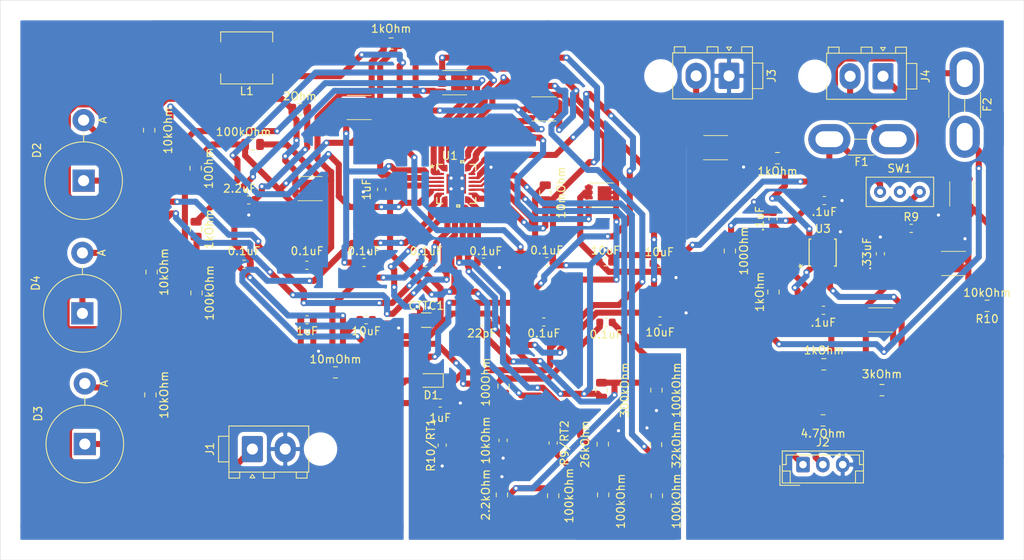
<source format=kicad_pcb>
(kicad_pcb (version 20171130) (host pcbnew "(5.1.4)-1")
  (layers (0 F.Cu signal) (31 B.Cu signal) (34 B.Paste user) (35 F.Paste user) (36 B.SilkS user) (37 F.SilkS user) (38 B.Mask user) (39 F.Mask user) (44 Edge.Cuts user))
  (net 0 "")
  (net 1 "Net-(C1-Pad2)")
  (net 2 "Net-(C2-Pad1)")
  (net 3 "Net-(C4-Pad1)")
  (net 4 REGN)
  (net 5 BTST)
  (net 6 "Net-(C7-Pad1)")
  (net 7 SRP)
  (net 8 SRN)
  (net 9 "Net-(C14-Pad2)")
  (net 10 "Net-(C14-Pad1)")
  (net 11 "Net-(C15-Pad2)")
  (net 12 "Net-(C16-Pad1)")
  (net 13 "Net-(CCD1-Pad1)")
  (net 14 VFB)
  (net 15 "Net-(CIN1-Pad2)")
  (net 16 "Net-(CIN1-Pad1)")
  (net 17 "Net-(CTTC1-Pad1)")
  (net 18 "Net-(CVD1-Pad1)")
  (net 19 "Net-(D2-Pad2)")
  (net 20 STAT1)
  (net 21 "Net-(D3-Pad2)")
  (net 22 STAT2)
  (net 23 "Net-(D4-Pad2)")
  (net 24 PG)
  (net 25 "Net-(J1-Pad1)")
  (net 26 "Net-(J2-Pad2)")
  (net 27 "Net-(NTCTH1/NTCG163JF103FT1S1-Pad2)")
  (net 28 ACSET)
  (net 29 ISET2)
  (net 30 "Net-(R7-Pad2)")
  (net 31 "Net-(R18-Pad1)")
  (net 32 "Net-(R19-Pad2)")
  (net 33 "Net-(ROUT1-Pad2)")
  (net 34 Q5S)
  (net 35 Q4D)
  (net 36 Q4S)
  (net 37 Q6S)
  (net 38 Q4G)
  (net 39 Q5G)
  (net 40 Q6D)
  (net 41 Q6G)
  (net 42 "Net-(Q8-Pad4)")
  (net 43 "Net-(F1-Pad1)")
  (net 44 "Net-(F2-Pad1)")
  (net 45 GBAT)
  (net 46 "Net-(Q9-Pad4)")
  (net 47 "Net-(R9-Pad1)")
  (module Resistor_SMD:R_0603_1608Metric (layer F.Cu) (at 132.4864 137.668 270)
    (fp_text reference R9/RT2 (at 0 -1.43 90) (layer F.SilkS))
    (fp_text value 9.1kOhm)
    (pad 2 smd roundrect (at 0.7875 0 270) (size 0.875 0.95) (layers F.Cu F.Paste F.Mask) (net 3 "Net-(C4-Pad1)"))
    (pad 1 smd roundrect (at -0.7875 0 270) (size 0.875 0.95) (layers F.Cu F.Paste F.Mask) (net 27 "Net-(NTCTH1/NTCG163JF103FT1S1-Pad2)"))
  )
  (module Resistor_SMD:R_0603_1608Metric (layer F.Cu) (at 118.5164 137.9451 90)
    (fp_text reference R10/RT1 (at 0 -1.43 90) (layer F.SilkS))
    (fp_text value 2.49kOhm)
    (pad 2 smd roundrect (at 0.7875 0 90) (size 0.875 0.95) (layers F.Cu F.Paste F.Mask) (net 27 "Net-(NTCTH1/NTCG163JF103FT1S1-Pad2)"))
    (pad 1 smd roundrect (at -0.7875 0 90) (size 0.875 0.95) (layers F.Cu F.Paste F.Mask) (net 34 Q5S))
  )
  (module Resistor_SMD:R_0603_1608Metric (layer F.Cu) (at 177.5714 110.6424)
    (fp_text reference R9 (at 0 -1.43) (layer F.SilkS))
    (fp_text value 27kOhm)
    (pad 2 smd roundrect (at 0.7875 0) (size 0.875 0.95) (layers F.Cu F.Paste F.Mask) (net 46 "Net-(Q9-Pad4)"))
    (pad 1 smd roundrect (at -0.7875 0) (size 0.875 0.95) (layers F.Cu F.Paste F.Mask) (net 47 "Net-(R9-Pad1)"))
  )
  (module Inductor_SMD:L_Vishay_IHLP-2525 (layer F.Cu) (at 93.9038 89.1794 180)
    (fp_text reference L1 (at 0 -4.175) (layer F.SilkS))
    (fp_text value 6.8uH)
    (pad 2 smd rect (at 2.921 0 180) (size 2.413 3.429) (layers F.Cu F.Paste F.Mask) (net 7 SRP))
    (pad 1 smd rect (at -2.921 0 180) (size 2.413 3.429) (layers F.Cu F.Paste F.Mask) (net 36 Q4S))
  )
  (module Diode_SMD:D_SOD-323 (layer F.Cu) (at 117.1448 129.794 180)
    (fp_text reference D1 (at 0 -1.85) (layer F.SilkS))
    (fp_text value D_Schottky)
    (pad 2 smd rect (at 1.05 0 180) (size 0.6 0.45) (layers F.Cu F.Paste F.Mask) (net 4 REGN))
    (pad 1 smd rect (at -1.05 0 180) (size 0.6 0.45) (layers F.Cu F.Paste F.Mask) (net 5 BTST))
  )
  (module Connector_JST:JST_EH_B3B-EH-A_1x03_P2.50mm_Vertical (layer F.Cu) (at 163.9462 140.3858)
    (fp_text reference J2 (at 2.5 -2.8) (layer F.SilkS))
    (fp_text value Conn_01x03_Male)
    (pad 3 thru_hole oval (at 5 0) (size 1.7 1.95) (drill 0.95) (layers *.Cu *.Mask) (net 34 Q5S))
    (pad 2 thru_hole oval (at 2.5 0) (size 1.7 1.95) (drill 0.95) (layers *.Cu *.Mask) (net 26 "Net-(J2-Pad2)"))
    (pad 1 thru_hole roundrect (at 0 0) (size 1.7 1.95) (drill 0.95) (layers *.Cu *.Mask) (roundrect_rratio 0.147059) (net 37 Q6S))
  )
  (module Capacitor_SMD:C_1206_3216Metric (layer F.Cu) (at 116.5098 122.1994)
    (fp_text reference CTTC1 (at 0 -1.82) (layer F.SilkS))
    (fp_text value 43nF)
    (pad 2 smd roundrect (at 1.4 0) (size 1.25 1.75) (layers F.Cu F.Paste F.Mask) (roundrect_rratio 0.2) (net 34 Q5S))
    (pad 1 smd roundrect (at -1.4 0) (size 1.25 1.75) (layers F.Cu F.Paste F.Mask) (roundrect_rratio 0.2) (net 17 "Net-(CTTC1-Pad1)"))
  )
  (module PololuSwitch:PololuSwitch (layer F.Cu) (at 175.9966 101.7016)
    (fp_text reference SW1 (at 0.1 1.4) (layer F.SilkS))
    (fp_text value SW_DIP_x01 hide)
    (pad 2 thru_hole circle (at 2.65 4.35) (size 1.524 1.524) (drill 0.762) (layers *.Cu *.Mask) (net 47 "Net-(R9-Pad1)"))
    (pad 3 thru_hole circle (at 0.15 4.35) (size 1.524 1.524) (drill 0.762) (layers *.Cu *.Mask))
    (pad 1 thru_hole circle (at -2.35 4.35) (size 1.524 1.524) (drill 0.762) (layers *.Cu *.Mask) (net 8 SRN))
  )
  (module Resistor_SMD:R_0805_2012Metric (layer F.Cu) (at 187.1218 120.396 180)
    (fp_text reference R10 (at 0 -1.65) (layer F.SilkS))
    (fp_text value 10kOhm (at 0 1.65) (layer F.SilkS))
    (pad 2 smd roundrect (at 0.9375 0 180) (size 0.975 1.4) (layers F.Cu F.Paste F.Mask) (net 34 Q5S))
    (pad 1 smd roundrect (at -0.9375 0 180) (size 0.975 1.4) (layers F.Cu F.Paste F.Mask) (net 46 "Net-(Q9-Pad4)"))
  )
  (module SI7617DN-T1-GE3:SIS862DNT1GE3 (layer F.Cu) (at 183.9468 106.3244 90)
    (fp_text reference Q9 hide)
    (fp_text value SIS412DN-T1-GE3 hide)
    (pad 11 smd rect (at 1.175 -1.156 180) (size 0.077 0.25) (layers F.Cu F.Paste F.Mask))
    (pad 10 smd rect (at 1.175 1.156 180) (size 0.077 0.25) (layers F.Cu F.Paste F.Mask))
    (pad 9 smd rect (at 0.438 -0.002 90) (size 1.725 2.235) (layers F.Cu F.Paste F.Mask))
    (pad 8 smd rect (at 1.555 -0.992 180) (size 0.405 0.51) (layers F.Cu F.Paste F.Mask) (net 45 GBAT))
    (pad 7 smd rect (at 1.555 -0.332 180) (size 0.405 0.51) (layers F.Cu F.Paste F.Mask) (net 45 GBAT))
    (pad 6 smd rect (at 1.555 0.328 180) (size 0.405 0.51) (layers F.Cu F.Paste F.Mask) (net 45 GBAT))
    (pad 5 smd rect (at 1.555 0.988 180) (size 0.405 0.51) (layers F.Cu F.Paste F.Mask) (net 45 GBAT))
    (pad 4 smd rect (at -1.555 0.988 180) (size 0.405 0.99) (layers F.Cu F.Paste F.Mask) (net 46 "Net-(Q9-Pad4)"))
    (pad 3 smd rect (at -1.555 0.328 180) (size 0.405 0.99) (layers F.Cu F.Paste F.Mask) (net 34 Q5S))
    (pad 2 smd rect (at -1.555 -0.332 180) (size 0.405 0.99) (layers F.Cu F.Paste F.Mask) (net 34 Q5S))
    (pad 1 smd rect (at -1.555 -0.992 180) (size 0.405 0.99) (layers F.Cu F.Paste F.Mask) (net 34 Q5S))
  )
  (module Connector_TE-Connectivity:TE_MATE-N-LOK_1-770866-x_1x02_P4.14mm_Vertical (layer F.Cu) (at 174.0154 91.4908 270)
    (fp_text reference J4 (at 0 -5.35 90) (layer F.SilkS))
    (fp_text value Conn_01x02_Male hide)
    (pad "" np_thru_hole circle (at 0 8.58 270) (size 3.18 3.18) (drill 3.18) (layers *.Cu *.Mask))
    (pad 2 thru_hole oval (at 0 4.14 270) (size 3.3 2.64) (drill 1.4) (layers *.Cu *.Mask) (net 43 "Net-(F1-Pad1)"))
    (pad 1 thru_hole roundrect (at 0 0 270) (size 3.3 2.64) (drill 1.4) (layers *.Cu *.Mask) (roundrect_rratio 0.094697) (net 45 GBAT))
  )
  (module Fuse:Fuse_Blade_Mini_directSolder (layer F.Cu) (at 184.3024 91.1098 270)
    (fp_text reference F2 (at 3.95 -2.85 90) (layer F.SilkS))
    (fp_text value Fuse hide)
    (pad 2 thru_hole oval (at 8 0 270) (size 5.3 3.8) (drill oval 3.5 2) (layers *.Cu *.Mask) (net 37 Q6S))
    (pad 1 thru_hole oval (at 0 0 270) (size 5.5 3.8) (drill oval 3.5 2) (layers *.Cu *.Mask) (net 44 "Net-(F2-Pad1)"))
  )
  (module Fuse:Fuse_Blade_Mini_directSolder (layer F.Cu) (at 175.26 99.4156 180)
    (fp_text reference F1 (at 3.95 -2.85) (layer F.SilkS))
    (fp_text value Fuse hide)
    (pad 2 thru_hole oval (at 8 0 180) (size 5.3 3.8) (drill oval 3.5 2) (layers *.Cu *.Mask) (net 8 SRN))
    (pad 1 thru_hole oval (at 0 0 180) (size 5.5 3.8) (drill oval 3.5 2) (layers *.Cu *.Mask) (net 43 "Net-(F1-Pad1)"))
  )
  (module SI7617DN-T1-GE3:SIS862DNT1GE3 (layer F.Cu) (at 120.0658 92.3036)
    (fp_text reference Q3 hide)
    (fp_text value SI7617DN-T1-GE3 hide)
    (pad 11 smd rect (at 1.175 -1.156 90) (size 0.077 0.25) (layers F.Cu F.Paste F.Mask))
    (pad 10 smd rect (at 1.175 1.156 90) (size 0.077 0.25) (layers F.Cu F.Paste F.Mask))
    (pad 9 smd rect (at 0.438 -0.002) (size 1.725 2.235) (layers F.Cu F.Paste F.Mask))
    (pad 8 smd rect (at 1.555 -0.992 90) (size 0.405 0.51) (layers F.Cu F.Paste F.Mask) (net 35 Q4D))
    (pad 7 smd rect (at 1.555 -0.332 90) (size 0.405 0.51) (layers F.Cu F.Paste F.Mask) (net 35 Q4D))
    (pad 6 smd rect (at 1.555 0.328 90) (size 0.405 0.51) (layers F.Cu F.Paste F.Mask) (net 35 Q4D))
    (pad 5 smd rect (at 1.555 0.988 90) (size 0.405 0.51) (layers F.Cu F.Paste F.Mask) (net 35 Q4D))
    (pad 4 smd rect (at -1.555 0.988 90) (size 0.405 0.99) (layers F.Cu F.Paste F.Mask) (net 11 "Net-(C15-Pad2)"))
    (pad 3 smd rect (at -1.555 0.328 90) (size 0.405 0.99) (layers F.Cu F.Paste F.Mask) (net 8 SRN))
    (pad 2 smd rect (at -1.555 -0.332 90) (size 0.405 0.99) (layers F.Cu F.Paste F.Mask) (net 8 SRN))
    (pad 1 smd rect (at -1.555 -0.992 90) (size 0.405 0.99) (layers F.Cu F.Paste F.Mask) (net 8 SRN))
  )
  (module BQ24617RGET:BQ24617RGET (layer F.Cu) (at 120.2882 105.040999)
    (fp_text reference U1 hide)
    (fp_text value BQ24617RGET hide)
    (fp_text user * (at -3.035 -1.881) (layer F.SilkS))
    (pad 25 smd rect (at 0 0) (size 2.45 2.45) (layers F.Cu F.Paste F.Mask) (net 34 Q5S))
    (pad 24 smd rect (at -1.250315 -1.975) (size 0.28 0.85) (layers F.Cu F.Paste F.Mask) (net 6 "Net-(C7-Pad1)"))
    (pad 23 smd rect (at -0.750189 -1.975) (size 0.28 0.85) (layers F.Cu F.Paste F.Mask) (net 32 "Net-(R19-Pad2)"))
    (pad 22 smd rect (at -0.250063 -1.975) (size 0.28 0.85) (layers F.Cu F.Paste F.Mask) (net 5 BTST))
    (pad 21 smd rect (at 0.250063 -1.975) (size 0.28 0.85) (layers F.Cu F.Paste F.Mask) (net 38 Q4G))
    (pad 20 smd rect (at 0.750189 -1.975) (size 0.28 0.85) (layers F.Cu F.Paste F.Mask) (net 36 Q4S))
    (pad 19 smd rect (at 1.250315 -1.975) (size 0.28 0.85) (layers F.Cu F.Paste F.Mask) (net 39 Q5G))
    (pad 18 smd rect (at 1.975 -1.25 90) (size 0.28 0.85) (layers F.Cu F.Paste F.Mask) (net 4 REGN))
    (pad 17 smd rect (at 1.975 -0.750001 90) (size 0.28 0.85) (layers F.Cu F.Paste F.Mask) (net 34 Q5S))
    (pad 16 smd rect (at 1.975 -0.25 90) (size 0.28 0.85) (layers F.Cu F.Paste F.Mask) (net 28 ACSET))
    (pad 15 smd rect (at 1.975 0.25 90) (size 0.28 0.85) (layers F.Cu F.Paste F.Mask) (net 29 ISET2))
    (pad 14 smd rect (at 1.975 0.750001 90) (size 0.28 0.85) (layers F.Cu F.Paste F.Mask) (net 7 SRP))
    (pad 13 smd rect (at 1.975 1.25 90) (size 0.28 0.85) (layers F.Cu F.Paste F.Mask) (net 8 SRN))
    (pad 12 smd rect (at 1.250315 1.975) (size 0.28 0.85) (layers F.Cu F.Paste F.Mask) (net 14 VFB))
    (pad 11 smd rect (at 0.750189 1.975) (size 0.28 0.85) (layers F.Cu F.Paste F.Mask) (net 30 "Net-(R7-Pad2)"))
    (pad 10 smd rect (at 0.250063 1.975) (size 0.28 0.85) (layers F.Cu F.Paste F.Mask) (net 3 "Net-(C4-Pad1)"))
    (pad 9 smd rect (at -0.250063 1.975) (size 0.28 0.85) (layers F.Cu F.Paste F.Mask) (net 22 STAT2))
    (pad 8 smd rect (at -0.750189 1.975) (size 0.28 0.85) (layers F.Cu F.Paste F.Mask) (net 24 PG))
    (pad 7 smd rect (at -1.250315 1.975) (size 0.28 0.85) (layers F.Cu F.Paste F.Mask) (net 17 "Net-(CTTC1-Pad1)"))
    (pad 6 smd rect (at -1.975 1.25 90) (size 0.28 0.85) (layers F.Cu F.Paste F.Mask) (net 1 "Net-(C1-Pad2)"))
    (pad 5 smd rect (at -1.975 0.750001 90) (size 0.28 0.85) (layers F.Cu F.Paste F.Mask) (net 20 STAT1))
    (pad 4 smd rect (at -1.975 0.25 90) (size 0.28 0.85) (layers F.Cu F.Paste F.Mask) (net 3 "Net-(C4-Pad1)"))
    (pad 3 smd rect (at -1.975 -0.25 90) (size 0.28 0.85) (layers F.Cu F.Paste F.Mask) (net 31 "Net-(R18-Pad1)"))
    (pad 2 smd rect (at -1.975 -0.750001 90) (size 0.28 0.85) (layers F.Cu F.Paste F.Mask) (net 2 "Net-(C2-Pad1)"))
    (pad 1 smd rect (at -1.975 -1.25 90) (size 0.28 0.85) (layers F.Cu F.Paste F.Mask) (net 35 Q4D))
  )
  (module BQ29200DRBT:BQ29200DRBT (layer F.Cu) (at 166.4208 113.6904 90)
    (fp_text reference U3 hide)
    (fp_text value BQ29200DRBT hide)
    (fp_text user * (at -1.708799 -2.468 90) (layer F.SilkS))
    (pad 9 smd rect (at 0 0 90) (size 1.6 2.4) (layers F.Cu F.Paste F.Mask) (net 34 Q5S))
    (pad 8 smd rect (at 1.475001 -0.974999 90) (size 0.85 0.35) (layers F.Cu F.Paste F.Mask) (net 33 "Net-(ROUT1-Pad2)"))
    (pad 7 smd rect (at 1.475001 -0.325001 90) (size 0.85 0.35) (layers F.Cu F.Paste F.Mask) (net 18 "Net-(CVD1-Pad1)"))
    (pad 6 smd rect (at 1.475001 0.325001 90) (size 0.85 0.35) (layers F.Cu F.Paste F.Mask) (net 34 Q5S))
    (pad 5 smd rect (at 1.475001 0.974999 90) (size 0.85 0.35) (layers F.Cu F.Paste F.Mask) (net 34 Q5S))
    (pad 4 smd rect (at -1.475001 0.974999 90) (size 0.85 0.35) (layers F.Cu F.Paste F.Mask) (net 13 "Net-(CCD1-Pad1)"))
    (pad 3 smd rect (at -1.475001 0.325001 90) (size 0.85 0.35) (layers F.Cu F.Paste F.Mask) (net 41 Q6G))
    (pad 2 smd rect (at -1.475001 -0.325001 90) (size 0.85 0.35) (layers F.Cu F.Paste F.Mask) (net 15 "Net-(CIN1-Pad2)"))
    (pad 1 smd rect (at -1.475001 -0.974999 90) (size 0.85 0.35) (layers F.Cu F.Paste F.Mask) (net 16 "Net-(CIN1-Pad1)"))
  )
  (module Resistor_SMD:R_0805_2012Metric (layer F.Cu) (at 154.7368 113.4872 90)
    (fp_text reference RVD1 hide)
    (fp_text value 100Ohm (at 0 1.7632 90) (layer F.SilkS))
    (pad 2 smd roundrect (at 0.9375 0 90) (size 0.975 1.4) (layers F.Cu F.Paste F.Mask) (net 18 "Net-(CVD1-Pad1)"))
    (pad 1 smd roundrect (at -0.9375 0 90) (size 0.975 1.4) (layers F.Cu F.Paste F.Mask) (net 37 Q6S))
  )
  (module Resistor_SMD:R_0805_2012Metric (layer F.Cu) (at 131.4958 106.1466 90)
    (fp_text reference RSR1 hide)
    (fp_text value 10mOhm (at 0 2.0042 90) (layer F.SilkS))
    (pad 2 smd roundrect (at 0.9375 0 90) (size 0.975 1.4) (layers F.Cu F.Paste F.Mask) (net 7 SRP))
    (pad 1 smd roundrect (at -0.9375 0 90) (size 0.975 1.4) (layers F.Cu F.Paste F.Mask) (net 8 SRN))
  )
  (module Resistor_SMD:R_0805_2012Metric (layer F.Cu) (at 160.7312 101.8032)
    (fp_text reference ROUT1 hide)
    (fp_text value 1kOhm (at 0 1.65) (layer F.SilkS))
    (pad 2 smd roundrect (at 0.9375 0) (size 0.975 1.4) (layers F.Cu F.Paste F.Mask) (net 33 "Net-(ROUT1-Pad2)"))
    (pad 1 smd roundrect (at -0.9375 0) (size 0.975 1.4) (layers F.Cu F.Paste F.Mask) (net 42 "Net-(Q8-Pad4)"))
  )
  (module Resistor_SMD:R_0805_2012Metric (layer F.Cu) (at 166.5732 127.762 180)
    (fp_text reference RIN2 hide)
    (fp_text value 1kOhm (at 0 1.762) (layer F.SilkS))
    (pad 2 smd roundrect (at 0.9375 0 180) (size 0.975 1.4) (layers F.Cu F.Paste F.Mask) (net 26 "Net-(J2-Pad2)"))
    (pad 1 smd roundrect (at -0.9375 0 180) (size 0.975 1.4) (layers F.Cu F.Paste F.Mask) (net 15 "Net-(CIN1-Pad2)"))
  )
  (module Resistor_SMD:R_0805_2012Metric (layer F.Cu) (at 160.2232 118.6457 90)
    (fp_text reference RIN1 hide)
    (fp_text value 1kOhm (at 0 -1.7232 90) (layer F.SilkS))
    (pad 2 smd roundrect (at 0.9375 0 90) (size 0.975 1.4) (layers F.Cu F.Paste F.Mask) (net 37 Q6S))
    (pad 1 smd roundrect (at -0.9375 0 90) (size 0.975 1.4) (layers F.Cu F.Paste F.Mask) (net 16 "Net-(CIN1-Pad1)"))
  )
  (module Resistor_SMD:R_0805_2012Metric (layer F.Cu) (at 173.8884 131.0132 180)
    (fp_text reference RCLAMP1 hide)
    (fp_text value 3kOhm (at 0 2.0132) (layer F.SilkS))
    (pad 2 smd roundrect (at 0.9375 0 180) (size 0.975 1.4) (layers F.Cu F.Paste F.Mask) (net 40 Q6D))
    (pad 1 smd roundrect (at -0.9375 0 180) (size 0.975 1.4) (layers F.Cu F.Paste F.Mask) (net 41 Q6G))
  )
  (module Resistor_SMD:R_0805_2012Metric (layer F.Cu) (at 166.4716 134.8232)
    (fp_text reference RCB_EXT1 hide)
    (fp_text value 4.7Ohm (at 0 1.65) (layer F.SilkS))
    (pad 2 smd roundrect (at 0.9375 0) (size 0.975 1.4) (layers F.Cu F.Paste F.Mask) (net 40 Q6D))
    (pad 1 smd roundrect (at -0.9375 0) (size 0.975 1.4) (layers F.Cu F.Paste F.Mask) (net 26 "Net-(J2-Pad2)"))
  )
  (module Resistor_SMD:R_0805_2012Metric (layer F.Cu) (at 105.0775 128.778 180)
    (fp_text reference RAC1 hide)
    (fp_text value 10mOhm (at 0 1.65) (layer F.SilkS))
    (pad 2 smd roundrect (at 0.9375 0 180) (size 0.975 1.4) (layers F.Cu F.Paste F.Mask) (net 2 "Net-(C2-Pad1)"))
    (pad 1 smd roundrect (at -0.9375 0 180) (size 0.975 1.4) (layers F.Cu F.Paste F.Mask) (net 35 Q4D))
  )
  (module Resistor_SMD:R_0805_2012Metric (layer F.Cu) (at 100.584 95.6564)
    (fp_text reference R20 hide)
    (fp_text value 2Ohm (at 0 -1.6564) (layer F.SilkS))
    (pad 2 smd roundrect (at 0.9375 0) (size 0.975 1.4) (layers F.Cu F.Paste F.Mask) (net 12 "Net-(C16-Pad1)"))
    (pad 1 smd roundrect (at -0.9375 0) (size 0.975 1.4) (layers F.Cu F.Paste F.Mask) (net 25 "Net-(J1-Pad1)"))
  )
  (module Resistor_SMD:R_0805_2012Metric (layer F.Cu) (at 87.5284 110.744 90)
    (fp_text reference R19 hide)
    (fp_text value 1kOhm (at 0 1.65 90) (layer F.SilkS))
    (pad 2 smd roundrect (at 0.9375 0 90) (size 0.975 1.4) (layers F.Cu F.Paste F.Mask) (net 32 "Net-(R19-Pad2)"))
    (pad 1 smd roundrect (at -0.9375 0 90) (size 0.975 1.4) (layers F.Cu F.Paste F.Mask) (net 11 "Net-(C15-Pad2)"))
  )
  (module Resistor_SMD:R_0805_2012Metric (layer F.Cu) (at 112.0925 87.376 180)
    (fp_text reference R18 hide)
    (fp_text value 1kOhm (at 0 1.876) (layer F.SilkS))
    (pad 2 smd roundrect (at 0.9375 0 180) (size 0.975 1.4) (layers F.Cu F.Paste F.Mask) (net 9 "Net-(C14-Pad2)"))
    (pad 1 smd roundrect (at -0.9375 0 180) (size 0.975 1.4) (layers F.Cu F.Paste F.Mask) (net 31 "Net-(R18-Pad1)"))
  )
  (module Resistor_SMD:R_0805_2012Metric (layer F.Cu) (at 87.4776 103.0732 90)
    (fp_text reference R17 hide)
    (fp_text value 10Ohm (at 0 1.65 90) (layer F.SilkS))
    (pad 2 smd roundrect (at 0.9375 0 90) (size 0.975 1.4) (layers F.Cu F.Paste F.Mask) (net 10 "Net-(C14-Pad1)"))
    (pad 1 smd roundrect (at -0.9375 0 90) (size 0.975 1.4) (layers F.Cu F.Paste F.Mask) (net 6 "Net-(C7-Pad1)"))
  )
  (module Resistor_SMD:R_0805_2012Metric (layer F.Cu) (at 126.238 130.5052 270)
    (fp_text reference R16 hide)
    (fp_text value 100Ohm (at -0.5052 2.238 90) (layer F.SilkS))
    (pad 2 smd roundrect (at 0.9375 0 270) (size 0.975 1.4) (layers F.Cu F.Paste F.Mask) (net 27 "Net-(NTCTH1/NTCG163JF103FT1S1-Pad2)"))
    (pad 1 smd roundrect (at -0.9375 0 270) (size 0.975 1.4) (layers F.Cu F.Paste F.Mask) (net 1 "Net-(C1-Pad2)"))
  )
  (module Resistor_SMD:R_0805_2012Metric (layer F.Cu) (at 87.5792 118.7704 90)
    (fp_text reference R15)
    (fp_text value 100kOhm (at 0 1.65 90) (layer F.SilkS))
    (pad 2 smd roundrect (at 0.9375 0 90) (size 0.975 1.4) (layers F.Cu F.Paste F.Mask) (net 11 "Net-(C15-Pad2)"))
    (pad 1 smd roundrect (at -0.9375 0 90) (size 0.975 1.4) (layers F.Cu F.Paste F.Mask) (net 35 Q4D))
  )
  (module Resistor_SMD:R_0805_2012Metric (layer F.Cu) (at 94.6404 100.076)
    (fp_text reference R14 hide)
    (fp_text value 100kOhm (at -1.1404 -1.576) (layer F.SilkS))
    (pad 2 smd roundrect (at 0.9375 0) (size 0.975 1.4) (layers F.Cu F.Paste F.Mask) (net 9 "Net-(C14-Pad2)"))
    (pad 1 smd roundrect (at -0.9375 0) (size 0.975 1.4) (layers F.Cu F.Paste F.Mask) (net 10 "Net-(C14-Pad1)"))
  )
  (module Resistor_SMD:R_0805_2012Metric (layer F.Cu) (at 81.9277 116.1415 270)
    (fp_text reference R13 hide)
    (fp_text value 10kOhm (at 0 -1.5723 90) (layer F.SilkS))
    (pad 2 smd roundrect (at 0.9375 0 270) (size 0.975 1.4) (layers F.Cu F.Paste F.Mask) (net 25 "Net-(J1-Pad1)"))
    (pad 1 smd roundrect (at -0.9375 0 270) (size 0.975 1.4) (layers F.Cu F.Paste F.Mask) (net 23 "Net-(D4-Pad2)"))
  )
  (module Resistor_SMD:R_0805_2012Metric (layer F.Cu) (at 81.7753 131.6078 270)
    (fp_text reference R12 hide)
    (fp_text value 10kOhm (at 0 -1.7247 90) (layer F.SilkS))
    (pad 2 smd roundrect (at 0.9375 0 270) (size 0.975 1.4) (layers F.Cu F.Paste F.Mask) (net 25 "Net-(J1-Pad1)"))
    (pad 1 smd roundrect (at -0.9375 0 270) (size 0.975 1.4) (layers F.Cu F.Paste F.Mask) (net 21 "Net-(D3-Pad2)"))
  )
  (module Resistor_SMD:R_0805_2012Metric (layer F.Cu) (at 81.6229 98.2853 90)
    (fp_text reference R11 hide)
    (fp_text value 10kOhm (at 0 2.3771 90) (layer F.SilkS))
    (pad 2 smd roundrect (at 0.9375 0 90) (size 0.975 1.4) (layers F.Cu F.Paste F.Mask) (net 25 "Net-(J1-Pad1)"))
    (pad 1 smd roundrect (at -0.9375 0 90) (size 0.975 1.4) (layers F.Cu F.Paste F.Mask) (net 19 "Net-(D2-Pad2)"))
  )
  (module Resistor_SMD:R_0805_2012Metric (layer F.Cu) (at 138.7348 137.8204 90)
    (fp_text reference R8 hide)
    (fp_text value 26kOhm (at 0 -2.2348 90) (layer F.SilkS))
    (pad 2 smd roundrect (at 0.9375 0 90) (size 0.975 1.4) (layers F.Cu F.Paste F.Mask) (net 34 Q5S))
    (pad 1 smd roundrect (at -0.9375 0 90) (size 0.975 1.4) (layers F.Cu F.Paste F.Mask) (net 30 "Net-(R7-Pad2)"))
  )
  (module Resistor_SMD:R_0805_2012Metric (layer F.Cu) (at 138.7856 144.1981 90)
    (fp_text reference R7 hide)
    (fp_text value 100kOhm (at -0.8019 2.2144 90) (layer F.SilkS))
    (pad 2 smd roundrect (at 0.9375 0 90) (size 0.975 1.4) (layers F.Cu F.Paste F.Mask) (net 30 "Net-(R7-Pad2)"))
    (pad 1 smd roundrect (at -0.9375 0 90) (size 0.975 1.4) (layers F.Cu F.Paste F.Mask) (net 3 "Net-(C4-Pad1)"))
  )
  (module Resistor_SMD:R_0805_2012Metric (layer F.Cu) (at 126.0348 144.1935 90)
    (fp_text reference R6 hide)
    (fp_text value 2.2kOhm (at 0 -2.0348 90) (layer F.SilkS))
    (pad 2 smd roundrect (at 0.9375 0 90) (size 0.975 1.4) (layers F.Cu F.Paste F.Mask) (net 34 Q5S))
    (pad 1 smd roundrect (at -0.9375 0 90) (size 0.975 1.4) (layers F.Cu F.Paste F.Mask) (net 29 ISET2))
  )
  (module Resistor_SMD:R_0805_2012Metric (layer F.Cu) (at 132.4864 144.2997 90)
    (fp_text reference R5 hide)
    (fp_text value 100kOhm (at 0 2.0136 90) (layer F.SilkS))
    (pad 2 smd roundrect (at 0.9375 0 90) (size 0.975 1.4) (layers F.Cu F.Paste F.Mask) (net 29 ISET2))
    (pad 1 smd roundrect (at -0.9375 0 90) (size 0.975 1.4) (layers F.Cu F.Paste F.Mask) (net 3 "Net-(C4-Pad1)"))
  )
  (module Resistor_SMD:R_0805_2012Metric (layer F.Cu) (at 145.4404 137.8712 90)
    (fp_text reference R4 hide)
    (fp_text value 32kOhm (at 0 2.5596 90) (layer F.SilkS))
    (pad 2 smd roundrect (at 0.9375 0 90) (size 0.975 1.4) (layers F.Cu F.Paste F.Mask) (net 34 Q5S))
    (pad 1 smd roundrect (at -0.9375 0 90) (size 0.975 1.4) (layers F.Cu F.Paste F.Mask) (net 28 ACSET))
  )
  (module Resistor_SMD:R_0805_2012Metric (layer F.Cu) (at 145.542 144.2997 90)
    (fp_text reference R3 hide)
    (fp_text value 100kOhm (at -0.7003 2.458 90) (layer F.SilkS))
    (pad 2 smd roundrect (at 0.9375 0 90) (size 0.975 1.4) (layers F.Cu F.Paste F.Mask) (net 28 ACSET))
    (pad 1 smd roundrect (at -0.9375 0 90) (size 0.975 1.4) (layers F.Cu F.Paste F.Mask) (net 3 "Net-(C4-Pad1)"))
  )
  (module Resistor_SMD:R_0805_2012Metric (layer F.Cu) (at 138.5824 131.0132 90)
    (fp_text reference R2 hide)
    (fp_text value 300kOhm (at 0.0132 2.9176 90) (layer F.SilkS))
    (pad 2 smd roundrect (at 0.9375 0 90) (size 0.975 1.4) (layers F.Cu F.Paste F.Mask) (net 14 VFB))
    (pad 1 smd roundrect (at -0.9375 0 90) (size 0.975 1.4) (layers F.Cu F.Paste F.Mask) (net 8 SRN))
  )
  (module Resistor_SMD:R_0805_2012Metric (layer F.Cu) (at 145.4912 131.0132 270)
    (fp_text reference R1 hide)
    (fp_text value 100kOhm (at 0 -2.5088 90) (layer F.SilkS))
    (pad 2 smd roundrect (at 0.9375 0 270) (size 0.975 1.4) (layers F.Cu F.Paste F.Mask) (net 34 Q5S))
    (pad 1 smd roundrect (at -0.9375 0 270) (size 0.975 1.4) (layers F.Cu F.Paste F.Mask) (net 14 VFB))
  )
  (module SI7617DN-T1-GE3:SIS862DNT1GE3 (layer F.Cu) (at 152.9588 100.4824 180)
    (fp_text reference Q8 hide)
    (fp_text value SIS412DN-T1-GE3 hide)
    (pad 11 smd rect (at 1.175 -1.156 270) (size 0.077 0.25) (layers F.Cu F.Paste F.Mask))
    (pad 10 smd rect (at 1.175 1.156 270) (size 0.077 0.25) (layers F.Cu F.Paste F.Mask))
    (pad 9 smd rect (at 0.438 -0.002 180) (size 1.725 2.235) (layers F.Cu F.Paste F.Mask))
    (pad 8 smd rect (at 1.555 -0.992 270) (size 0.405 0.51) (layers F.Cu F.Paste F.Mask) (net 44 "Net-(F2-Pad1)"))
    (pad 7 smd rect (at 1.555 -0.332 270) (size 0.405 0.51) (layers F.Cu F.Paste F.Mask) (net 44 "Net-(F2-Pad1)"))
    (pad 6 smd rect (at 1.555 0.328 270) (size 0.405 0.51) (layers F.Cu F.Paste F.Mask) (net 44 "Net-(F2-Pad1)"))
    (pad 5 smd rect (at 1.555 0.988 270) (size 0.405 0.51) (layers F.Cu F.Paste F.Mask) (net 44 "Net-(F2-Pad1)"))
    (pad 4 smd rect (at -1.555 0.988 270) (size 0.405 0.99) (layers F.Cu F.Paste F.Mask) (net 42 "Net-(Q8-Pad4)"))
    (pad 3 smd rect (at -1.555 0.328 270) (size 0.405 0.99) (layers F.Cu F.Paste F.Mask) (net 34 Q5S))
    (pad 2 smd rect (at -1.555 -0.332 270) (size 0.405 0.99) (layers F.Cu F.Paste F.Mask) (net 34 Q5S))
    (pad 1 smd rect (at -1.555 -0.992 270) (size 0.405 0.99) (layers F.Cu F.Paste F.Mask) (net 34 Q5S))
  )
  (module SI7617DN-T1-GE3:SIS862DNT1GE3 (layer F.Cu) (at 182.88 115.062)
    (fp_text reference Q7 hide)
    (fp_text value SI7617DN-T1-GE3 hide)
    (pad 11 smd rect (at 1.175 -1.156 90) (size 0.077 0.25) (layers F.Cu F.Paste F.Mask))
    (pad 10 smd rect (at 1.175 1.156 90) (size 0.077 0.25) (layers F.Cu F.Paste F.Mask))
    (pad 9 smd rect (at 0.438 -0.002) (size 1.725 2.235) (layers F.Cu F.Paste F.Mask))
    (pad 8 smd rect (at 1.555 -0.992 90) (size 0.405 0.51) (layers F.Cu F.Paste F.Mask) (net 34 Q5S))
    (pad 7 smd rect (at 1.555 -0.332 90) (size 0.405 0.51) (layers F.Cu F.Paste F.Mask) (net 34 Q5S))
    (pad 6 smd rect (at 1.555 0.328 90) (size 0.405 0.51) (layers F.Cu F.Paste F.Mask) (net 34 Q5S))
    (pad 5 smd rect (at 1.555 0.988 90) (size 0.405 0.51) (layers F.Cu F.Paste F.Mask) (net 34 Q5S))
    (pad 4 smd rect (at -1.555 0.988 90) (size 0.405 0.99) (layers F.Cu F.Paste F.Mask) (net 41 Q6G))
    (pad 3 smd rect (at -1.555 0.328 90) (size 0.405 0.99) (layers F.Cu F.Paste F.Mask) (net 40 Q6D))
    (pad 2 smd rect (at -1.555 -0.332 90) (size 0.405 0.99) (layers F.Cu F.Paste F.Mask) (net 40 Q6D))
    (pad 1 smd rect (at -1.555 -0.992 90) (size 0.405 0.99) (layers F.Cu F.Paste F.Mask) (net 40 Q6D))
  )
  (module SI7617DN-T1-GE3:SIS862DNT1GE3 (layer F.Cu) (at 173.736 122.174 180)
    (fp_text reference Q6 hide)
    (fp_text value SIS412DN-T1-GE3)
    (pad 11 smd rect (at 1.175 -1.156 270) (size 0.077 0.25) (layers F.Cu F.Paste F.Mask))
    (pad 10 smd rect (at 1.175 1.156 270) (size 0.077 0.25) (layers F.Cu F.Paste F.Mask))
    (pad 9 smd rect (at 0.438 -0.002 180) (size 1.725 2.235) (layers F.Cu F.Paste F.Mask))
    (pad 8 smd rect (at 1.555 -0.992 270) (size 0.405 0.51) (layers F.Cu F.Paste F.Mask) (net 40 Q6D))
    (pad 7 smd rect (at 1.555 -0.332 270) (size 0.405 0.51) (layers F.Cu F.Paste F.Mask) (net 40 Q6D))
    (pad 6 smd rect (at 1.555 0.328 270) (size 0.405 0.51) (layers F.Cu F.Paste F.Mask) (net 40 Q6D))
    (pad 5 smd rect (at 1.555 0.988 270) (size 0.405 0.51) (layers F.Cu F.Paste F.Mask) (net 40 Q6D))
    (pad 4 smd rect (at -1.555 0.988 270) (size 0.405 0.99) (layers F.Cu F.Paste F.Mask) (net 41 Q6G))
    (pad 3 smd rect (at -1.555 0.328 270) (size 0.405 0.99) (layers F.Cu F.Paste F.Mask) (net 37 Q6S))
    (pad 2 smd rect (at -1.555 -0.332 270) (size 0.405 0.99) (layers F.Cu F.Paste F.Mask) (net 37 Q6S))
    (pad 1 smd rect (at -1.555 -0.992 270) (size 0.405 0.99) (layers F.Cu F.Paste F.Mask) (net 37 Q6S))
  )
  (module SI7617DN-T1-GE3:SIS862DNT1GE3 (layer F.Cu) (at 138.5254 106.4534)
    (fp_text reference Q5 hide)
    (fp_text value SIS412DN-T1-GE3 hide)
    (pad 11 smd rect (at 1.175 -1.156 90) (size 0.077 0.25) (layers F.Cu F.Paste F.Mask))
    (pad 10 smd rect (at 1.175 1.156 90) (size 0.077 0.25) (layers F.Cu F.Paste F.Mask))
    (pad 9 smd rect (at 0.438 -0.002) (size 1.725 2.235) (layers F.Cu F.Paste F.Mask))
    (pad 8 smd rect (at 1.555 -0.992 90) (size 0.405 0.51) (layers F.Cu F.Paste F.Mask) (net 36 Q4S))
    (pad 7 smd rect (at 1.555 -0.332 90) (size 0.405 0.51) (layers F.Cu F.Paste F.Mask) (net 36 Q4S))
    (pad 6 smd rect (at 1.555 0.328 90) (size 0.405 0.51) (layers F.Cu F.Paste F.Mask) (net 36 Q4S))
    (pad 5 smd rect (at 1.555 0.988 90) (size 0.405 0.51) (layers F.Cu F.Paste F.Mask) (net 36 Q4S))
    (pad 4 smd rect (at -1.555 0.988 90) (size 0.405 0.99) (layers F.Cu F.Paste F.Mask) (net 39 Q5G))
    (pad 3 smd rect (at -1.555 0.328 90) (size 0.405 0.99) (layers F.Cu F.Paste F.Mask) (net 34 Q5S))
    (pad 2 smd rect (at -1.555 -0.332 90) (size 0.405 0.99) (layers F.Cu F.Paste F.Mask) (net 34 Q5S))
    (pad 1 smd rect (at -1.555 -0.992 90) (size 0.405 0.99) (layers F.Cu F.Paste F.Mask) (net 34 Q5S))
  )
  (module SI7617DN-T1-GE3:SIS862DNT1GE3 (layer F.Cu) (at 131.318 95.6056)
    (fp_text reference Q4 hide)
    (fp_text value SIS412DN-T1-GE3 hide)
    (pad 11 smd rect (at 1.175 -1.156 90) (size 0.077 0.25) (layers F.Cu F.Paste F.Mask))
    (pad 10 smd rect (at 1.175 1.156 90) (size 0.077 0.25) (layers F.Cu F.Paste F.Mask))
    (pad 9 smd rect (at 0.438 -0.002) (size 1.725 2.235) (layers F.Cu F.Paste F.Mask))
    (pad 8 smd rect (at 1.555 -0.992 90) (size 0.405 0.51) (layers F.Cu F.Paste F.Mask) (net 35 Q4D))
    (pad 7 smd rect (at 1.555 -0.332 90) (size 0.405 0.51) (layers F.Cu F.Paste F.Mask) (net 35 Q4D))
    (pad 6 smd rect (at 1.555 0.328 90) (size 0.405 0.51) (layers F.Cu F.Paste F.Mask) (net 35 Q4D))
    (pad 5 smd rect (at 1.555 0.988 90) (size 0.405 0.51) (layers F.Cu F.Paste F.Mask) (net 35 Q4D))
    (pad 4 smd rect (at -1.555 0.988 90) (size 0.405 0.99) (layers F.Cu F.Paste F.Mask) (net 38 Q4G))
    (pad 3 smd rect (at -1.555 0.328 90) (size 0.405 0.99) (layers F.Cu F.Paste F.Mask) (net 36 Q4S))
    (pad 2 smd rect (at -1.555 -0.332 90) (size 0.405 0.99) (layers F.Cu F.Paste F.Mask) (net 36 Q4S))
    (pad 1 smd rect (at -1.555 -0.992 90) (size 0.405 0.99) (layers F.Cu F.Paste F.Mask) (net 36 Q4S))
  )
  (module SI7617DN-T1-GE3:SIS862DNT1GE3 (layer F.Cu) (at 108.077 95.4278 180)
    (fp_text reference Q2 hide)
    (fp_text value SI7617DN-T1-GE3 hide)
    (pad 11 smd rect (at 1.175 -1.156 270) (size 0.077 0.25) (layers F.Cu F.Paste F.Mask))
    (pad 10 smd rect (at 1.175 1.156 270) (size 0.077 0.25) (layers F.Cu F.Paste F.Mask))
    (pad 9 smd rect (at 0.438 -0.002 180) (size 1.725 2.235) (layers F.Cu F.Paste F.Mask))
    (pad 8 smd rect (at 1.555 -0.992 270) (size 0.405 0.51) (layers F.Cu F.Paste F.Mask) (net 2 "Net-(C2-Pad1)"))
    (pad 7 smd rect (at 1.555 -0.332 270) (size 0.405 0.51) (layers F.Cu F.Paste F.Mask) (net 2 "Net-(C2-Pad1)"))
    (pad 6 smd rect (at 1.555 0.328 270) (size 0.405 0.51) (layers F.Cu F.Paste F.Mask) (net 2 "Net-(C2-Pad1)"))
    (pad 5 smd rect (at 1.555 0.988 270) (size 0.405 0.51) (layers F.Cu F.Paste F.Mask) (net 2 "Net-(C2-Pad1)"))
    (pad 4 smd rect (at -1.555 0.988 270) (size 0.405 0.99) (layers F.Cu F.Paste F.Mask) (net 9 "Net-(C14-Pad2)"))
    (pad 3 smd rect (at -1.555 0.328 270) (size 0.405 0.99) (layers F.Cu F.Paste F.Mask) (net 10 "Net-(C14-Pad1)"))
    (pad 2 smd rect (at -1.555 -0.332 270) (size 0.405 0.99) (layers F.Cu F.Paste F.Mask) (net 10 "Net-(C14-Pad1)"))
    (pad 1 smd rect (at -1.555 -0.992 270) (size 0.405 0.99) (layers F.Cu F.Paste F.Mask) (net 10 "Net-(C14-Pad1)"))
  )
  (module SI7617DN-T1-GE3:SIS862DNT1GE3 (layer F.Cu) (at 101.9048 105.6386 180)
    (fp_text reference Q1 hide)
    (fp_text value SI7617DN-T1-GE3 hide)
    (pad 11 smd rect (at 1.175 -1.156 270) (size 0.077 0.25) (layers F.Cu F.Paste F.Mask))
    (pad 10 smd rect (at 1.175 1.156 270) (size 0.077 0.25) (layers F.Cu F.Paste F.Mask))
    (pad 9 smd rect (at 0.438 -0.002 180) (size 1.725 2.235) (layers F.Cu F.Paste F.Mask))
    (pad 8 smd rect (at 1.555 -0.992 270) (size 0.405 0.51) (layers F.Cu F.Paste F.Mask) (net 25 "Net-(J1-Pad1)"))
    (pad 7 smd rect (at 1.555 -0.332 270) (size 0.405 0.51) (layers F.Cu F.Paste F.Mask) (net 25 "Net-(J1-Pad1)"))
    (pad 6 smd rect (at 1.555 0.328 270) (size 0.405 0.51) (layers F.Cu F.Paste F.Mask) (net 25 "Net-(J1-Pad1)"))
    (pad 5 smd rect (at 1.555 0.988 270) (size 0.405 0.51) (layers F.Cu F.Paste F.Mask) (net 25 "Net-(J1-Pad1)"))
    (pad 4 smd rect (at -1.555 0.988 270) (size 0.405 0.99) (layers F.Cu F.Paste F.Mask) (net 9 "Net-(C14-Pad2)"))
    (pad 3 smd rect (at -1.555 0.328 270) (size 0.405 0.99) (layers F.Cu F.Paste F.Mask) (net 10 "Net-(C14-Pad1)"))
    (pad 2 smd rect (at -1.555 -0.332 270) (size 0.405 0.99) (layers F.Cu F.Paste F.Mask) (net 10 "Net-(C14-Pad1)"))
    (pad 1 smd rect (at -1.555 -0.992 270) (size 0.405 0.99) (layers F.Cu F.Paste F.Mask) (net 10 "Net-(C14-Pad1)"))
  )
  (module Resistor_SMD:R_0603_1608Metric (layer F.Cu) (at 126.1872 137.3379 90)
    (fp_text reference NTCTH1/NTCG163JF103FT1S1 hide)
    (fp_text value 10kOhm (at 0 -2.1872 90) (layer F.SilkS))
    (pad 2 smd roundrect (at 0.7875 0 90) (size 0.875 0.95) (layers F.Cu F.Paste F.Mask) (net 27 "Net-(NTCTH1/NTCG163JF103FT1S1-Pad2)"))
    (pad 1 smd roundrect (at -0.7875 0 90) (size 0.875 0.95) (layers F.Cu F.Paste F.Mask) (net 34 Q5S))
  )
  (module Connector_TE-Connectivity:TE_MATE-N-LOK_1-770866-x_1x02_P4.14mm_Vertical (layer F.Cu) (at 154.63 91.44 270)
    (fp_text reference J3 (at 0 -5.35 90) (layer F.SilkS))
    (fp_text value Conn_01x02_Male hide)
    (pad "" np_thru_hole circle (at 0 8.58 270) (size 3.18 3.18) (drill 3.18) (layers *.Cu *.Mask))
    (pad 2 thru_hole oval (at 0 4.14 270) (size 3.3 2.64) (drill 1.4) (layers *.Cu *.Mask) (net 35 Q4D))
    (pad 1 thru_hole roundrect (at 0 0 270) (size 3.3 2.64) (drill 1.4) (layers *.Cu *.Mask) (roundrect_rratio 0.094697) (net 34 Q5S))
  )
  (module Connector_TE-Connectivity:TE_MATE-N-LOK_1-770866-x_1x02_P4.14mm_Vertical (layer F.Cu) (at 94.615 138.43 90)
    (fp_text reference J1 (at 0 -5.35 90) (layer F.SilkS))
    (fp_text value Conn_01x02_Male hide)
    (pad "" np_thru_hole circle (at 0 8.58 90) (size 3.18 3.18) (drill 3.18) (layers *.Cu *.Mask))
    (pad 2 thru_hole oval (at 0 4.14 90) (size 3.3 2.64) (drill 1.4) (layers *.Cu *.Mask) (net 34 Q5S))
    (pad 1 thru_hole roundrect (at 0 0 90) (size 3.3 2.64) (drill 1.4) (layers *.Cu *.Mask) (roundrect_rratio 0.094697) (net 25 "Net-(J1-Pad1)"))
  )
  (module Diode_THT:D_5KP_P7.62mm_Vertical_AnodeUp (layer F.Cu) (at 73.2155 121.3485 90)
    (fp_text reference D4 (at 3.81 -5.885 90) (layer F.SilkS))
    (fp_text value LED hide)
    (fp_text user A (at 7.62 2.4 90) (layer F.SilkS))
    (pad 2 thru_hole oval (at 7.62 0 90) (size 2.8 2.8) (drill 1.4) (layers *.Cu *.Mask) (net 23 "Net-(D4-Pad2)"))
    (pad 1 thru_hole rect (at 0 0 90) (size 2.8 2.8) (drill 1.4) (layers *.Cu *.Mask) (net 24 PG))
  )
  (module Diode_THT:D_5KP_P7.62mm_Vertical_AnodeUp (layer F.Cu) (at 73.5203 137.795 90)
    (fp_text reference D3 (at 3.81 -5.885 90) (layer F.SilkS))
    (fp_text value LED hide)
    (fp_text user A (at 7.62 2.4 90) (layer F.SilkS))
    (pad 2 thru_hole oval (at 7.62 0 90) (size 2.8 2.8) (drill 1.4) (layers *.Cu *.Mask) (net 21 "Net-(D3-Pad2)"))
    (pad 1 thru_hole rect (at 0 0 90) (size 2.8 2.8) (drill 1.4) (layers *.Cu *.Mask) (net 22 STAT2))
  )
  (module Diode_THT:D_5KP_P7.62mm_Vertical_AnodeUp (layer F.Cu) (at 73.3679 104.6353 90)
    (fp_text reference D2 (at 3.81 -5.885 90) (layer F.SilkS))
    (fp_text value LED hide)
    (fp_text user A (at 7.62 2.4 90) (layer F.SilkS))
    (pad 2 thru_hole oval (at 7.62 0 90) (size 2.8 2.8) (drill 1.4) (layers *.Cu *.Mask) (net 19 "Net-(D2-Pad2)"))
    (pad 1 thru_hole rect (at 0 0 90) (size 2.8 2.8) (drill 1.4) (layers *.Cu *.Mask) (net 20 STAT1))
  )
  (module Capacitor_SMD:C_0603_1608Metric (layer F.Cu) (at 166.624 107.1372)
    (fp_text reference CVD1 hide)
    (fp_text value .1uF (at 0 1.43) (layer F.SilkS))
    (pad 2 smd roundrect (at 0.7875 0) (size 0.875 0.95) (layers F.Cu F.Paste F.Mask) (net 34 Q5S))
    (pad 1 smd roundrect (at -0.7875 0) (size 0.875 0.95) (layers F.Cu F.Paste F.Mask) (net 18 "Net-(CVD1-Pad1)"))
  )
  (module Capacitor_SMD:C_0603_1608Metric (layer F.Cu) (at 160.1724 109.4485 90)
    (fp_text reference CIN2 hide)
    (fp_text value .1uF (at 0 -1.6724 90) (layer F.SilkS))
    (pad 2 smd roundrect (at 0.7875 0 90) (size 0.875 0.95) (layers F.Cu F.Paste F.Mask) (net 34 Q5S))
    (pad 1 smd roundrect (at -0.7875 0 90) (size 0.875 0.95) (layers F.Cu F.Paste F.Mask) (net 15 "Net-(CIN1-Pad2)"))
  )
  (module Capacitor_SMD:C_0603_1608Metric (layer F.Cu) (at 166.5224 120.9548)
    (fp_text reference CIN1 hide)
    (fp_text value .1uF (at -0.0224 1.5452) (layer F.SilkS))
    (pad 2 smd roundrect (at 0.7875 0) (size 0.875 0.95) (layers F.Cu F.Paste F.Mask) (net 15 "Net-(CIN1-Pad2)"))
    (pad 1 smd roundrect (at -0.7875 0) (size 0.875 0.95) (layers F.Cu F.Paste F.Mask) (net 16 "Net-(CIN1-Pad1)"))
  )
  (module Capacitor_SMD:C_0603_1608Metric (layer F.Cu) (at 123.4948 122.428)
    (fp_text reference CFF1 hide)
    (fp_text value 22pF (at 0 1.43) (layer F.SilkS))
    (pad 2 smd roundrect (at 0.7875 0) (size 0.875 0.95) (layers F.Cu F.Paste F.Mask) (net 14 VFB))
    (pad 1 smd roundrect (at -0.7875 0) (size 0.875 0.95) (layers F.Cu F.Paste F.Mask) (net 8 SRN))
  )
  (module Capacitor_SMD:C_0603_1608Metric (layer F.Cu) (at 173.6852 113.8428 90)
    (fp_text reference CCD1 hide)
    (fp_text value .33uF (at 0 -1.6852 90) (layer F.SilkS))
    (pad 2 smd roundrect (at 0.7875 0 90) (size 0.875 0.95) (layers F.Cu F.Paste F.Mask) (net 34 Q5S))
    (pad 1 smd roundrect (at -0.7875 0 90) (size 0.875 0.95) (layers F.Cu F.Paste F.Mask) (net 13 "Net-(CCD1-Pad1)"))
  )
  (module Capacitor_SMD:C_0603_1608Metric (layer F.Cu) (at 94.1578 107.061 180)
    (fp_text reference C16 hide)
    (fp_text value 2.2uF (at 1.1578 1.43) (layer F.SilkS))
    (pad 2 smd roundrect (at 0.7875 0 180) (size 0.875 0.95) (layers F.Cu F.Paste F.Mask) (net 34 Q5S))
    (pad 1 smd roundrect (at -0.7875 0 180) (size 0.875 0.95) (layers F.Cu F.Paste F.Mask) (net 12 "Net-(C16-Pad1)"))
  )
  (module Capacitor_SMD:C_0603_1608Metric (layer F.Cu) (at 93.5736 115.1636)
    (fp_text reference C15 hide)
    (fp_text value 0.1uF (at 0 -1.6636) (layer F.SilkS))
    (pad 2 smd roundrect (at 0.7875 0) (size 0.875 0.95) (layers F.Cu F.Paste F.Mask) (net 11 "Net-(C15-Pad2)"))
    (pad 1 smd roundrect (at -0.7875 0) (size 0.875 0.95) (layers F.Cu F.Paste F.Mask) (net 35 Q4D))
  )
  (module Capacitor_SMD:C_0603_1608Metric (layer F.Cu) (at 101.473 115.2906)
    (fp_text reference C14 hide)
    (fp_text value 0.1uF (at 0.027 -1.7906) (layer F.SilkS))
    (pad 2 smd roundrect (at 0.7875 0) (size 0.875 0.95) (layers F.Cu F.Paste F.Mask) (net 9 "Net-(C14-Pad2)"))
    (pad 1 smd roundrect (at -0.7875 0) (size 0.875 0.95) (layers F.Cu F.Paste F.Mask) (net 10 "Net-(C14-Pad1)"))
  )
  (module Capacitor_SMD:C_0603_1608Metric (layer F.Cu) (at 145.8468 115.062 180)
    (fp_text reference C13 hide)
    (fp_text value 10uF (at 0 1.43) (layer F.SilkS))
    (pad 2 smd roundrect (at 0.7875 0 180) (size 0.875 0.95) (layers F.Cu F.Paste F.Mask) (net 34 Q5S))
    (pad 1 smd roundrect (at -0.7875 0 180) (size 0.875 0.95) (layers F.Cu F.Paste F.Mask) (net 8 SRN))
  )
  (module Capacitor_SMD:C_0603_1608Metric (layer F.Cu) (at 139.065 114.8588 180)
    (fp_text reference C12 hide)
    (fp_text value 10uF (at 0 1.43) (layer F.SilkS))
    (pad 2 smd roundrect (at 0.7875 0 180) (size 0.875 0.95) (layers F.Cu F.Paste F.Mask) (net 34 Q5S))
    (pad 1 smd roundrect (at -0.7875 0 180) (size 0.875 0.95) (layers F.Cu F.Paste F.Mask) (net 8 SRN))
  )
  (module Capacitor_SMD:C_0603_1608Metric (layer F.Cu) (at 131.6736 114.8334 180)
    (fp_text reference C11 hide)
    (fp_text value 0.1uF (at 0 1.43) (layer F.SilkS))
    (pad 2 smd roundrect (at 0.7875 0 180) (size 0.875 0.95) (layers F.Cu F.Paste F.Mask) (net 7 SRP))
    (pad 1 smd roundrect (at -0.7875 0 180) (size 0.875 0.95) (layers F.Cu F.Paste F.Mask) (net 8 SRN))
  )
  (module Capacitor_SMD:C_0603_1608Metric (layer F.Cu) (at 123.7233 114.9096)
    (fp_text reference C10 hide)
    (fp_text value 0.1uF (at 0.2767 -1.4096) (layer F.SilkS))
    (pad 2 smd roundrect (at 0.7875 0) (size 0.875 0.95) (layers F.Cu F.Paste F.Mask) (net 34 Q5S))
    (pad 1 smd roundrect (at -0.7875 0) (size 0.875 0.95) (layers F.Cu F.Paste F.Mask) (net 7 SRP))
  )
  (module Capacitor_SMD:C_0603_1608Metric (layer F.Cu) (at 145.9484 122.301)
    (fp_text reference C9 hide)
    (fp_text value 10uF (at 0 1.43) (layer F.SilkS))
    (pad 2 smd roundrect (at 0.7875 0) (size 0.875 0.95) (layers F.Cu F.Paste F.Mask) (net 34 Q5S))
    (pad 1 smd roundrect (at -0.7875 0) (size 0.875 0.95) (layers F.Cu F.Paste F.Mask) (net 35 Q4D))
  )
  (module Capacitor_SMD:C_0603_1608Metric (layer F.Cu) (at 108.9406 122.1486)
    (fp_text reference C8 hide)
    (fp_text value 10uF (at 0 1.43) (layer F.SilkS))
    (pad 2 smd roundrect (at 0.7875 0) (size 0.875 0.95) (layers F.Cu F.Paste F.Mask) (net 34 Q5S))
    (pad 1 smd roundrect (at -0.7875 0) (size 0.875 0.95) (layers F.Cu F.Paste F.Mask) (net 35 Q4D))
  )
  (module Capacitor_SMD:C_0603_1608Metric (layer F.Cu) (at 118.2624 132.6388)
    (fp_text reference C7 hide)
    (fp_text value 1uF (at 0 1.8612) (layer F.SilkS))
    (pad 2 smd roundrect (at 0.7875 0) (size 0.875 0.95) (layers F.Cu F.Paste F.Mask) (net 34 Q5S))
    (pad 1 smd roundrect (at -0.7875 0) (size 0.875 0.95) (layers F.Cu F.Paste F.Mask) (net 6 "Net-(C7-Pad1)"))
  )
  (module Capacitor_SMD:C_0603_1608Metric (layer F.Cu) (at 131.3179 122.428)
    (fp_text reference C6 hide)
    (fp_text value 0.1uF (at 0 1.43) (layer F.SilkS))
    (pad 2 smd roundrect (at 0.7875 0) (size 0.875 0.95) (layers F.Cu F.Paste F.Mask) (net 5 BTST))
    (pad 1 smd roundrect (at -0.7875 0) (size 0.875 0.95) (layers F.Cu F.Paste F.Mask) (net 36 Q4S))
  )
  (module Capacitor_SMD:C_0603_1608Metric (layer F.Cu) (at 101.4984 122.1486)
    (fp_text reference C5 hide)
    (fp_text value 1uF (at 0 1.43) (layer F.SilkS))
    (pad 2 smd roundrect (at 0.7875 0) (size 0.875 0.95) (layers F.Cu F.Paste F.Mask) (net 34 Q5S))
    (pad 1 smd roundrect (at -0.7875 0) (size 0.875 0.95) (layers F.Cu F.Paste F.Mask) (net 4 REGN))
  )
  (module Capacitor_SMD:C_0603_1608Metric (layer F.Cu) (at 110.8964 105.7402 270)
    (fp_text reference C4 hide)
    (fp_text value 1uF (at 0 1.8964 90) (layer F.SilkS))
    (pad 2 smd roundrect (at 0.7875 0 270) (size 0.875 0.95) (layers F.Cu F.Paste F.Mask) (net 34 Q5S))
    (pad 1 smd roundrect (at -0.7875 0 270) (size 0.875 0.95) (layers F.Cu F.Paste F.Mask) (net 3 "Net-(C4-Pad1)"))
  )
  (module Capacitor_SMD:C_0603_1608Metric (layer F.Cu) (at 116.4336 114.9604)
    (fp_text reference C3 hide)
    (fp_text value 0.1uF (at 0.0664 -1.4604) (layer F.SilkS))
    (pad 2 smd roundrect (at 0.7875 0) (size 0.875 0.95) (layers F.Cu F.Paste F.Mask) (net 2 "Net-(C2-Pad1)"))
    (pad 1 smd roundrect (at -0.7875 0) (size 0.875 0.95) (layers F.Cu F.Paste F.Mask) (net 35 Q4D))
  )
  (module Capacitor_SMD:C_0603_1608Metric (layer F.Cu) (at 108.6612 114.935)
    (fp_text reference C2 hide)
    (fp_text value 0.1uF (at 0 -1.435) (layer F.SilkS))
    (pad 2 smd roundrect (at 0.7875 0) (size 0.875 0.95) (layers F.Cu F.Paste F.Mask) (net 34 Q5S))
    (pad 1 smd roundrect (at -0.7875 0) (size 0.875 0.95) (layers F.Cu F.Paste F.Mask) (net 2 "Net-(C2-Pad1)"))
  )
  (module Capacitor_SMD:C_0603_1608Metric (layer F.Cu) (at 139.1411 122.4788 180)
    (fp_text reference C1 hide)
    (fp_text value 0.1uF (at 0 -1.5212) (layer F.SilkS))
    (pad 2 smd roundrect (at 0.7875 0 180) (size 0.875 0.95) (layers F.Cu F.Paste F.Mask) (net 1 "Net-(C1-Pad2)"))
    (pad 1 smd roundrect (at -0.7875 0 180) (size 0.875 0.95) (layers F.Cu F.Paste F.Mask) (net 34 Q5S))
  )
  (gr_text U3 (at 166.4462 110.6932) (layer F.SilkS) (effects (font (size 1 1))))
  (gr_text U1 (at 119.4816 101.4984) (layer F.SilkS) (effects (font (size 1 1))))
  (gr_line (start 62.865 81.915) (end 62.865 152.4) (layer Edge.Cuts) (width 0.05))
  (gr_line (start 191.77 81.915) (end 62.865 81.915) (layer Edge.Cuts) (width 0.05))
  (gr_line (start 191.77 152.4) (end 191.77 81.915) (layer Edge.Cuts) (width 0.05))
  (gr_line (start 62.865 152.4) (end 191.77 152.4) (layer Edge.Cuts) (width 0.05))
  (segment (start 127.038 129.5677) (end 126.238 129.5677) (width 0.762) (layer F.Cu) (net 1))
  (segment (start 131.8397 129.5677) (end 127.038 129.5677) (width 0.762) (layer F.Cu) (net 1))
  (segment (start 138.3536 123.0538) (end 131.8397 129.5677) (width 0.762) (layer F.Cu) (net 1))
  (segment (start 138.3536 122.4788) (end 138.3536 123.0538) (width 0.762) (layer F.Cu) (net 1))
  (segment (start 126.0579 129.5677) (end 125.4252 130.2004) (width 0.762) (layer F.Cu) (net 1))
  (segment (start 126.238 129.5677) (end 126.0579 129.5677) (width 0.762) (layer F.Cu) (net 1))
  (segment (start 125.4252 130.2004) (end 121.158 130.2004) (width 0.762) (layer F.Cu) (net 1))
  (segment (start 121.158 130.2004) (end 121.158 130.2004) (width 0.762) (layer F.Cu) (net 1))
  (via (at 121.158 130.2004) (size 0.8) (drill 0.4) (layers F.Cu B.Cu) (net 1))
  (segment (start 121.158 130.2004) (end 121.158 128.4732) (width 0.762) (layer B.Cu) (net 1))
  (segment (start 121.158 128.4732) (end 120.2944 127.6096) (width 0.762) (layer B.Cu) (net 1))
  (segment (start 120.2944 127.6096) (end 120.2944 127.6096) (width 0.762) (layer B.Cu) (net 1))
  (via (at 120.2944 127.6096) (size 0.8) (drill 0.4) (layers F.Cu B.Cu) (net 1))
  (segment (start 117.86423 125.17943) (end 108.77103 125.17943) (width 0.762) (layer F.Cu) (net 1))
  (segment (start 120.2944 127.6096) (end 117.86423 125.17943) (width 0.762) (layer F.Cu) (net 1))
  (segment (start 108.77103 125.17943) (end 107.8484 124.2568) (width 0.762) (layer F.Cu) (net 1))
  (segment (start 107.8484 124.2568) (end 107.8484 124.2568) (width 0.762) (layer F.Cu) (net 1))
  (via (at 107.8484 124.2568) (size 0.8) (drill 0.4) (layers F.Cu B.Cu) (net 1))
  (segment (start 95.103117 115.858999) (end 96.490518 117.2464) (width 0.762) (layer B.Cu) (net 1))
  (segment (start 93.864719 115.858999) (end 95.103117 115.858999) (width 0.762) (layer B.Cu) (net 1))
  (segment (start 93.354599 116.369119) (end 93.864719 115.858999) (width 0.762) (layer B.Cu) (net 1))
  (segment (start 93.354599 117.310881) (end 93.354599 116.369119) (width 0.762) (layer B.Cu) (net 1))
  (segment (start 107.8484 124.2568) (end 100.300518 124.2568) (width 0.762) (layer B.Cu) (net 1))
  (segment (start 100.300518 124.2568) (end 93.354599 117.310881) (width 0.762) (layer B.Cu) (net 1))
  (segment (start 96.490518 117.2464) (end 101.8032 117.2464) (width 0.762) (layer B.Cu) (net 1))
  (segment (start 101.8032 117.2464) (end 101.8032 117.2464) (width 0.762) (layer B.Cu) (net 1))
  (via (at 101.8032 117.2464) (size 0.8) (drill 0.4) (layers F.Cu B.Cu) (net 1))
  (segment (start 109.5248 112.4712) (end 109.5248 112.4712) (width 0.762) (layer F.Cu) (net 1))
  (segment (start 112.8776 112.4712) (end 113.3348 112.4712) (width 0.762) (layer B.Cu) (net 1))
  (segment (start 113.3348 112.4712) (end 113.3348 112.4712) (width 0.762) (layer B.Cu) (net 1))
  (via (at 113.3348 112.4712) (size 0.8) (drill 0.4) (layers F.Cu B.Cu) (net 1))
  (segment (start 113.904714 112.4712) (end 117.094 109.281914) (width 0.762) (layer F.Cu) (net 1))
  (segment (start 113.3348 112.4712) (end 113.904714 112.4712) (width 0.762) (layer F.Cu) (net 1))
  (segment (start 117.855 107.2398) (end 117.855 106.617522) (width 0.762) (layer F.Cu) (net 1))
  (segment (start 117.094 109.281914) (end 117.094 108.0008) (width 0.762) (layer F.Cu) (net 1))
  (segment (start 117.094 108.0008) (end 117.855 107.2398) (width 0.762) (layer F.Cu) (net 1))
  (segment (start 117.855 106.617522) (end 117.960521 106.512001) (width 0.762) (layer F.Cu) (net 1))
  (segment (start 118.3132 106.500572) (end 118.3132 106.290999) (width 0.2794) (layer F.Cu) (net 1))
  (segment (start 117.855 106.958772) (end 118.3132 106.500572) (width 0.2794) (layer F.Cu) (net 1))
  (segment (start 117.855 107.2398) (end 117.855 106.958772) (width 0.2794) (layer F.Cu) (net 1))
  (segment (start 110.7694 112.4712) (end 110.7694 112.4712) (width 0.762) (layer B.Cu) (net 1))
  (segment (start 110.7694 112.4712) (end 112.8776 112.4712) (width 0.762) (layer B.Cu) (net 1))
  (via (at 110.7694 112.4712) (size 0.8) (drill 0.4) (layers F.Cu B.Cu) (net 1))
  (segment (start 102.368885 117.2464) (end 101.8032 117.2464) (width 0.762) (layer F.Cu) (net 1))
  (segment (start 110.7694 112.4712) (end 107.144085 112.4712) (width 0.762) (layer F.Cu) (net 1))
  (segment (start 107.144085 112.4712) (end 102.368885 117.2464) (width 0.762) (layer F.Cu) (net 1))
  (segment (start 107.412088 115.396612) (end 107.8737 114.935) (width 0.762) (layer F.Cu) (net 2))
  (segment (start 104.14 128.778) (end 104.696237 128.221763) (width 0.762) (layer F.Cu) (net 2))
  (segment (start 106.95935 115.84935) (end 107.26415 115.84935) (width 0.762) (layer F.Cu) (net 2))
  (segment (start 106.95935 115.84935) (end 107.412088 115.396612) (width 0.762) (layer F.Cu) (net 2))
  (segment (start 107.26415 115.84935) (end 108.2548 116.84) (width 0.762) (layer F.Cu) (net 2))
  (segment (start 108.2548 116.84) (end 108.2548 116.84) (width 0.762) (layer F.Cu) (net 2))
  (segment (start 106.426 98.7044) (end 106.426 98.7044) (width 0.762) (layer B.Cu) (net 2))
  (via (at 106.426 98.7044) (size 0.8) (drill 0.4) (layers F.Cu B.Cu) (net 2))
  (segment (start 106.195499 97.012101) (end 106.195499 94.623485) (width 0.762) (layer F.Cu) (net 2))
  (segment (start 106.195499 97.086601) (end 106.195499 97.012101) (width 0.762) (layer F.Cu) (net 2))
  (segment (start 106.426 98.7044) (end 106.426 97.317102) (width 0.762) (layer F.Cu) (net 2))
  (segment (start 106.426 97.317102) (end 106.195499 97.086601) (width 0.762) (layer F.Cu) (net 2))
  (segment (start 117.2211 114.3854) (end 116.3737 113.538) (width 0.762) (layer F.Cu) (net 2))
  (segment (start 117.2211 114.9604) (end 117.2211 114.3854) (width 0.762) (layer F.Cu) (net 2))
  (segment (start 116.3737 113.538) (end 115.9256 113.538) (width 0.762) (layer F.Cu) (net 2))
  (segment (start 115.9256 113.538) (end 115.9256 113.538) (width 0.762) (layer F.Cu) (net 2))
  (via (at 115.9256 113.538) (size 0.8) (drill 0.4) (layers F.Cu B.Cu) (net 2))
  (segment (start 115.9256 113.538) (end 115.9256 114.6556) (width 0.762) (layer B.Cu) (net 2))
  (segment (start 115.9256 114.6556) (end 113.7412 116.84) (width 0.762) (layer B.Cu) (net 2))
  (segment (start 117.6088 104.290998) (end 118.3132 104.290998) (width 0.2794) (layer F.Cu) (net 2))
  (segment (start 116.838598 104.290998) (end 117.6088 104.290998) (width 0.2794) (layer F.Cu) (net 2))
  (segment (start 116.4844 103.9368) (end 116.838598 104.290998) (width 0.2794) (layer F.Cu) (net 2))
  (segment (start 116.4844 103.5812) (end 116.4844 103.9368) (width 0.2794) (layer F.Cu) (net 2))
  (segment (start 106.426 103.4796) (end 111.0996 103.4796) (width 0.762) (layer B.Cu) (net 2))
  (segment (start 106.426 103.4796) (end 106.426 98.7044) (width 0.762) (layer B.Cu) (net 2))
  (segment (start 111.0996 103.4796) (end 111.76 102.8192) (width 0.762) (layer B.Cu) (net 2))
  (segment (start 111.76 102.8192) (end 111.76 102.8192) (width 0.762) (layer B.Cu) (net 2))
  (via (at 111.76 102.8192) (size 0.8) (drill 0.4) (layers F.Cu B.Cu) (net 2))
  (segment (start 116.23678 103.33358) (end 116.4844 103.5812) (width 0.762) (layer F.Cu) (net 2))
  (segment (start 112.573254 103.33358) (end 116.23678 103.33358) (width 0.762) (layer F.Cu) (net 2))
  (segment (start 111.76 102.8192) (end 112.058874 102.8192) (width 0.762) (layer F.Cu) (net 2))
  (segment (start 112.058874 102.8192) (end 112.573254 103.33358) (width 0.762) (layer F.Cu) (net 2))
  (segment (start 107.95 114.8587) (end 107.8737 114.935) (width 0.762) (layer F.Cu) (net 2))
  (segment (start 112.238518 116.84) (end 111.125 116.84) (width 0.762) (layer B.Cu) (net 2))
  (segment (start 113.7412 116.84) (end 112.238518 116.84) (width 0.762) (layer B.Cu) (net 2))
  (segment (start 106.426 112.776) (end 106.426 103.4796) (width 0.762) (layer B.Cu) (net 2))
  (segment (start 107.3362 114.935) (end 107.3235 114.9477) (width 0.762) (layer F.Cu) (net 2))
  (segment (start 107.8737 114.935) (end 107.3362 114.935) (width 0.762) (layer F.Cu) (net 2))
  (segment (start 107.3235 114.9477) (end 106.2228 114.9477) (width 0.762) (layer F.Cu) (net 2))
  (segment (start 106.2228 114.9477) (end 106.2228 114.9477) (width 0.762) (layer F.Cu) (net 2))
  (via (at 106.2228 114.9477) (size 0.8) (drill 0.4) (layers F.Cu B.Cu) (net 2))
  (segment (start 106.2228 112.9792) (end 106.426 112.776) (width 0.762) (layer B.Cu) (net 2))
  (segment (start 106.2228 114.9477) (end 106.2228 112.9792) (width 0.762) (layer B.Cu) (net 2))
  (via (at 111.125 116.84) (size 0.8) (drill 0.4) (layers F.Cu B.Cu) (net 2))
  (segment (start 108.2548 116.84) (end 111.125 116.84) (width 0.762) (layer F.Cu) (net 2))
  (segment (start 104.721637 120.373163) (end 108.2548 116.84) (width 0.762) (layer F.Cu) (net 2))
  (segment (start 104.696237 120.373163) (end 104.721637 120.373163) (width 0.762) (layer F.Cu) (net 2))
  (segment (start 104.696237 128.221763) (end 104.696237 120.373163) (width 0.762) (layer F.Cu) (net 2))
  (segment (start 138.8872 145.2372) (end 138.7856 145.1356) (width 0.762) (layer F.Cu) (net 3))
  (segment (start 145.542 145.2372) (end 138.8872 145.2372) (width 0.762) (layer F.Cu) (net 3))
  (segment (start 132.588 145.1356) (end 132.4864 145.2372) (width 0.762) (layer F.Cu) (net 3))
  (segment (start 133.042637 139.161737) (end 132.4864 138.6055) (width 0.762) (layer F.Cu) (net 3))
  (segment (start 134.5692 140.6883) (end 133.042637 139.161737) (width 0.762) (layer F.Cu) (net 3))
  (segment (start 134.5692 144.272) (end 134.5692 140.6883) (width 0.762) (layer F.Cu) (net 3))
  (segment (start 133.7056 145.1356) (end 134.5692 144.272) (width 0.762) (layer F.Cu) (net 3))
  (segment (start 133.7056 145.1356) (end 132.588 145.1356) (width 0.762) (layer F.Cu) (net 3))
  (segment (start 138.7856 145.1356) (end 133.7056 145.1356) (width 0.762) (layer F.Cu) (net 3))
  (segment (start 111.4714 104.9527) (end 111.7763 105.2576) (width 0.762) (layer F.Cu) (net 3))
  (segment (start 111.7763 105.2576) (end 115.7224 105.2576) (width 0.762) (layer F.Cu) (net 3))
  (segment (start 115.755799 105.290999) (end 115.7224 105.2576) (width 0.2794) (layer F.Cu) (net 3))
  (segment (start 118.3132 105.290999) (end 115.755799 105.290999) (width 0.2794) (layer F.Cu) (net 3))
  (segment (start 134.874 136.2179) (end 134.874 135.755968) (width 0.762) (layer F.Cu) (net 3))
  (segment (start 130.807433 131.689401) (end 128.489001 131.689401) (width 0.762) (layer F.Cu) (net 3))
  (segment (start 134.874 135.755968) (end 130.807433 131.689401) (width 0.762) (layer F.Cu) (net 3))
  (segment (start 128.489001 131.689401) (end 128.1684 131.3688) (width 0.762) (layer F.Cu) (net 3))
  (segment (start 128.1684 131.3688) (end 128.1684 131.3688) (width 0.762) (layer F.Cu) (net 3))
  (via (at 128.1684 131.3688) (size 0.8) (drill 0.4) (layers F.Cu B.Cu) (net 3))
  (segment (start 124.202949 127.403349) (end 124.202949 120.043451) (width 0.762) (layer B.Cu) (net 3))
  (segment (start 128.1684 131.3688) (end 124.202949 127.403349) (width 0.762) (layer B.Cu) (net 3))
  (segment (start 124.202949 120.043451) (end 123.047249 118.887751) (width 0.762) (layer B.Cu) (net 3))
  (segment (start 119.668999 113.514115) (end 121.094313 112.088801) (width 0.762) (layer F.Cu) (net 3))
  (segment (start 119.668999 115.509501) (end 119.668999 113.514115) (width 0.762) (layer F.Cu) (net 3))
  (segment (start 121.094313 112.088801) (end 121.094313 109.071894) (width 0.762) (layer F.Cu) (net 3))
  (segment (start 120.538263 107.720399) (end 120.538263 107.015999) (width 0.2794) (layer F.Cu) (net 3))
  (segment (start 120.538263 108.174594) (end 120.538263 107.720399) (width 0.2794) (layer F.Cu) (net 3))
  (segment (start 121.094313 108.730644) (end 120.538263 108.174594) (width 0.2794) (layer F.Cu) (net 3))
  (segment (start 121.094313 109.071894) (end 121.094313 108.730644) (width 0.2794) (layer F.Cu) (net 3))
  (segment (start 119.4308 118.618) (end 119.4308 118.618) (width 0.762) (layer F.Cu) (net 3))
  (via (at 119.4308 118.618) (size 0.8) (drill 0.4) (layers F.Cu B.Cu) (net 3))
  (segment (start 118.865115 118.618) (end 118.509515 118.9736) (width 0.762) (layer B.Cu) (net 3))
  (segment (start 119.4308 118.618) (end 118.865115 118.618) (width 0.762) (layer B.Cu) (net 3))
  (segment (start 118.509515 118.9736) (end 117.1956 118.9736) (width 0.762) (layer B.Cu) (net 3))
  (segment (start 117.1956 118.9736) (end 117.1956 118.9736) (width 0.762) (layer B.Cu) (net 3))
  (via (at 117.1956 118.9736) (size 0.8) (drill 0.4) (layers F.Cu B.Cu) (net 3))
  (segment (start 111.4714 104.9527) (end 110.8964 104.9527) (width 0.762) (layer F.Cu) (net 3))
  (segment (start 111.95241 105.43371) (end 111.4714 104.9527) (width 0.762) (layer F.Cu) (net 3))
  (segment (start 111.95241 113.73041) (end 111.95241 105.43371) (width 0.762) (layer F.Cu) (net 3))
  (segment (start 117.1956 118.9736) (end 111.95241 113.73041) (width 0.762) (layer F.Cu) (net 3))
  (via (at 123.047249 118.887751) (size 0.8) (drill 0.4) (layers F.Cu B.Cu) (net 3))
  (segment (start 122.777498 118.618) (end 123.047249 118.887751) (width 0.762) (layer F.Cu) (net 3))
  (segment (start 119.4308 118.618) (end 122.777498 118.618) (width 0.762) (layer F.Cu) (net 3))
  (segment (start 119.747219 115.509501) (end 119.668999 115.509501) (width 0.762) (layer F.Cu) (net 3))
  (segment (start 120.056201 115.818483) (end 119.747219 115.509501) (width 0.762) (layer F.Cu) (net 3))
  (segment (start 119.4308 118.618) (end 120.056201 117.992599) (width 0.762) (layer F.Cu) (net 3))
  (segment (start 120.056201 117.992599) (end 120.056201 115.818483) (width 0.762) (layer F.Cu) (net 3))
  (segment (start 133.042637 139.011737) (end 132.4864 138.4555) (width 0.762) (layer F.Cu) (net 3))
  (segment (start 133.042637 139.161737) (end 133.042637 139.011737) (width 0.762) (layer F.Cu) (net 3))
  (segment (start 132.948012 137.993888) (end 132.4864 138.4555) (width 0.762) (layer F.Cu) (net 3))
  (segment (start 133.098012 137.993888) (end 132.948012 137.993888) (width 0.762) (layer F.Cu) (net 3))
  (segment (start 133.57745 137.51445) (end 133.098012 137.993888) (width 0.762) (layer F.Cu) (net 3))
  (segment (start 133.57745 137.51445) (end 134.874 136.2179) (width 0.762) (layer F.Cu) (net 3))
  (segment (start 132.4864 138.6055) (end 133.57745 137.51445) (width 0.762) (layer F.Cu) (net 3))
  (segment (start 116.9185 126.7968) (end 117.602 126.7968) (width 0.762) (layer F.Cu) (net 4))
  (segment (start 117.602 126.7968) (end 117.602 126.7968) (width 0.762) (layer F.Cu) (net 4))
  (via (at 117.602 126.7968) (size 0.8) (drill 0.4) (layers F.Cu B.Cu) (net 4))
  (segment (start 118.001999 126.396801) (end 118.001999 123.755201) (width 0.762) (layer B.Cu) (net 4))
  (segment (start 117.602 126.7968) (end 118.001999 126.396801) (width 0.762) (layer B.Cu) (net 4))
  (segment (start 130.9624 117.5512) (end 130.9624 117.5512) (width 0.762) (layer F.Cu) (net 4))
  (via (at 130.9624 117.5512) (size 0.8) (drill 0.4) (layers F.Cu B.Cu) (net 4))
  (segment (start 131.362399 116.622543) (end 136.326542 111.6584) (width 0.762) (layer B.Cu) (net 4))
  (segment (start 130.9624 117.5512) (end 131.362399 117.151201) (width 0.762) (layer B.Cu) (net 4))
  (segment (start 131.362399 117.151201) (end 131.362399 116.622543) (width 0.762) (layer B.Cu) (net 4))
  (segment (start 136.326542 111.6584) (end 139.3444 111.6584) (width 0.762) (layer B.Cu) (net 4))
  (segment (start 139.3444 111.6584) (end 139.3444 111.6584) (width 0.762) (layer B.Cu) (net 4))
  (via (at 139.3444 111.6584) (size 0.8) (drill 0.4) (layers F.Cu B.Cu) (net 4))
  (segment (start 140.085082 111.6584) (end 142.1384 109.605082) (width 0.762) (layer F.Cu) (net 4))
  (segment (start 139.3444 111.6584) (end 140.085082 111.6584) (width 0.762) (layer F.Cu) (net 4))
  (segment (start 142.1384 109.605082) (end 142.1384 103.4288) (width 0.762) (layer F.Cu) (net 4))
  (segment (start 142.1384 103.4288) (end 142.1384 103.4288) (width 0.762) (layer F.Cu) (net 4))
  (via (at 142.1384 103.4288) (size 0.8) (drill 0.4) (layers F.Cu B.Cu) (net 4))
  (segment (start 142.538399 103.028801) (end 142.538399 99.205999) (width 0.762) (layer B.Cu) (net 4))
  (segment (start 142.1384 103.4288) (end 142.538399 103.028801) (width 0.762) (layer B.Cu) (net 4))
  (segment (start 142.538399 99.205999) (end 139.8016 96.4692) (width 0.762) (layer B.Cu) (net 4))
  (segment (start 139.8016 96.4692) (end 139.8016 96.4692) (width 0.762) (layer B.Cu) (net 4))
  (via (at 139.8016 96.4692) (size 0.8) (drill 0.4) (layers F.Cu B.Cu) (net 4))
  (segment (start 139.8016 96.4692) (end 137.0584 93.726) (width 0.762) (layer F.Cu) (net 4))
  (segment (start 137.0584 93.726) (end 136.652 93.726) (width 0.762) (layer F.Cu) (net 4))
  (segment (start 136.652 93.726) (end 136.652 93.726) (width 0.762) (layer F.Cu) (net 4))
  (via (at 136.652 93.726) (size 0.8) (drill 0.4) (layers F.Cu B.Cu) (net 4))
  (segment (start 136.652 93.726) (end 136.652 97.536) (width 0.762) (layer B.Cu) (net 4))
  (segment (start 136.652 97.536) (end 135.0264 99.1616) (width 0.762) (layer B.Cu) (net 4))
  (segment (start 135.0264 99.1616) (end 135.0264 99.1616) (width 0.762) (layer B.Cu) (net 4))
  (via (at 135.0264 99.1616) (size 0.8) (drill 0.4) (layers F.Cu B.Cu) (net 4))
  (segment (start 124.483873 101.3968) (end 123.7996 102.081073) (width 0.762) (layer F.Cu) (net 4))
  (segment (start 135.0264 99.1616) (end 132.7912 101.3968) (width 0.762) (layer F.Cu) (net 4))
  (segment (start 132.7912 101.3968) (end 124.483873 101.3968) (width 0.762) (layer F.Cu) (net 4))
  (segment (start 119.2911 122.4661) (end 119.2911 120.1039) (width 0.762) (layer B.Cu) (net 4))
  (segment (start 118.001999 123.755201) (end 119.2911 122.4661) (width 0.762) (layer B.Cu) (net 4))
  (segment (start 119.2911 120.1039) (end 119.38 120.015) (width 0.762) (layer B.Cu) (net 4))
  (segment (start 119.38 120.015) (end 119.38 120.015) (width 0.762) (layer B.Cu) (net 4))
  (via (at 119.38 120.015) (size 0.8) (drill 0.4) (layers F.Cu B.Cu) (net 4))
  (segment (start 128.4986 120.015) (end 130.9624 117.5512) (width 0.762) (layer F.Cu) (net 4))
  (segment (start 119.38 120.015) (end 128.4986 120.015) (width 0.762) (layer F.Cu) (net 4))
  (segment (start 123.7996 102.095425) (end 122.694825 103.2002) (width 0.508) (layer F.Cu) (net 4))
  (segment (start 123.7996 102.081073) (end 123.7996 102.095425) (width 0.508) (layer F.Cu) (net 4))
  (segment (start 122.694825 103.2002) (end 122.663346 103.2002) (width 0.508) (layer F.Cu) (net 4))
  (segment (start 122.2632 103.652968) (end 122.2632 103.773197) (width 0.3556) (layer F.Cu) (net 4))
  (segment (start 122.694825 103.2002) (end 122.694825 103.221343) (width 0.3556) (layer F.Cu) (net 4))
  (segment (start 122.694825 103.221343) (end 122.2632 103.652968) (width 0.3556) (layer F.Cu) (net 4))
  (segment (start 113.65629 130.05901) (end 113.9213 129.794) (width 0.762) (layer F.Cu) (net 4))
  (segment (start 103.554622 130.05901) (end 113.65629 130.05901) (width 0.762) (layer F.Cu) (net 4))
  (segment (start 100.7109 122.1486) (end 100.7109 127.215288) (width 0.762) (layer F.Cu) (net 4))
  (segment (start 100.7109 127.215288) (end 103.554622 130.05901) (width 0.762) (layer F.Cu) (net 4))
  (segment (start 115.4684 128.2469) (end 116.9185 126.7968) (width 0.762) (layer F.Cu) (net 4))
  (segment (start 115.4684 129.794) (end 115.4684 128.2469) (width 0.762) (layer F.Cu) (net 4))
  (segment (start 115.4684 129.794) (end 116.0948 129.794) (width 0.762) (layer F.Cu) (net 4))
  (segment (start 113.9213 129.794) (end 115.4684 129.794) (width 0.762) (layer F.Cu) (net 4))
  (segment (start 132.1054 122.428) (end 132.1054 127.941514) (width 0.762) (layer F.Cu) (net 5))
  (segment (start 131.547724 128.49919) (end 124.23081 128.49919) (width 0.762) (layer F.Cu) (net 5))
  (segment (start 124.23081 128.49919) (end 123.952 128.778) (width 0.762) (layer F.Cu) (net 5))
  (segment (start 137.568289 120.29759) (end 140.763608 120.29759) (width 0.762) (layer F.Cu) (net 5))
  (segment (start 132.368999 125.49688) (end 137.568289 120.29759) (width 0.762) (layer F.Cu) (net 5))
  (segment (start 132.1054 122.428) (end 132.1054 127.562882) (width 0.762) (layer F.Cu) (net 5))
  (segment (start 140.763608 120.29759) (end 143.713198 117.348) (width 0.762) (layer F.Cu) (net 5))
  (segment (start 143.713198 117.348) (end 143.713198 117.348) (width 0.762) (layer F.Cu) (net 5))
  (via (at 143.713198 117.348) (size 0.8) (drill 0.4) (layers F.Cu B.Cu) (net 5))
  (segment (start 132.267399 97.755001) (end 134.019991 96.002409) (width 0.762) (layer B.Cu) (net 5))
  (segment (start 132.267399 98.718081) (end 132.267399 97.755001) (width 0.762) (layer B.Cu) (net 5))
  (segment (start 136.841519 103.292201) (end 132.267399 98.718081) (width 0.762) (layer B.Cu) (net 5))
  (segment (start 138.097457 103.292201) (end 136.841519 103.292201) (width 0.762) (layer B.Cu) (net 5))
  (segment (start 143.713198 117.348) (end 143.713198 108.907942) (width 0.762) (layer B.Cu) (net 5))
  (segment (start 143.713198 108.907942) (end 138.097457 103.292201) (width 0.762) (layer B.Cu) (net 5))
  (segment (start 126.238 91.6432) (end 126.238 91.6432) (width 0.762) (layer B.Cu) (net 5))
  (via (at 126.238 91.6432) (size 0.8) (drill 0.4) (layers F.Cu B.Cu) (net 5))
  (segment (start 124.833331 93.657469) (end 124.833331 95.07933) (width 0.762) (layer F.Cu) (net 5))
  (segment (start 126.238 91.6432) (end 126.238 92.2528) (width 0.762) (layer F.Cu) (net 5))
  (segment (start 126.238 92.2528) (end 124.833331 93.657469) (width 0.762) (layer F.Cu) (net 5))
  (segment (start 124.833331 95.079331) (end 120.33882 99.573842) (width 0.762) (layer F.Cu) (net 5))
  (segment (start 124.833331 95.07933) (end 124.833331 95.079331) (width 0.762) (layer F.Cu) (net 5))
  (segment (start 120.038137 102.361599) (end 120.038137 103.065999) (width 0.2794) (layer F.Cu) (net 5))
  (segment (start 120.186958 99.573842) (end 120.09752 99.66328) (width 0.2794) (layer F.Cu) (net 5))
  (segment (start 120.33882 99.573842) (end 120.186958 99.573842) (width 0.2794) (layer F.Cu) (net 5))
  (segment (start 120.09752 102.302216) (end 120.038137 102.361599) (width 0.2794) (layer F.Cu) (net 5))
  (segment (start 120.09752 99.66328) (end 120.09752 102.302216) (width 0.2794) (layer F.Cu) (net 5))
  (segment (start 134.019991 93.310009) (end 133.315009 93.310009) (width 0.762) (layer B.Cu) (net 5))
  (segment (start 134.019991 96.002409) (end 134.019991 93.310009) (width 0.762) (layer B.Cu) (net 5))
  (segment (start 133.315009 93.310009) (end 132.715 92.71) (width 0.762) (layer B.Cu) (net 5))
  (segment (start 132.715 92.71) (end 132.715 92.71) (width 0.762) (layer B.Cu) (net 5))
  (via (at 132.715 92.71) (size 0.8) (drill 0.4) (layers F.Cu B.Cu) (net 5))
  (segment (start 127.3048 92.71) (end 126.238 91.6432) (width 0.762) (layer F.Cu) (net 5))
  (segment (start 132.715 92.71) (end 127.3048 92.71) (width 0.762) (layer F.Cu) (net 5))
  (segment (start 131.547724 128.49919) (end 132.1054 127.941514) (width 0.762) (layer F.Cu) (net 5))
  (segment (start 121.128518 128.778) (end 123.952 128.778) (width 0.762) (layer F.Cu) (net 5))
  (segment (start 120.112518 129.794) (end 121.128518 128.778) (width 0.762) (layer F.Cu) (net 5))
  (segment (start 118.1948 129.794) (end 120.112518 129.794) (width 0.762) (layer F.Cu) (net 5))
  (segment (start 87.4776 104.0107) (end 86.24739 105.24091) (width 0.762) (layer F.Cu) (net 6))
  (segment (start 97.7392 98.3996) (end 97.7392 98.3996) (width 0.762) (layer F.Cu) (net 6))
  (via (at 97.7392 98.3996) (size 0.8) (drill 0.4) (layers F.Cu B.Cu) (net 6))
  (segment (start 103.78121 92.35759) (end 123.18681 92.35759) (width 0.762) (layer B.Cu) (net 6))
  (segment (start 97.7392 98.3996) (end 103.78121 92.35759) (width 0.762) (layer B.Cu) (net 6))
  (segment (start 123.18681 92.35759) (end 123.5456 91.9988) (width 0.762) (layer B.Cu) (net 6))
  (segment (start 123.5456 91.9988) (end 123.5456 91.9988) (width 0.762) (layer B.Cu) (net 6))
  (via (at 123.5456 91.9988) (size 0.8) (drill 0.4) (layers F.Cu B.Cu) (net 6))
  (segment (start 118.712198 103.065999) (end 118.81701 103.065999) (width 0.762) (layer F.Cu) (net 6))
  (segment (start 118.4148 102.768601) (end 118.712198 103.065999) (width 0.762) (layer F.Cu) (net 6))
  (segment (start 118.4148 98.776889) (end 118.4148 102.768601) (width 0.762) (layer F.Cu) (net 6))
  (segment (start 123.5456 91.9988) (end 122.909311 92.635089) (width 0.762) (layer F.Cu) (net 6))
  (segment (start 122.909311 92.635089) (end 122.909311 94.282378) (width 0.762) (layer F.Cu) (net 6))
  (segment (start 118.618485 103.065999) (end 119.037885 103.065999) (width 0.2794) (layer F.Cu) (net 6))
  (segment (start 118.4148 102.862314) (end 118.618485 103.065999) (width 0.2794) (layer F.Cu) (net 6))
  (segment (start 118.4148 102.768601) (end 118.4148 102.862314) (width 0.2794) (layer F.Cu) (net 6))
  (segment (start 87.330332 98.3996) (end 97.7392 98.3996) (width 0.762) (layer F.Cu) (net 6))
  (segment (start 87.529302 121.52439) (end 86.121801 120.116889) (width 0.762) (layer F.Cu) (net 6))
  (segment (start 86.121801 120.116889) (end 86.121801 99.608131) (width 0.762) (layer F.Cu) (net 6))
  (segment (start 86.121801 99.608131) (end 87.330332 98.3996) (width 0.762) (layer F.Cu) (net 6))
  (segment (start 93.659516 121.52439) (end 93.07639 121.52439) (width 0.762) (layer F.Cu) (net 6))
  (segment (start 104.773926 132.6388) (end 93.659516 121.52439) (width 0.762) (layer F.Cu) (net 6))
  (segment (start 117.4749 132.6388) (end 104.773926 132.6388) (width 0.762) (layer F.Cu) (net 6))
  (segment (start 93.07639 121.52439) (end 87.529302 121.52439) (width 0.762) (layer F.Cu) (net 6))
  (segment (start 122.909311 94.282378) (end 118.4148 98.776889) (width 0.762) (layer F.Cu) (net 6))
  (segment (start 130.424488 114.371788) (end 130.8861 114.8334) (width 0.762) (layer F.Cu) (net 7))
  (segment (start 129.90629 113.85359) (end 130.424488 114.371788) (width 0.762) (layer F.Cu) (net 7))
  (segment (start 122.9358 114.3346) (end 123.41681 113.85359) (width 0.762) (layer F.Cu) (net 7))
  (segment (start 122.9358 114.9096) (end 122.9358 114.3346) (width 0.762) (layer F.Cu) (net 7))
  (segment (start 130.21479 113.54509) (end 129.90629 113.85359) (width 0.762) (layer F.Cu) (net 7))
  (segment (start 131.4958 105.2091) (end 130.21479 106.49011) (width 0.762) (layer F.Cu) (net 7))
  (segment (start 129.809801 109.794601) (end 129.809801 109.409519) (width 0.762) (layer F.Cu) (net 7))
  (segment (start 129.93201 109.91681) (end 129.809801 109.794601) (width 0.762) (layer F.Cu) (net 7))
  (segment (start 130.21479 109.91681) (end 129.93201 109.91681) (width 0.762) (layer F.Cu) (net 7))
  (segment (start 130.21479 109.91681) (end 130.21479 113.54509) (width 0.762) (layer F.Cu) (net 7))
  (segment (start 130.21479 106.49011) (end 130.21479 109.91681) (width 0.762) (layer F.Cu) (net 7))
  (segment (start 122.2835 105.7707) (end 122.2632 105.791) (width 0.2794) (layer F.Cu) (net 7))
  (segment (start 124.056837 105.918) (end 124.028247 105.94659) (width 0.762) (layer F.Cu) (net 7))
  (segment (start 125.8824 105.918) (end 124.056837 105.918) (width 0.762) (layer F.Cu) (net 7))
  (segment (start 125.897141 105.903259) (end 125.8824 105.918) (width 0.762) (layer F.Cu) (net 7))
  (segment (start 126.303541 105.903259) (end 125.897141 105.903259) (width 0.762) (layer F.Cu) (net 7))
  (segment (start 129.809801 109.409519) (end 126.303541 105.903259) (width 0.762) (layer F.Cu) (net 7))
  (segment (start 123.637 105.918) (end 123.4897 105.7707) (width 0.2794) (layer F.Cu) (net 7))
  (segment (start 124.056837 105.918) (end 123.637 105.918) (width 0.2794) (layer F.Cu) (net 7))
  (segment (start 123.9469 105.7707) (end 123.4897 105.7707) (width 0.2794) (layer F.Cu) (net 7))
  (segment (start 123.4897 105.7707) (end 122.2835 105.7707) (width 0.2794) (layer F.Cu) (net 7))
  (segment (start 92.770301 91.474901) (end 105.679899 91.474901) (width 0.762) (layer F.Cu) (net 7))
  (segment (start 90.9828 89.1794) (end 90.9828 89.6874) (width 0.762) (layer F.Cu) (net 7))
  (segment (start 90.9828 89.6874) (end 92.770301 91.474901) (width 0.762) (layer F.Cu) (net 7))
  (segment (start 105.679899 91.474901) (end 108.3818 88.773) (width 0.762) (layer F.Cu) (net 7))
  (segment (start 108.3818 88.773) (end 108.3818 88.773) (width 0.762) (layer F.Cu) (net 7))
  (via (at 108.3818 88.773) (size 0.8) (drill 0.4) (layers F.Cu B.Cu) (net 7))
  (segment (start 108.3818 88.773) (end 113.1824 88.773) (width 0.762) (layer B.Cu) (net 7))
  (segment (start 113.1824 88.773) (end 113.1824 89.408) (width 0.762) (layer B.Cu) (net 7))
  (segment (start 113.1824 89.408) (end 113.5634 89.789) (width 0.762) (layer B.Cu) (net 7))
  (segment (start 113.5634 89.789) (end 113.5634 89.789) (width 0.762) (layer B.Cu) (net 7))
  (via (at 113.5634 89.789) (size 0.8) (drill 0.4) (layers F.Cu B.Cu) (net 7))
  (segment (start 113.163401 90.188999) (end 113.163401 99.879201) (width 0.762) (layer F.Cu) (net 7))
  (segment (start 113.5634 89.789) (end 113.163401 90.188999) (width 0.762) (layer F.Cu) (net 7))
  (segment (start 113.163401 99.879201) (end 115.0112 101.727) (width 0.762) (layer F.Cu) (net 7))
  (segment (start 115.0112 101.727) (end 115.0112 101.727) (width 0.762) (layer F.Cu) (net 7))
  (via (at 115.0112 101.727) (size 0.8) (drill 0.4) (layers F.Cu B.Cu) (net 7))
  (segment (start 115.0112 101.727) (end 115.0112 108.0008) (width 0.762) (layer B.Cu) (net 7))
  (segment (start 117.8814 110.871) (end 126.2888 110.871) (width 0.762) (layer B.Cu) (net 7))
  (segment (start 115.0112 108.0008) (end 117.8814 110.871) (width 0.762) (layer B.Cu) (net 7))
  (segment (start 126.2888 110.871) (end 128.3716 112.9538) (width 0.762) (layer B.Cu) (net 7))
  (segment (start 128.3716 112.9538) (end 128.3716 112.9538) (width 0.762) (layer B.Cu) (net 7))
  (via (at 128.3716 112.9538) (size 0.8) (drill 0.4) (layers F.Cu B.Cu) (net 7))
  (segment (start 128.3716 113.8174) (end 128.33541 113.85359) (width 0.762) (layer F.Cu) (net 7))
  (segment (start 128.3716 112.9538) (end 128.3716 113.8174) (width 0.762) (layer F.Cu) (net 7))
  (segment (start 123.41681 113.85359) (end 128.33541 113.85359) (width 0.762) (layer F.Cu) (net 7))
  (segment (start 128.33541 113.85359) (end 129.90629 113.85359) (width 0.762) (layer F.Cu) (net 7))
  (segment (start 140.314112 114.397188) (end 139.8525 114.8588) (width 0.762) (layer F.Cu) (net 8))
  (segment (start 140.70531 114.00599) (end 140.314112 114.397188) (width 0.762) (layer F.Cu) (net 8))
  (segment (start 146.15329 114.00599) (end 140.70531 114.00599) (width 0.762) (layer F.Cu) (net 8))
  (segment (start 146.6343 114.487) (end 146.15329 114.00599) (width 0.762) (layer F.Cu) (net 8))
  (segment (start 146.6343 115.062) (end 146.6343 114.487) (width 0.762) (layer F.Cu) (net 8))
  (segment (start 132.4611 108.0494) (end 132.4611 114.8334) (width 0.762) (layer F.Cu) (net 8))
  (segment (start 131.4958 107.0841) (end 132.4611 108.0494) (width 0.762) (layer F.Cu) (net 8))
  (segment (start 132.922712 115.295012) (end 134.141812 115.295012) (width 0.762) (layer F.Cu) (net 8))
  (segment (start 132.4611 114.8334) (end 132.922712 115.295012) (width 0.762) (layer F.Cu) (net 8))
  (segment (start 134.141812 115.295012) (end 134.141812 115.295012) (width 0.762) (layer F.Cu) (net 8))
  (via (at 134.141812 115.295012) (size 0.8) (drill 0.4) (layers F.Cu B.Cu) (net 8))
  (segment (start 134.141812 115.295012) (end 137.130188 115.295012) (width 0.762) (layer B.Cu) (net 8))
  (segment (start 137.130188 115.295012) (end 139.0396 113.3856) (width 0.762) (layer B.Cu) (net 8))
  (segment (start 139.0396 113.3856) (end 139.0396 113.3856) (width 0.762) (layer B.Cu) (net 8))
  (via (at 139.0396 113.3856) (size 0.8) (drill 0.4) (layers F.Cu B.Cu) (net 8))
  (segment (start 139.8525 114.1985) (end 139.8525 114.8588) (width 0.762) (layer F.Cu) (net 8))
  (segment (start 139.0396 113.3856) (end 139.8525 114.1985) (width 0.762) (layer F.Cu) (net 8))
  (segment (start 137.130188 115.295012) (end 137.130188 130.738212) (width 0.762) (layer B.Cu) (net 8))
  (segment (start 137.130188 130.738212) (end 136.398 131.4704) (width 0.762) (layer B.Cu) (net 8))
  (segment (start 136.398 131.4704) (end 136.398 131.4704) (width 0.762) (layer B.Cu) (net 8))
  (via (at 136.398 131.4704) (size 0.8) (drill 0.4) (layers F.Cu B.Cu) (net 8))
  (segment (start 138.1021 131.4704) (end 138.5824 131.9507) (width 0.762) (layer F.Cu) (net 8))
  (segment (start 136.398 131.4704) (end 138.1021 131.4704) (width 0.762) (layer F.Cu) (net 8))
  (segment (start 122.7073 123.003) (end 127.1107 127.4064) (width 0.762) (layer F.Cu) (net 8))
  (segment (start 122.7073 122.428) (end 122.7073 123.003) (width 0.762) (layer F.Cu) (net 8))
  (segment (start 127.1107 127.4064) (end 127.508 127.4064) (width 0.762) (layer F.Cu) (net 8))
  (segment (start 127.508 127.4064) (end 127.508 127.4064) (width 0.762) (layer F.Cu) (net 8))
  (via (at 127.508 127.4064) (size 0.8) (drill 0.4) (layers F.Cu B.Cu) (net 8))
  (segment (start 127.508 127.4064) (end 129.3368 127.4064) (width 0.762) (layer B.Cu) (net 8))
  (segment (start 129.3368 127.4064) (end 133.4008 131.4704) (width 0.762) (layer B.Cu) (net 8))
  (segment (start 133.4008 131.4704) (end 133.4008 131.4704) (width 0.762) (layer B.Cu) (net 8))
  (via (at 133.4008 131.4704) (size 0.8) (drill 0.4) (layers F.Cu B.Cu) (net 8))
  (segment (start 133.4008 131.4704) (end 136.398 131.4704) (width 0.762) (layer F.Cu) (net 8))
  (segment (start 132.2958 107.0841) (end 137.0687 102.3112) (width 0.762) (layer F.Cu) (net 8))
  (segment (start 131.4958 107.0841) (end 132.2958 107.0841) (width 0.762) (layer F.Cu) (net 8))
  (segment (start 137.0687 102.3112) (end 137.6172 102.3112) (width 0.762) (layer F.Cu) (net 8))
  (segment (start 137.6172 102.3112) (end 137.6172 102.3112) (width 0.762) (layer F.Cu) (net 8))
  (via (at 137.6172 102.3112) (size 0.8) (drill 0.4) (layers F.Cu B.Cu) (net 8))
  (segment (start 118.5164 89.154) (end 118.5164 89.154) (width 0.762) (layer B.Cu) (net 8))
  (via (at 118.5164 89.154) (size 0.8) (drill 0.4) (layers F.Cu B.Cu) (net 8))
  (segment (start 118.5164 92.447491) (end 118.5108 92.453091) (width 0.762) (layer F.Cu) (net 8))
  (segment (start 118.5164 89.154) (end 118.5164 92.447491) (width 0.762) (layer F.Cu) (net 8))
  (segment (start 131.4958 107.0841) (end 131.4958 110.363) (width 0.762) (layer F.Cu) (net 8))
  (segment (start 131.4958 110.363) (end 131.2164 110.6424) (width 0.762) (layer F.Cu) (net 8))
  (segment (start 131.2164 110.6424) (end 131.2164 110.6424) (width 0.762) (layer F.Cu) (net 8))
  (via (at 131.2164 110.6424) (size 0.8) (drill 0.4) (layers F.Cu B.Cu) (net 8))
  (segment (start 131.2164 110.6424) (end 129.5908 110.6424) (width 0.762) (layer B.Cu) (net 8))
  (segment (start 129.5908 110.6424) (end 128.8288 109.8804) (width 0.762) (layer B.Cu) (net 8))
  (segment (start 128.8288 109.8804) (end 128.8288 109.8804) (width 0.762) (layer B.Cu) (net 8))
  (via (at 128.8288 109.8804) (size 0.8) (drill 0.4) (layers F.Cu B.Cu) (net 8))
  (segment (start 122.666401 106.512001) (end 122.615878 106.512001) (width 0.762) (layer F.Cu) (net 8))
  (segment (start 123.063 106.9086) (end 122.666401 106.512001) (width 0.762) (layer F.Cu) (net 8))
  (segment (start 125.857 106.9086) (end 123.063 106.9086) (width 0.762) (layer F.Cu) (net 8))
  (segment (start 128.8288 109.8804) (end 125.857 106.9086) (width 0.762) (layer F.Cu) (net 8))
  (segment (start 134.2644 89.154) (end 134.1628 89.154) (width 0.762) (layer B.Cu) (net 8))
  (segment (start 138.017199 92.906799) (end 134.2644 89.154) (width 0.762) (layer B.Cu) (net 8))
  (segment (start 137.6172 102.3112) (end 138.017199 101.911201) (width 0.762) (layer B.Cu) (net 8))
  (segment (start 138.017199 101.911201) (end 138.017199 92.906799) (width 0.762) (layer B.Cu) (net 8))
  (segment (start 122.5482 106.290999) (end 122.2632 106.290999) (width 0.2794) (layer F.Cu) (net 8))
  (segment (start 123.063 106.805799) (end 122.5482 106.290999) (width 0.2794) (layer F.Cu) (net 8))
  (segment (start 123.063 106.9086) (end 123.063 106.805799) (width 0.2794) (layer F.Cu) (net 8))
  (via (at 134.1628 89.154) (size 0.8) (drill 0.4) (layers F.Cu B.Cu) (net 8))
  (segment (start 147.1718 115.062) (end 147.173701 115.063901) (width 0.762) (layer F.Cu) (net 8))
  (segment (start 146.6343 115.062) (end 147.1718 115.062) (width 0.762) (layer F.Cu) (net 8))
  (segment (start 118.5164 89.154) (end 131.191 89.154) (width 0.762) (layer F.Cu) (net 8))
  (segment (start 131.191 89.154) (end 134.1628 89.154) (width 0.762) (layer F.Cu) (net 8))
  (segment (start 173.6466 105.0522) (end 173.6466 106.0516) (width 0.762) (layer F.Cu) (net 8))
  (segment (start 168.01 99.4156) (end 173.6466 105.0522) (width 0.762) (layer F.Cu) (net 8))
  (segment (start 167.26 99.4156) (end 168.01 99.4156) (width 0.762) (layer F.Cu) (net 8))
  (segment (start 167.26 102.0776) (end 164.588 104.7496) (width 0.762) (layer F.Cu) (net 8))
  (segment (start 167.26 99.4156) (end 167.26 102.0776) (width 0.762) (layer F.Cu) (net 8))
  (segment (start 164.588 104.7496) (end 163.6014 104.7496) (width 0.762) (layer F.Cu) (net 8))
  (segment (start 163.6014 104.7496) (end 163.6014 104.7496) (width 0.762) (layer F.Cu) (net 8))
  (via (at 163.6014 104.7496) (size 0.8) (drill 0.4) (layers F.Cu B.Cu) (net 8))
  (segment (start 158.898318 104.7496) (end 150.922718 112.7252) (width 0.762) (layer B.Cu) (net 8))
  (segment (start 163.6014 104.7496) (end 158.898318 104.7496) (width 0.762) (layer B.Cu) (net 8))
  (segment (start 150.922718 112.7252) (end 150.0378 112.7252) (width 0.762) (layer B.Cu) (net 8))
  (segment (start 150.0378 112.7252) (end 150.0378 112.7252) (width 0.762) (layer B.Cu) (net 8))
  (via (at 150.0378 112.7252) (size 0.8) (drill 0.4) (layers F.Cu B.Cu) (net 8))
  (segment (start 150.0378 112.7252) (end 149.637801 113.125199) (width 0.762) (layer F.Cu) (net 8))
  (segment (start 147.701 115.062) (end 149.637801 113.125199) (width 0.762) (layer F.Cu) (net 8))
  (segment (start 147.1718 115.062) (end 147.701 115.062) (width 0.762) (layer F.Cu) (net 8))
  (segment (start 98.928002 100.076) (end 95.5779 100.076) (width 0.762) (layer F.Cu) (net 9))
  (segment (start 103.379101 104.527099) (end 98.928002 100.076) (width 0.762) (layer F.Cu) (net 9))
  (segment (start 104.419601 104.527099) (end 103.379101 104.527099) (width 0.762) (layer F.Cu) (net 9))
  (segment (start 104.535801 104.643299) (end 104.419601 104.527099) (width 0.762) (layer F.Cu) (net 9))
  (segment (start 104.535801 113.015299) (end 104.535801 104.643299) (width 0.762) (layer F.Cu) (net 9))
  (segment (start 102.2605 115.2906) (end 104.535801 113.015299) (width 0.762) (layer F.Cu) (net 9))
  (segment (start 111.155 88.176) (end 111.155 87.376) (width 0.762) (layer F.Cu) (net 9))
  (segment (start 109.632 94.316299) (end 109.632 89.699) (width 0.762) (layer F.Cu) (net 9))
  (segment (start 108.968 93.652299) (end 109.632 94.316299) (width 0.762) (layer F.Cu) (net 9))
  (segment (start 109.632 89.699) (end 111.155 88.176) (width 0.762) (layer F.Cu) (net 9))
  (segment (start 104.535801 103.519801) (end 104.434201 103.519801) (width 0.762) (layer F.Cu) (net 9))
  (segment (start 104.535801 104.643299) (end 104.535801 103.519801) (width 0.762) (layer F.Cu) (net 9))
  (segment (start 102.8192 101.9048) (end 102.8192 96.639298) (width 0.762) (layer F.Cu) (net 9))
  (segment (start 104.434201 103.519801) (end 102.8192 101.9048) (width 0.762) (layer F.Cu) (net 9))
  (segment (start 102.8192 96.639298) (end 105.806199 93.652299) (width 0.762) (layer F.Cu) (net 9))
  (segment (start 105.806199 93.652299) (end 108.968 93.652299) (width 0.762) (layer F.Cu) (net 9))
  (segment (start 89.5373 100.076) (end 87.4776 102.1357) (width 0.762) (layer F.Cu) (net 10))
  (segment (start 93.7029 100.076) (end 89.5373 100.076) (width 0.762) (layer F.Cu) (net 10))
  (segment (start 103.4598 106.0902) (end 103.4598 105.489109) (width 0.762) (layer F.Cu) (net 10))
  (segment (start 100.6855 115.259566) (end 103.4598 112.485266) (width 0.762) (layer F.Cu) (net 10))
  (segment (start 100.6855 115.2906) (end 100.6855 115.259566) (width 0.762) (layer F.Cu) (net 10))
  (segment (start 103.355099 107.414101) (end 103.4598 107.3094) (width 0.762) (layer F.Cu) (net 10))
  (segment (start 99.629999 107.414101) (end 103.355099 107.414101) (width 0.762) (layer F.Cu) (net 10))
  (segment (start 93.7029 100.076) (end 93.7029 101.487002) (width 0.762) (layer F.Cu) (net 10))
  (segment (start 103.4598 112.485266) (end 103.4598 107.3094) (width 0.762) (layer F.Cu) (net 10))
  (segment (start 103.4598 107.3094) (end 103.4598 106.0902) (width 0.762) (layer F.Cu) (net 10))
  (segment (start 109.632 95.4553) (end 109.632 95.278309) (width 0.762) (layer F.Cu) (net 10))
  (segment (start 109.632 96.4198) (end 109.632 95.4553) (width 0.762) (layer F.Cu) (net 10))
  (segment (start 109.632 97.3843) (end 107.1435 99.8728) (width 0.762) (layer F.Cu) (net 10))
  (segment (start 109.632 96.4198) (end 109.632 97.3843) (width 0.762) (layer F.Cu) (net 10))
  (segment (start 107.1435 99.8728) (end 103.9368 99.8728) (width 0.762) (layer F.Cu) (net 10))
  (segment (start 103.9368 99.8728) (end 103.9368 99.8728) (width 0.762) (layer F.Cu) (net 10))
  (via (at 103.9368 99.8728) (size 0.8) (drill 0.4) (layers F.Cu B.Cu) (net 10))
  (segment (start 103.9368 99.8728) (end 98.8568 104.9528) (width 0.762) (layer B.Cu) (net 10))
  (segment (start 98.8568 104.9528) (end 98.8568 104.9528) (width 0.762) (layer B.Cu) (net 10))
  (via (at 98.8568 104.9528) (size 0.8) (drill 0.4) (layers F.Cu B.Cu) (net 10))
  (segment (start 98.8568 104.9528) (end 98.012749 105.796851) (width 0.762) (layer F.Cu) (net 10))
  (segment (start 93.7029 101.487002) (end 98.012749 105.796851) (width 0.762) (layer F.Cu) (net 10))
  (segment (start 98.012749 105.796851) (end 99.629999 107.414101) (width 0.762) (layer F.Cu) (net 10))
  (segment (start 87.5792 111.7323) (end 87.5284 111.6815) (width 0.762) (layer F.Cu) (net 11))
  (segment (start 87.5792 117.8329) (end 87.5792 111.7323) (width 0.762) (layer F.Cu) (net 11))
  (segment (start 94.3611 114.5886) (end 94.3611 115.1636) (width 0.762) (layer F.Cu) (net 11))
  (segment (start 93.88009 114.10759) (end 94.3611 114.5886) (width 0.762) (layer F.Cu) (net 11))
  (segment (start 91.30451 114.10759) (end 93.88009 114.10759) (width 0.762) (layer F.Cu) (net 11))
  (segment (start 87.5792 117.8329) (end 91.30451 114.10759) (width 0.762) (layer F.Cu) (net 11))
  (segment (start 92.35179 106.473476) (end 94.685266 104.14) (width 0.762) (layer F.Cu) (net 11))
  (segment (start 93.88009 114.10759) (end 92.35179 112.57929) (width 0.762) (layer F.Cu) (net 11))
  (segment (start 92.35179 112.57929) (end 92.35179 106.473476) (width 0.762) (layer F.Cu) (net 11))
  (segment (start 94.685266 104.14) (end 94.685266 104.14) (width 0.762) (layer F.Cu) (net 11))
  (via (at 94.685266 104.14) (size 0.8) (drill 0.4) (layers F.Cu B.Cu) (net 11))
  (segment (start 94.685266 103.574315) (end 104.939981 93.3196) (width 0.762) (layer B.Cu) (net 11))
  (segment (start 94.685266 104.14) (end 94.685266 103.574315) (width 0.762) (layer B.Cu) (net 11))
  (segment (start 104.939981 93.3196) (end 116.1288 93.3196) (width 0.762) (layer B.Cu) (net 11))
  (segment (start 118.634301 93.415101) (end 118.5108 93.415101) (width 0.762) (layer F.Cu) (net 11))
  (segment (start 116.1288 93.3196) (end 116.1288 93.3196) (width 0.762) (layer B.Cu) (net 11))
  (via (at 116.1288 93.3196) (size 0.762) (drill 0.4064) (layers F.Cu B.Cu) (net 11))
  (segment (start 117.550999 93.415101) (end 118.5108 93.415101) (width 0.762) (layer F.Cu) (net 11))
  (segment (start 116.1288 93.3196) (end 117.455498 93.3196) (width 0.762) (layer F.Cu) (net 11))
  (segment (start 117.455498 93.3196) (end 117.550999 93.415101) (width 0.762) (layer F.Cu) (net 11))
  (segment (start 101.5215 95.6564) (end 101.5215 100.4593) (width 0.762) (layer F.Cu) (net 12))
  (segment (start 101.2444 100.7364) (end 101.2444 100.7364) (width 0.762) (layer F.Cu) (net 12))
  (segment (start 101.2444 100.7364) (end 101.5215 100.4593) (width 0.762) (layer F.Cu) (net 12))
  (via (at 101.2444 100.7364) (size 0.8) (drill 0.4) (layers F.Cu B.Cu) (net 12))
  (segment (start 101.2444 100.7364) (end 96.6216 105.3592) (width 0.762) (layer B.Cu) (net 12))
  (segment (start 96.6216 105.3592) (end 95.8088 105.3592) (width 0.762) (layer B.Cu) (net 12))
  (segment (start 95.8088 105.3592) (end 95.8088 105.3592) (width 0.762) (layer B.Cu) (net 12))
  (via (at 95.8088 105.3592) (size 0.8) (drill 0.4) (layers F.Cu B.Cu) (net 12))
  (segment (start 95.8088 106.1975) (end 94.9453 107.061) (width 0.762) (layer F.Cu) (net 12))
  (segment (start 95.8088 105.3592) (end 95.8088 106.1975) (width 0.762) (layer F.Cu) (net 12))
  (segment (start 172.575099 115.165401) (end 167.501802 115.165401) (width 0.762) (layer F.Cu) (net 13))
  (segment (start 173.6852 114.6303) (end 173.1102 114.6303) (width 0.762) (layer F.Cu) (net 13))
  (segment (start 173.1102 114.6303) (end 172.575099 115.165401) (width 0.762) (layer F.Cu) (net 13))
  (segment (start 124.2823 122.428) (end 125.18395 123.32965) (width 0.762) (layer F.Cu) (net 14))
  (segment (start 129.2099 127.3556) (end 130.8608 127.3556) (width 0.762) (layer F.Cu) (net 14))
  (segment (start 130.8608 127.3556) (end 130.8608 127.3556) (width 0.762) (layer F.Cu) (net 14))
  (via (at 130.8608 127.3556) (size 0.8) (drill 0.4) (layers F.Cu B.Cu) (net 14))
  (segment (start 135.956601 132.451401) (end 139.379399 132.451401) (width 0.762) (layer B.Cu) (net 14))
  (segment (start 130.8608 127.3556) (end 135.956601 132.451401) (width 0.762) (layer B.Cu) (net 14))
  (segment (start 139.379399 132.451401) (end 140.208 131.6228) (width 0.762) (layer B.Cu) (net 14))
  (segment (start 140.208 131.6228) (end 140.208 131.6228) (width 0.762) (layer B.Cu) (net 14))
  (via (at 140.208 131.6228) (size 0.8) (drill 0.4) (layers F.Cu B.Cu) (net 14))
  (segment (start 140.208 130.2512) (end 140.3835 130.0757) (width 0.762) (layer F.Cu) (net 14))
  (segment (start 140.208 131.6228) (end 140.208 130.2512) (width 0.762) (layer F.Cu) (net 14))
  (segment (start 145.4912 130.0757) (end 140.3835 130.0757) (width 0.762) (layer F.Cu) (net 14))
  (segment (start 140.3835 130.0757) (end 138.5824 130.0757) (width 0.762) (layer F.Cu) (net 14))
  (segment (start 125.18395 123.32965) (end 129.2099 127.3556) (width 0.762) (layer F.Cu) (net 14))
  (via (at 125.18395 123.32965) (size 0.8) (drill 0.4) (layers F.Cu B.Cu) (net 14))
  (segment (start 125.18395 123.32965) (end 125.18395 119.39275) (width 0.762) (layer B.Cu) (net 14))
  (segment (start 125.18395 119.39275) (end 121.8692 116.078) (width 0.762) (layer B.Cu) (net 14))
  (segment (start 121.8692 116.078) (end 121.8692 116.078) (width 0.762) (layer B.Cu) (net 14))
  (via (at 121.8692 116.078) (size 0.8) (drill 0.4) (layers F.Cu B.Cu) (net 14))
  (segment (start 122.029801 107.28641) (end 121.75939 107.015999) (width 0.762) (layer F.Cu) (net 14))
  (segment (start 121.8692 115.512315) (end 121.75939 115.402505) (width 0.762) (layer F.Cu) (net 14))
  (segment (start 121.8692 116.078) (end 121.8692 115.512315) (width 0.762) (layer F.Cu) (net 14))
  (segment (start 121.75939 115.402505) (end 121.75939 114.150523) (width 0.762) (layer F.Cu) (net 14))
  (segment (start 121.75939 114.150523) (end 123.018333 112.89158) (width 0.762) (layer F.Cu) (net 14))
  (segment (start 123.018333 112.89158) (end 123.018333 108.274942) (width 0.762) (layer F.Cu) (net 14))
  (segment (start 123.018333 108.274942) (end 122.029801 107.28641) (width 0.762) (layer F.Cu) (net 14))
  (segment (start 121.957915 107.015999) (end 121.538515 107.015999) (width 0.2794) (layer F.Cu) (net 14))
  (segment (start 122.029801 107.087885) (end 121.957915 107.015999) (width 0.2794) (layer F.Cu) (net 14))
  (segment (start 122.029801 107.28641) (end 122.029801 107.087885) (width 0.2794) (layer F.Cu) (net 14))
  (segment (start 167.5107 121.1556) (end 167.3099 120.9548) (width 0.762) (layer F.Cu) (net 15))
  (segment (start 167.5107 127.762) (end 167.5107 121.1556) (width 0.762) (layer F.Cu) (net 15))
  (segment (start 166.848288 120.493188) (end 167.3099 120.9548) (width 0.762) (layer F.Cu) (net 15))
  (segment (start 166.848288 120.462154) (end 166.848288 120.493188) (width 0.762) (layer F.Cu) (net 15))
  (segment (start 161.50421 111.56781) (end 161.50421 115.118076) (width 0.762) (layer F.Cu) (net 15))
  (segment (start 160.1724 110.236) (end 161.50421 111.56781) (width 0.762) (layer F.Cu) (net 15))
  (segment (start 166.093467 119.707333) (end 166.093467 116.163537) (width 0.762) (layer F.Cu) (net 15))
  (segment (start 166.093467 119.707333) (end 166.848288 120.462154) (width 0.762) (layer F.Cu) (net 15))
  (segment (start 161.50421 115.118076) (end 166.093467 119.707333) (width 0.762) (layer F.Cu) (net 15))
  (segment (start 166.095799 115.895001) (end 166.095799 115.165401) (width 0.381) (layer F.Cu) (net 15))
  (segment (start 166.093467 115.897333) (end 166.095799 115.895001) (width 0.381) (layer F.Cu) (net 15))
  (segment (start 166.093467 116.163537) (end 166.093467 115.897333) (width 0.381) (layer F.Cu) (net 15))
  (segment (start 164.3633 119.5832) (end 165.7349 120.9548) (width 0.762) (layer F.Cu) (net 16))
  (segment (start 163.2712 119.5832) (end 163.2712 118.4656) (width 0.762) (layer F.Cu) (net 16))
  (segment (start 163.2712 119.5832) (end 164.3633 119.5832) (width 0.762) (layer F.Cu) (net 16))
  (segment (start 160.2232 119.5832) (end 163.2712 119.5832) (width 0.762) (layer F.Cu) (net 16))
  (segment (start 163.2712 118.4656) (end 162.9156 118.11) (width 0.762) (layer F.Cu) (net 16))
  (segment (start 162.9156 118.11) (end 162.9156 118.11) (width 0.762) (layer F.Cu) (net 16))
  (via (at 162.9156 118.11) (size 0.8) (drill 0.4) (layers F.Cu B.Cu) (net 16))
  (segment (start 162.9156 118.11) (end 164.3888 116.6368) (width 0.762) (layer B.Cu) (net 16))
  (segment (start 164.3888 116.6368) (end 164.3888 116.1796) (width 0.762) (layer B.Cu) (net 16))
  (segment (start 164.3888 116.1796) (end 164.3888 116.1796) (width 0.762) (layer B.Cu) (net 16))
  (via (at 164.3888 116.1796) (size 0.8) (drill 0.4) (layers F.Cu B.Cu) (net 16))
  (segment (start 165.324289 115.286913) (end 165.324289 115.165401) (width 0.762) (layer F.Cu) (net 16))
  (segment (start 164.831601 115.779601) (end 165.324289 115.286913) (width 0.762) (layer F.Cu) (net 16))
  (segment (start 164.3888 116.1796) (end 164.788799 115.779601) (width 0.762) (layer F.Cu) (net 16))
  (segment (start 164.788799 115.779601) (end 164.831601 115.779601) (width 0.762) (layer F.Cu) (net 16))
  (segment (start 115.7223 122.1994) (end 115.7223 120.8531) (width 0.762) (layer F.Cu) (net 17))
  (segment (start 115.7223 120.8531) (end 115.3668 120.4976) (width 0.762) (layer F.Cu) (net 17))
  (segment (start 115.3668 120.4976) (end 115.3668 120.4976) (width 0.762) (layer F.Cu) (net 17))
  (via (at 115.3668 120.4976) (size 0.8) (drill 0.4) (layers F.Cu B.Cu) (net 17))
  (segment (start 113.861169 120.4976) (end 112.4712 119.107631) (width 0.762) (layer B.Cu) (net 17))
  (segment (start 115.3668 120.4976) (end 113.861169 120.4976) (width 0.762) (layer B.Cu) (net 17))
  (segment (start 112.4712 119.107631) (end 112.4712 118.0592) (width 0.762) (layer B.Cu) (net 17))
  (segment (start 112.4712 118.0592) (end 112.4712 118.0592) (width 0.762) (layer B.Cu) (net 17))
  (via (at 112.4712 118.0592) (size 0.8) (drill 0.4) (layers F.Cu B.Cu) (net 17))
  (segment (start 112.4712 118.0592) (end 112.4712 116.1288) (width 0.762) (layer F.Cu) (net 17))
  (segment (start 114.1984 113.538) (end 114.1984 113.538) (width 0.762) (layer B.Cu) (net 17))
  (via (at 114.1984 113.538) (size 0.8) (drill 0.4) (layers F.Cu B.Cu) (net 17))
  (segment (start 118.81701 107.857196) (end 118.81701 107.015999) (width 0.762) (layer F.Cu) (net 17))
  (segment (start 118.208283 108.465923) (end 118.81701 107.857196) (width 0.762) (layer F.Cu) (net 17))
  (segment (start 114.1984 113.538) (end 118.208283 109.528117) (width 0.762) (layer F.Cu) (net 17))
  (segment (start 118.208283 109.528117) (end 118.208283 108.465923) (width 0.762) (layer F.Cu) (net 17))
  (segment (start 119.037885 107.720399) (end 119.037885 107.015999) (width 0.2794) (layer F.Cu) (net 17))
  (segment (start 118.901088 107.857196) (end 119.037885 107.720399) (width 0.2794) (layer F.Cu) (net 17))
  (segment (start 118.81701 107.857196) (end 118.901088 107.857196) (width 0.2794) (layer F.Cu) (net 17))
  (segment (start 112.4712 116.1288) (end 112.4712 115.8494) (width 0.762) (layer F.Cu) (net 17))
  (segment (start 112.4712 115.8494) (end 112.0648 115.443) (width 0.762) (layer F.Cu) (net 17))
  (segment (start 112.0648 115.443) (end 112.0648 115.443) (width 0.762) (layer F.Cu) (net 17))
  (via (at 112.0648 115.443) (size 0.8) (drill 0.4) (layers F.Cu B.Cu) (net 17))
  (segment (start 112.2934 115.443) (end 114.1984 113.538) (width 0.762) (layer B.Cu) (net 17))
  (segment (start 112.0648 115.443) (end 112.2934 115.443) (width 0.762) (layer B.Cu) (net 17))
  (segment (start 166.44949 107.75019) (end 165.8365 107.1372) (width 0.762) (layer F.Cu) (net 18))
  (segment (start 166.44949 111.209398) (end 166.44949 107.75019) (width 0.762) (layer F.Cu) (net 18))
  (segment (start 166.095801 111.219597) (end 166.106 111.209398) (width 0.762) (layer F.Cu) (net 18))
  (segment (start 166.106 111.209398) (end 166.44949 111.209398) (width 0.762) (layer F.Cu) (net 18))
  (segment (start 166.08029 111.89583) (end 166.08029 112.215399) (width 0.381) (layer F.Cu) (net 18))
  (segment (start 166.1803 111.79582) (end 166.08029 111.89583) (width 0.381) (layer F.Cu) (net 18))
  (segment (start 166.106 111.209398) (end 166.1803 111.283698) (width 0.381) (layer F.Cu) (net 18))
  (segment (start 166.1803 111.283698) (end 166.1803 111.79582) (width 0.381) (layer F.Cu) (net 18))
  (segment (start 165.299 107.1372) (end 162.759 109.6772) (width 0.762) (layer F.Cu) (net 18))
  (segment (start 165.8365 107.1372) (end 165.299 107.1372) (width 0.762) (layer F.Cu) (net 18))
  (segment (start 162.759 109.6772) (end 161.7472 109.6772) (width 0.762) (layer F.Cu) (net 18))
  (segment (start 161.7472 109.6772) (end 161.7472 109.6772) (width 0.762) (layer F.Cu) (net 18))
  (via (at 161.7472 109.6772) (size 0.8) (drill 0.4) (layers F.Cu B.Cu) (net 18))
  (segment (start 161.7472 109.6772) (end 155.4988 109.6772) (width 0.762) (layer B.Cu) (net 18))
  (segment (start 155.4988 109.6772) (end 154.8892 110.2868) (width 0.762) (layer B.Cu) (net 18))
  (segment (start 154.8892 110.2868) (end 154.8892 110.2868) (width 0.762) (layer B.Cu) (net 18))
  (via (at 154.8892 110.2868) (size 0.8) (drill 0.4) (layers F.Cu B.Cu) (net 18))
  (segment (start 154.8892 112.3973) (end 154.7368 112.5497) (width 0.762) (layer F.Cu) (net 18))
  (segment (start 154.8892 110.2868) (end 154.8892 112.3973) (width 0.762) (layer F.Cu) (net 18))
  (segment (start 75.5754 99.2228) (end 81.6229 99.2228) (width 0.762) (layer F.Cu) (net 19))
  (segment (start 73.3679 97.0153) (end 75.5754 99.2228) (width 0.762) (layer F.Cu) (net 19))
  (segment (start 95.337919 106.340201) (end 99.145799 106.340201) (width 0.762) (layer B.Cu) (net 20))
  (segment (start 99.145799 106.340201) (end 104.1908 101.2952) (width 0.762) (layer B.Cu) (net 20))
  (segment (start 104.1908 101.2952) (end 104.1908 101.2952) (width 0.762) (layer B.Cu) (net 20))
  (via (at 104.1908 101.2952) (size 0.8) (drill 0.4) (layers F.Cu B.Cu) (net 20))
  (segment (start 104.1908 101.2952) (end 105.497811 102.602211) (width 0.762) (layer F.Cu) (net 20))
  (segment (start 116.89299 106.219045) (end 117.100326 106.011709) (width 0.762) (layer F.Cu) (net 20))
  (segment (start 117.321035 105.791) (end 118.3132 105.791) (width 0.2794) (layer F.Cu) (net 20))
  (segment (start 116.89299 106.219045) (end 117.321035 105.791) (width 0.2794) (layer F.Cu) (net 20))
  (segment (start 115.683517 107.428517) (end 113.551483 107.428517) (width 0.762) (layer F.Cu) (net 20))
  (segment (start 115.683517 107.428517) (end 116.89299 106.219045) (width 0.762) (layer F.Cu) (net 20))
  (segment (start 113.551483 107.428517) (end 113.03 107.95) (width 0.762) (layer F.Cu) (net 20))
  (segment (start 113.03 107.95) (end 113.03 107.95) (width 0.762) (layer F.Cu) (net 20))
  (via (at 113.03 107.95) (size 0.8) (drill 0.4) (layers F.Cu B.Cu) (net 20))
  (segment (start 113.03 107.95) (end 110.871 107.95) (width 0.762) (layer B.Cu) (net 20))
  (segment (start 105.585622 106.68) (end 105.497811 106.592189) (width 0.762) (layer F.Cu) (net 20))
  (segment (start 105.497811 102.602211) (end 105.497811 106.592189) (width 0.762) (layer F.Cu) (net 20))
  (via (at 110.871 107.95) (size 0.8) (drill 0.4) (layers F.Cu B.Cu) (net 20))
  (segment (start 106.855622 107.95) (end 110.871 107.95) (width 0.762) (layer F.Cu) (net 20))
  (segment (start 105.497811 106.592189) (end 106.855622 107.95) (width 0.762) (layer F.Cu) (net 20))
  (segment (start 86.408759 97.411041) (end 95.337919 106.340201) (width 0.762) (layer B.Cu) (net 20))
  (segment (start 86.408759 97.411041) (end 86.400141 97.411041) (width 0.762) (layer B.Cu) (net 20))
  (segment (start 86.400141 97.411041) (end 84.3026 95.3135) (width 0.762) (layer B.Cu) (net 20))
  (segment (start 84.3026 95.3135) (end 84.3026 95.3135) (width 0.762) (layer B.Cu) (net 20))
  (via (at 84.3026 95.3135) (size 0.8) (drill 0.4) (layers F.Cu B.Cu) (net 20))
  (segment (start 84.3026 95.879185) (end 84.3026 95.3135) (width 0.762) (layer F.Cu) (net 20))
  (segment (start 84.3026 100.066845) (end 84.3026 95.879185) (width 0.762) (layer F.Cu) (net 20))
  (segment (start 79.734145 104.6353) (end 84.3026 100.066845) (width 0.762) (layer F.Cu) (net 20))
  (segment (start 73.3679 104.6353) (end 79.734145 104.6353) (width 0.762) (layer F.Cu) (net 20))
  (segment (start 74.0156 130.6703) (end 73.5203 130.175) (width 0.762) (layer F.Cu) (net 21))
  (segment (start 81.7753 130.6703) (end 74.0156 130.6703) (width 0.762) (layer F.Cu) (net 21))
  (segment (start 84.9884 108.7628) (end 84.9884 108.7628) (width 0.762) (layer F.Cu) (net 22))
  (via (at 84.9884 108.7628) (size 0.8) (drill 0.4) (layers F.Cu B.Cu) (net 22))
  (segment (start 88.131115 112.4712) (end 94.194314 112.4712) (width 0.762) (layer B.Cu) (net 22))
  (segment (start 84.9884 108.7628) (end 84.9884 109.328485) (width 0.762) (layer B.Cu) (net 22))
  (segment (start 84.9884 109.328485) (end 88.131115 112.4712) (width 0.762) (layer B.Cu) (net 22))
  (segment (start 94.370599 112.647485) (end 94.370599 113.674599) (width 0.762) (layer B.Cu) (net 22))
  (segment (start 94.194314 112.4712) (end 94.370599 112.647485) (width 0.762) (layer B.Cu) (net 22))
  (segment (start 94.370599 113.674599) (end 96.8248 116.1288) (width 0.762) (layer B.Cu) (net 22))
  (segment (start 96.8248 116.1288) (end 96.8248 116.1288) (width 0.762) (layer B.Cu) (net 22))
  (via (at 96.8248 116.1288) (size 0.8) (drill 0.4) (layers F.Cu B.Cu) (net 22))
  (segment (start 96.8248 116.1288) (end 99.7204 119.0244) (width 0.762) (layer F.Cu) (net 22))
  (segment (start 99.7204 119.0244) (end 99.7204 119.0244) (width 0.762) (layer F.Cu) (net 22))
  (via (at 99.7204 119.0244) (size 0.8) (drill 0.4) (layers F.Cu B.Cu) (net 22))
  (segment (start 111.572601 119.569519) (end 111.572601 121.396199) (width 0.762) (layer B.Cu) (net 22))
  (segment (start 111.062481 119.059399) (end 111.572601 119.569519) (width 0.762) (layer B.Cu) (net 22))
  (segment (start 99.7204 119.0244) (end 99.755399 119.059399) (width 0.762) (layer B.Cu) (net 22))
  (segment (start 99.755399 119.059399) (end 111.062481 119.059399) (width 0.762) (layer B.Cu) (net 22))
  (segment (start 111.572601 121.396199) (end 111.572601 121.396199) (width 0.762) (layer B.Cu) (net 22))
  (via (at 111.572601 121.396199) (size 0.8) (drill 0.4) (layers F.Cu B.Cu) (net 22))
  (segment (start 112.313283 121.396199) (end 114.939082 118.7704) (width 0.762) (layer F.Cu) (net 22))
  (segment (start 111.572601 121.396199) (end 112.313283 121.396199) (width 0.762) (layer F.Cu) (net 22))
  (segment (start 114.939082 118.7704) (end 114.939082 118.7704) (width 0.762) (layer F.Cu) (net 22))
  (via (at 114.939082 118.7704) (size 0.8) (drill 0.4) (layers F.Cu B.Cu) (net 22))
  (segment (start 114.939082 118.7704) (end 116.615482 117.094) (width 0.762) (layer B.Cu) (net 22))
  (segment (start 116.615482 117.094) (end 119.0752 117.094) (width 0.762) (layer B.Cu) (net 22))
  (segment (start 119.0752 117.094) (end 119.0752 117.094) (width 0.762) (layer B.Cu) (net 22))
  (via (at 119.0752 117.094) (size 0.8) (drill 0.4) (layers F.Cu B.Cu) (net 22))
  (segment (start 118.706989 112.890211) (end 120.132303 111.464897) (width 0.762) (layer F.Cu) (net 22))
  (segment (start 118.706989 115.907978) (end 118.706989 112.890211) (width 0.762) (layer F.Cu) (net 22))
  (segment (start 119.0752 117.094) (end 119.0752 116.276189) (width 0.762) (layer F.Cu) (net 22))
  (segment (start 119.0752 116.276189) (end 118.706989 115.907978) (width 0.762) (layer F.Cu) (net 22))
  (segment (start 120.132303 111.464897) (end 120.132303 109.0676) (width 0.762) (layer F.Cu) (net 22))
  (segment (start 120.038137 108.973434) (end 120.038137 107.015999) (width 0.2794) (layer F.Cu) (net 22))
  (segment (start 120.132303 109.0676) (end 120.038137 108.973434) (width 0.2794) (layer F.Cu) (net 22))
  (segment (start 120.132303 109.0676) (end 120.132303 108.921627) (width 0.762) (layer F.Cu) (net 22))
  (segment (start 84.422715 108.7628) (end 84.9884 108.7628) (width 0.762) (layer F.Cu) (net 22))
  (segment (start 85.13273 131.054258) (end 85.13273 113.82167) (width 0.762) (layer F.Cu) (net 22))
  (segment (start 73.5203 137.795) (end 78.391988 137.795) (width 0.762) (layer F.Cu) (net 22))
  (segment (start 78.391988 137.795) (end 85.13273 131.054258) (width 0.762) (layer F.Cu) (net 22))
  (segment (start 85.13273 113.82167) (end 82.87701 111.56595) (width 0.762) (layer F.Cu) (net 22))
  (segment (start 82.87701 110.308505) (end 84.422715 108.7628) (width 0.762) (layer F.Cu) (net 22))
  (segment (start 82.87701 111.56595) (end 82.87701 110.308505) (width 0.762) (layer F.Cu) (net 22))
  (segment (start 80.4522 113.7285) (end 81.9277 115.204) (width 0.762) (layer F.Cu) (net 23))
  (segment (start 73.2155 113.7285) (end 80.4522 113.7285) (width 0.762) (layer F.Cu) (net 23))
  (segment (start 85.1408 107.2896) (end 85.1408 107.2896) (width 0.762) (layer F.Cu) (net 24))
  (via (at 85.1408 107.2896) (size 0.8) (drill 0.4) (layers F.Cu B.Cu) (net 24))
  (segment (start 87.9856 107.7976) (end 87.9856 107.7976) (width 0.762) (layer B.Cu) (net 24))
  (segment (start 95.3516 112.268) (end 95.3516 112.268) (width 0.762) (layer B.Cu) (net 24))
  (via (at 95.3516 112.268) (size 0.8) (drill 0.4) (layers F.Cu B.Cu) (net 24))
  (segment (start 95.3516 112.833685) (end 101.092 118.574085) (width 0.762) (layer F.Cu) (net 24))
  (segment (start 95.3516 112.268) (end 95.3516 112.833685) (width 0.762) (layer F.Cu) (net 24))
  (segment (start 101.092 118.574085) (end 101.092 120.0404) (width 0.762) (layer F.Cu) (net 24))
  (segment (start 101.092 120.0404) (end 101.092 120.0404) (width 0.762) (layer F.Cu) (net 24))
  (via (at 101.092 120.0404) (size 0.8) (drill 0.4) (layers F.Cu B.Cu) (net 24))
  (segment (start 101.092 120.0404) (end 110.5916 120.0404) (width 0.762) (layer B.Cu) (net 24))
  (segment (start 110.5916 120.0404) (end 110.5916 120.0404) (width 0.762) (layer B.Cu) (net 24))
  (via (at 110.5916 120.0404) (size 0.8) (drill 0.4) (layers F.Cu B.Cu) (net 24))
  (segment (start 110.5916 120.0404) (end 112.2172 120.0404) (width 0.762) (layer F.Cu) (net 24))
  (segment (start 112.2172 120.0404) (end 114.4016 117.856) (width 0.762) (layer F.Cu) (net 24))
  (segment (start 114.4016 117.856) (end 114.4016 117.856) (width 0.762) (layer F.Cu) (net 24))
  (via (at 114.4016 117.856) (size 0.8) (drill 0.4) (layers F.Cu B.Cu) (net 24))
  (segment (start 114.4016 117.856) (end 117.5512 114.7064) (width 0.762) (layer B.Cu) (net 24))
  (segment (start 117.5512 114.7064) (end 117.5512 112.9792) (width 0.762) (layer B.Cu) (net 24))
  (segment (start 117.5512 112.9792) (end 117.5512 112.9792) (width 0.762) (layer B.Cu) (net 24))
  (via (at 117.5512 112.9792) (size 0.8) (drill 0.4) (layers F.Cu B.Cu) (net 24))
  (segment (start 117.744979 112.491735) (end 119.170293 111.066421) (width 0.762) (layer F.Cu) (net 24))
  (segment (start 117.744979 112.887021) (end 117.744979 112.491735) (width 0.762) (layer F.Cu) (net 24))
  (segment (start 117.5512 112.9792) (end 117.6528 112.9792) (width 0.762) (layer F.Cu) (net 24))
  (segment (start 117.6528 112.9792) (end 117.744979 112.887021) (width 0.762) (layer F.Cu) (net 24))
  (segment (start 119.170293 111.066421) (end 119.170293 108.8644) (width 0.762) (layer F.Cu) (net 24))
  (segment (start 119.538011 108.496682) (end 119.538011 107.015999) (width 0.2794) (layer F.Cu) (net 24))
  (segment (start 119.170293 108.8644) (end 119.538011 108.496682) (width 0.2794) (layer F.Cu) (net 24))
  (segment (start 94.532399 111.448799) (end 95.3516 112.268) (width 0.762) (layer B.Cu) (net 24))
  (segment (start 91.636799 111.448799) (end 94.532399 111.448799) (width 0.762) (layer B.Cu) (net 24))
  (segment (start 85.1408 107.2896) (end 87.4776 107.2896) (width 0.762) (layer B.Cu) (net 24))
  (segment (start 87.4776 107.2896) (end 91.636799 111.448799) (width 0.762) (layer B.Cu) (net 24))
  (segment (start 84.575115 107.2896) (end 85.1408 107.2896) (width 0.762) (layer F.Cu) (net 24))
  (segment (start 83.2104 107.2896) (end 85.1408 107.2896) (width 0.762) (layer F.Cu) (net 24))
  (segment (start 81.915 111.964426) (end 81.915 108.585) (width 0.762) (layer F.Cu) (net 24))
  (segment (start 73.2155 119.1865) (end 74.185492 118.216508) (width 0.762) (layer F.Cu) (net 24))
  (segment (start 81.915 108.585) (end 83.2104 107.2896) (width 0.762) (layer F.Cu) (net 24))
  (segment (start 73.2155 121.3485) (end 73.2155 119.1865) (width 0.762) (layer F.Cu) (net 24))
  (segment (start 74.185492 118.216508) (end 82.65658 118.216508) (width 0.762) (layer F.Cu) (net 24))
  (segment (start 82.65658 118.216508) (end 84.17072 116.702368) (width 0.762) (layer F.Cu) (net 24))
  (segment (start 84.17072 116.702368) (end 84.17072 114.220146) (width 0.762) (layer F.Cu) (net 24))
  (segment (start 84.17072 114.220146) (end 81.915 111.964426) (width 0.762) (layer F.Cu) (net 24))
  (segment (start 81.7522 117.2545) (end 81.9277 117.079) (width 0.762) (layer F.Cu) (net 25))
  (segment (start 99.6465 96.4564) (end 100.1776 96.9875) (width 0.762) (layer F.Cu) (net 25))
  (segment (start 99.6465 95.6564) (end 99.6465 96.4564) (width 0.762) (layer F.Cu) (net 25))
  (segment (start 100.1776 96.9875) (end 100.1776 99.568) (width 0.762) (layer F.Cu) (net 25))
  (segment (start 100.1776 99.568) (end 100.1776 99.568) (width 0.762) (layer F.Cu) (net 25))
  (via (at 100.1776 99.568) (size 0.8) (drill 0.4) (layers F.Cu B.Cu) (net 25))
  (segment (start 100.1776 100.133685) (end 98.762085 101.5492) (width 0.762) (layer B.Cu) (net 25))
  (segment (start 100.1776 99.568) (end 100.1776 100.133685) (width 0.762) (layer B.Cu) (net 25))
  (segment (start 98.762085 101.5492) (end 98.762085 101.5492) (width 0.762) (layer B.Cu) (net 25))
  (via (at 98.762085 101.5492) (size 0.8) (drill 0.4) (layers F.Cu B.Cu) (net 25))
  (segment (start 100.023299 103.376099) (end 100.023299 106.446915) (width 0.762) (layer F.Cu) (net 25))
  (segment (start 98.762085 101.5492) (end 98.762085 102.114885) (width 0.762) (layer F.Cu) (net 25))
  (segment (start 98.762085 102.114885) (end 100.023299 103.376099) (width 0.762) (layer F.Cu) (net 25))
  (segment (start 98.69101 94.70091) (end 99.6465 95.6564) (width 0.762) (layer F.Cu) (net 25))
  (segment (start 98.322599 94.332499) (end 98.69101 94.70091) (width 0.762) (layer F.Cu) (net 25))
  (segment (start 83.831719 94.332499) (end 98.322599 94.332499) (width 0.762) (layer F.Cu) (net 25))
  (segment (start 82.179137 95.985081) (end 83.831719 94.332499) (width 0.762) (layer F.Cu) (net 25))
  (segment (start 82.179137 96.791563) (end 82.179137 95.985081) (width 0.762) (layer F.Cu) (net 25))
  (segment (start 81.6229 97.3478) (end 82.179137 96.791563) (width 0.762) (layer F.Cu) (net 25))
  (segment (start 82.483937 116.522763) (end 81.9277 117.079) (width 0.762) (layer F.Cu) (net 25))
  (segment (start 83.20871 115.79799) (end 82.483937 116.522763) (width 0.762) (layer F.Cu) (net 25))
  (segment (start 83.20871 114.618622) (end 83.20871 115.79799) (width 0.762) (layer F.Cu) (net 25))
  (segment (start 77.653288 112.76649) (end 81.356578 112.76649) (width 0.762) (layer F.Cu) (net 25))
  (segment (start 81.356578 112.76649) (end 83.20871 114.618622) (width 0.762) (layer F.Cu) (net 25))
  (segment (start 71.386899 106.500101) (end 77.653288 112.76649) (width 0.762) (layer F.Cu) (net 25))
  (segment (start 71.386899 96.064419) (end 71.386899 106.500101) (width 0.762) (layer F.Cu) (net 25))
  (segment (start 72.417019 95.034299) (end 71.386899 96.064419) (width 0.762) (layer F.Cu) (net 25))
  (segment (start 74.318781 95.034299) (end 72.417019 95.034299) (width 0.762) (layer F.Cu) (net 25))
  (segment (start 76.632282 97.3478) (end 74.318781 95.034299) (width 0.762) (layer F.Cu) (net 25))
  (segment (start 81.6229 97.3478) (end 76.632282 97.3478) (width 0.762) (layer F.Cu) (net 25))
  (segment (start 73.639198 117.079) (end 81.9277 117.079) (width 0.762) (layer F.Cu) (net 25))
  (segment (start 71.234499 119.483699) (end 73.639198 117.079) (width 0.762) (layer F.Cu) (net 25))
  (segment (start 83.05631 131.26429) (end 83.05631 126.772692) (width 0.762) (layer F.Cu) (net 25))
  (segment (start 81.7753 132.5453) (end 83.05631 131.26429) (width 0.762) (layer F.Cu) (net 25))
  (segment (start 83.05631 126.772692) (end 79.613119 123.329501) (width 0.762) (layer F.Cu) (net 25))
  (segment (start 79.613119 123.329501) (end 71.350699 123.329501) (width 0.762) (layer F.Cu) (net 25))
  (segment (start 71.350699 123.329501) (end 71.234499 123.213301) (width 0.762) (layer F.Cu) (net 25))
  (segment (start 71.234499 123.213301) (end 71.234499 119.483699) (width 0.762) (layer F.Cu) (net 25))
  (segment (start 74.924198 132.5453) (end 80.9753 132.5453) (width 0.762) (layer F.Cu) (net 25))
  (segment (start 71.539299 135.930199) (end 74.924198 132.5453) (width 0.762) (layer F.Cu) (net 25))
  (segment (start 71.539299 139.659801) (end 71.539299 135.930199) (width 0.762) (layer F.Cu) (net 25))
  (segment (start 72.214498 140.335) (end 71.539299 139.659801) (width 0.762) (layer F.Cu) (net 25))
  (segment (start 92.71 140.335) (end 72.214498 140.335) (width 0.762) (layer F.Cu) (net 25))
  (segment (start 80.9753 132.5453) (end 81.7753 132.5453) (width 0.762) (layer F.Cu) (net 25))
  (segment (start 94.615 138.43) (end 92.71 140.335) (width 0.762) (layer F.Cu) (net 25))
  (segment (start 165.6357 134.7216) (end 165.5341 134.8232) (width 0.762) (layer F.Cu) (net 26))
  (segment (start 165.6357 127.762) (end 165.6357 134.7216) (width 0.762) (layer F.Cu) (net 26))
  (segment (start 165.5341 139.4737) (end 166.4462 140.3858) (width 0.762) (layer F.Cu) (net 26))
  (segment (start 165.5341 134.8232) (end 165.5341 139.4737) (width 0.762) (layer F.Cu) (net 26))
  (segment (start 125.73 137.0076) (end 126.1872 136.5504) (width 0.762) (layer F.Cu) (net 27))
  (segment (start 126.1872 131.4935) (end 126.238 131.4427) (width 0.762) (layer F.Cu) (net 27))
  (segment (start 126.1872 136.5504) (end 126.1872 131.4935) (width 0.762) (layer F.Cu) (net 27))
  (segment (start 126.3673 136.7305) (end 126.1872 136.5504) (width 0.762) (layer F.Cu) (net 27))
  (segment (start 119.738 137.1576) (end 118.5164 137.1576) (width 0.762) (layer F.Cu) (net 27))
  (segment (start 119.888 137.0076) (end 119.738 137.1576) (width 0.762) (layer F.Cu) (net 27))
  (segment (start 119.888 137.0076) (end 125.73 137.0076) (width 0.762) (layer F.Cu) (net 27))
  (segment (start 118.5164 137.0076) (end 119.888 137.0076) (width 0.762) (layer F.Cu) (net 27))
  (segment (start 131.4703 136.8805) (end 132.4864 136.8805) (width 0.762) (layer F.Cu) (net 27))
  (segment (start 131.3203 136.7305) (end 131.4703 136.8805) (width 0.762) (layer F.Cu) (net 27))
  (segment (start 131.3203 136.7305) (end 126.3673 136.7305) (width 0.762) (layer F.Cu) (net 27))
  (segment (start 132.4864 136.7305) (end 131.3203 136.7305) (width 0.762) (layer F.Cu) (net 27))
  (segment (start 145.5928 138.9611) (end 145.4404 138.8087) (width 0.762) (layer F.Cu) (net 28))
  (segment (start 145.542 138.9103) (end 145.4404 138.8087) (width 0.762) (layer F.Cu) (net 28))
  (segment (start 145.542 143.3622) (end 145.542 138.9103) (width 0.762) (layer F.Cu) (net 28))
  (segment (start 145.4404 138.8087) (end 144.6404 138.8087) (width 0.762) (layer F.Cu) (net 28))
  (segment (start 144.6404 138.8087) (end 143.93665 138.10495) (width 0.762) (layer F.Cu) (net 28))
  (segment (start 143.93665 138.10495) (end 143.93665 138.10495) (width 0.762) (layer F.Cu) (net 28))
  (via (at 143.93665 138.10495) (size 0.8) (drill 0.4) (layers F.Cu B.Cu) (net 28))
  (segment (start 142.405011 108.960242) (end 140.940759 107.49599) (width 0.762) (layer B.Cu) (net 28))
  (segment (start 143.93665 138.10495) (end 142.405011 136.573311) (width 0.762) (layer B.Cu) (net 28))
  (segment (start 142.405011 136.573311) (end 142.405011 108.960242) (width 0.762) (layer B.Cu) (net 28))
  (segment (start 140.940759 107.49599) (end 131.318 107.49599) (width 0.762) (layer B.Cu) (net 28))
  (segment (start 131.318 107.49599) (end 131.21959 107.49599) (width 0.762) (layer B.Cu) (net 28))
  (segment (start 131.21959 107.49599) (end 129.54 105.8164) (width 0.762) (layer B.Cu) (net 28))
  (segment (start 129.54 105.8164) (end 129.1844 105.4608) (width 0.762) (layer B.Cu) (net 28))
  (segment (start 129.1844 105.4608) (end 129.1844 105.4608) (width 0.762) (layer B.Cu) (net 28))
  (via (at 129.1844 105.4608) (size 0.8) (drill 0.4) (layers F.Cu B.Cu) (net 28))
  (segment (start 122.9676 104.790999) (end 122.2632 104.790999) (width 0.2794) (layer F.Cu) (net 28))
  (segment (start 123.304144 104.790999) (end 122.9676 104.790999) (width 0.2794) (layer F.Cu) (net 28))
  (segment (start 125.100187 103.979239) (end 125.085446 103.99398) (width 0.762) (layer F.Cu) (net 28))
  (segment (start 129.1844 105.4608) (end 127.702839 103.979239) (width 0.762) (layer F.Cu) (net 28))
  (segment (start 127.702839 103.979239) (end 125.100187 103.979239) (width 0.762) (layer F.Cu) (net 28))
  (segment (start 124.849361 103.979239) (end 125.100187 103.979239) (width 0.762) (layer F.Cu) (net 28))
  (segment (start 124.5108 103.99398) (end 124.83462 103.99398) (width 0.762) (layer F.Cu) (net 28))
  (segment (start 124.83462 103.99398) (end 124.849361 103.979239) (width 0.762) (layer F.Cu) (net 28))
  (segment (start 124.101163 103.99398) (end 123.304144 104.790999) (width 0.2794) (layer F.Cu) (net 28))
  (segment (start 124.262809 103.99398) (end 124.135809 104.12098) (width 0.508) (layer F.Cu) (net 28))
  (segment (start 124.60602 103.99398) (end 124.262809 103.99398) (width 0.508) (layer F.Cu) (net 28))
  (segment (start 124.60602 103.99398) (end 124.101163 103.99398) (width 0.2794) (layer F.Cu) (net 28))
  (segment (start 124.83462 103.99398) (end 124.60602 103.99398) (width 0.2794) (layer F.Cu) (net 28))
  (segment (start 127.8036 143.3622) (end 126.0348 145.131) (width 0.762) (layer F.Cu) (net 29))
  (segment (start 132.4864 143.3622) (end 127.8036 143.3622) (width 0.762) (layer F.Cu) (net 29))
  (segment (start 127.8036 143.3622) (end 127.8036 143.3622) (width 0.762) (layer F.Cu) (net 29))
  (via (at 127.8036 143.3622) (size 0.8) (drill 0.4) (layers F.Cu B.Cu) (net 29))
  (segment (start 128.9812 106.9848) (end 128.9812 106.9848) (width 0.762) (layer B.Cu) (net 29))
  (via (at 128.9812 106.9848) (size 0.8) (drill 0.4) (layers F.Cu B.Cu) (net 29))
  (segment (start 122.9676 105.290999) (end 122.2632 105.290999) (width 0.2794) (layer F.Cu) (net 29))
  (segment (start 130.4544 108.458) (end 128.9812 106.9848) (width 0.762) (layer B.Cu) (net 29))
  (segment (start 140.542282 108.458) (end 130.4544 108.458) (width 0.762) (layer B.Cu) (net 29))
  (segment (start 141.443001 109.358719) (end 140.542282 108.458) (width 0.762) (layer B.Cu) (net 29))
  (segment (start 141.443001 131.839681) (end 141.443001 109.358719) (width 0.762) (layer B.Cu) (net 29))
  (segment (start 127.8036 143.3622) (end 129.920482 143.3622) (width 0.762) (layer B.Cu) (net 29))
  (segment (start 129.920482 143.3622) (end 141.443001 131.839681) (width 0.762) (layer B.Cu) (net 29))
  (segment (start 128.9812 106.9848) (end 127.0254 105.029) (width 0.762) (layer F.Cu) (net 29))
  (segment (start 125.483923 104.95599) (end 124.158389 104.95599) (width 0.762) (layer F.Cu) (net 29))
  (segment (start 127.0254 105.029) (end 126.789769 105.029) (width 0.762) (layer F.Cu) (net 29))
  (segment (start 126.789769 105.029) (end 126.702018 104.941249) (width 0.762) (layer F.Cu) (net 29))
  (segment (start 126.702018 104.941249) (end 125.498664 104.941249) (width 0.762) (layer F.Cu) (net 29))
  (segment (start 125.498664 104.941249) (end 125.483923 104.95599) (width 0.762) (layer F.Cu) (net 29))
  (segment (start 123.482132 105.290999) (end 123.070999 105.290999) (width 0.2794) (layer F.Cu) (net 29))
  (segment (start 123.817141 104.95599) (end 123.482132 105.290999) (width 0.2794) (layer F.Cu) (net 29))
  (segment (start 124.158389 104.95599) (end 123.817141 104.95599) (width 0.2794) (layer F.Cu) (net 29))
  (segment (start 123.070999 105.290999) (end 122.9676 105.290999) (width 0.2794) (layer F.Cu) (net 29))
  (segment (start 138.7348 143.2098) (end 138.7856 143.2606) (width 0.762) (layer F.Cu) (net 30))
  (segment (start 138.7348 138.7579) (end 138.7348 143.2098) (width 0.762) (layer F.Cu) (net 30))
  (segment (start 137.9348 138.7579) (end 135.89 136.7131) (width 0.762) (layer F.Cu) (net 30))
  (segment (start 138.7348 138.7579) (end 137.9348 138.7579) (width 0.762) (layer F.Cu) (net 30))
  (segment (start 135.89 135.411482) (end 131.186918 130.7084) (width 0.762) (layer F.Cu) (net 30))
  (segment (start 135.89 136.7131) (end 135.89 135.411482) (width 0.762) (layer F.Cu) (net 30))
  (segment (start 131.186918 130.7084) (end 130.5052 130.7084) (width 0.762) (layer F.Cu) (net 30))
  (segment (start 130.5052 130.7084) (end 130.5052 130.7084) (width 0.762) (layer F.Cu) (net 30))
  (via (at 130.5052 130.7084) (size 0.8) (drill 0.4) (layers F.Cu B.Cu) (net 30))
  (segment (start 126.164951 118.921869) (end 122.203482 114.9604) (width 0.762) (layer B.Cu) (net 30))
  (segment (start 126.164951 127.515233) (end 126.164951 118.921869) (width 0.762) (layer B.Cu) (net 30))
  (segment (start 130.5052 130.7084) (end 129.358118 130.7084) (width 0.762) (layer B.Cu) (net 30))
  (segment (start 129.358118 130.7084) (end 126.164951 127.515233) (width 0.762) (layer B.Cu) (net 30))
  (segment (start 122.203482 114.9604) (end 120.65 114.9604) (width 0.762) (layer B.Cu) (net 30))
  (segment (start 120.65 114.9604) (end 120.65 114.9604) (width 0.762) (layer B.Cu) (net 30))
  (via (at 120.65 114.9604) (size 0.8) (drill 0.4) (layers F.Cu B.Cu) (net 30))
  (segment (start 120.65 114.9604) (end 120.65 113.899426) (width 0.762) (layer F.Cu) (net 30))
  (segment (start 120.65 113.8936) (end 122.056323 112.487277) (width 0.762) (layer F.Cu) (net 30))
  (segment (start 120.65 113.899426) (end 120.65 113.8936) (width 0.762) (layer F.Cu) (net 30))
  (segment (start 122.056323 112.487277) (end 122.056323 108.673418) (width 0.762) (layer F.Cu) (net 30))
  (segment (start 122.056323 108.673418) (end 121.651853 108.268948) (width 0.762) (layer F.Cu) (net 30))
  (segment (start 121.038389 107.720399) (end 121.038389 107.015999) (width 0.2794) (layer F.Cu) (net 30))
  (segment (start 121.586938 108.268948) (end 121.038389 107.720399) (width 0.2794) (layer F.Cu) (net 30))
  (segment (start 121.651853 108.268948) (end 121.586938 108.268948) (width 0.2794) (layer F.Cu) (net 30))
  (segment (start 121.651853 108.268948) (end 121.404905 108.022) (width 0.762) (layer F.Cu) (net 30))
  (segment (start 115.779627 104.29559) (end 115.7732 104.29559) (width 0.2794) (layer F.Cu) (net 31))
  (segment (start 116.275036 104.790999) (end 115.779627 104.29559) (width 0.2794) (layer F.Cu) (net 31))
  (segment (start 118.3132 104.790999) (end 116.275036 104.790999) (width 0.2794) (layer F.Cu) (net 31))
  (segment (start 112.174777 104.29559) (end 111.765187 103.886) (width 0.762) (layer F.Cu) (net 31))
  (segment (start 115.779627 104.29559) (end 112.174777 104.29559) (width 0.762) (layer F.Cu) (net 31))
  (segment (start 111.0996 103.886) (end 111.05141 103.93419) (width 0.762) (layer F.Cu) (net 31))
  (segment (start 111.765187 103.886) (end 111.0996 103.886) (width 0.762) (layer F.Cu) (net 31))
  (segment (start 111.05141 103.93419) (end 110.94459 103.93419) (width 0.762) (layer F.Cu) (net 31))
  (segment (start 112.473763 87.932237) (end 113.03 87.376) (width 0.762) (layer F.Cu) (net 31))
  (segment (start 112.473763 88.217723) (end 112.473763 87.932237) (width 0.762) (layer F.Cu) (net 31))
  (segment (start 110.708001 89.983485) (end 112.473763 88.217723) (width 0.762) (layer F.Cu) (net 31))
  (segment (start 110.708001 103.697601) (end 110.708001 89.983485) (width 0.762) (layer F.Cu) (net 31))
  (segment (start 110.94459 103.93419) (end 110.708001 103.697601) (width 0.762) (layer F.Cu) (net 31))
  (segment (start 92.74089 104.59401) (end 92.74089 102.03729) (width 0.762) (layer F.Cu) (net 32))
  (segment (start 87.5284 109.8065) (end 92.74089 104.59401) (width 0.762) (layer F.Cu) (net 32))
  (segment (start 92.74089 102.03729) (end 92.1512 101.4476) (width 0.762) (layer F.Cu) (net 32))
  (segment (start 92.1512 101.4476) (end 92.1512 101.4476) (width 0.762) (layer F.Cu) (net 32))
  (via (at 92.1512 101.4476) (size 0.8) (drill 0.4) (layers F.Cu B.Cu) (net 32))
  (segment (start 102.581001 91.017799) (end 124.037799 91.017799) (width 0.762) (layer B.Cu) (net 32))
  (segment (start 92.1512 101.4476) (end 102.581001 91.017799) (width 0.762) (layer B.Cu) (net 32))
  (segment (start 124.037799 91.017799) (end 125.0188 91.9988) (width 0.762) (layer B.Cu) (net 32))
  (segment (start 125.0188 91.9988) (end 125.0188 91.9988) (width 0.762) (layer B.Cu) (net 32))
  (via (at 125.0188 91.9988) (size 0.8) (drill 0.4) (layers F.Cu B.Cu) (net 32))
  (segment (start 123.871321 94.680854) (end 119.37681 99.175365) (width 0.762) (layer F.Cu) (net 32))
  (segment (start 125.0188 91.9988) (end 123.871321 93.146279) (width 0.762) (layer F.Cu) (net 32))
  (segment (start 123.871321 93.146279) (end 123.871321 94.680854) (width 0.762) (layer F.Cu) (net 32))
  (segment (start 119.37681 99.175365) (end 119.37681 102.059998) (width 0.762) (layer F.Cu) (net 32))
  (segment (start 119.538011 102.221199) (end 119.538011 103.065999) (width 0.2794) (layer F.Cu) (net 32))
  (segment (start 119.37681 102.059998) (end 119.538011 102.221199) (width 0.2794) (layer F.Cu) (net 32))
  (segment (start 161.6687 101.8032) (end 161.6687 105.2853) (width 0.762) (layer F.Cu) (net 33))
  (segment (start 161.6687 105.2853) (end 160.0708 106.8832) (width 0.762) (layer F.Cu) (net 33))
  (segment (start 160.0708 106.8832) (end 160.0708 106.8832) (width 0.762) (layer F.Cu) (net 33))
  (via (at 160.0708 106.8832) (size 0.8) (drill 0.4) (layers F.Cu B.Cu) (net 33))
  (segment (start 160.0708 106.8832) (end 160.9344 106.8832) (width 0.762) (layer B.Cu) (net 33))
  (segment (start 160.9344 106.8832) (end 164.7444 110.6932) (width 0.762) (layer B.Cu) (net 33))
  (segment (start 164.7444 110.6932) (end 164.7444 110.6932) (width 0.762) (layer B.Cu) (net 33))
  (via (at 164.7444 110.6932) (size 0.8) (drill 0.4) (layers F.Cu B.Cu) (net 33))
  (segment (start 164.7444 111.651019) (end 165.30878 112.215399) (width 0.762) (layer F.Cu) (net 33))
  (segment (start 164.7444 110.6932) (end 164.7444 111.651019) (width 0.762) (layer F.Cu) (net 33))
  (via (at 119.634 105.664) (size 0.762) (drill 0.4064) (layers F.Cu B.Cu) (net 34))
  (via (at 121.031 105.6386) (size 0.762) (drill 0.4064) (layers F.Cu B.Cu) (net 34))
  (via (at 121.0056 104.3178) (size 0.762) (drill 0.4064) (layers F.Cu B.Cu) (net 34))
  (via (at 119.634 104.3178) (size 0.762) (drill 0.4064) (layers F.Cu B.Cu) (net 34))
  (segment (start 120.257001 105.040999) (end 119.634 105.664) (width 0.2794) (layer F.Cu) (net 34))
  (segment (start 120.2882 105.040999) (end 120.257001 105.040999) (width 0.2794) (layer F.Cu) (net 34))
  (segment (start 120.2882 104.972) (end 119.634 104.3178) (width 0.2794) (layer F.Cu) (net 34))
  (segment (start 120.2882 105.040999) (end 120.2882 104.972) (width 0.2794) (layer F.Cu) (net 34))
  (segment (start 120.2882 105.0352) (end 121.0056 104.3178) (width 0.2794) (layer F.Cu) (net 34))
  (segment (start 120.2882 105.040999) (end 120.2882 105.0352) (width 0.2794) (layer F.Cu) (net 34))
  (segment (start 120.433399 105.040999) (end 121.031 105.6386) (width 0.2794) (layer F.Cu) (net 34))
  (segment (start 120.2882 105.040999) (end 120.433399 105.040999) (width 0.2794) (layer F.Cu) (net 34))
  (segment (start 119.634 105.092) (end 119.8626 105.3206) (width 0.762) (layer B.Cu) (net 34))
  (segment (start 119.634 104.3178) (end 119.634 105.092) (width 0.762) (layer B.Cu) (net 34))
  (segment (start 119.8626 105.4354) (end 119.634 105.664) (width 0.762) (layer B.Cu) (net 34))
  (segment (start 119.8626 105.3206) (end 119.8626 105.4354) (width 0.762) (layer B.Cu) (net 34))
  (segment (start 120.1806 105.6386) (end 119.8626 105.3206) (width 0.762) (layer B.Cu) (net 34))
  (segment (start 121.031 105.6386) (end 120.1806 105.6386) (width 0.762) (layer B.Cu) (net 34))
  (segment (start 120.8654 104.3178) (end 119.8626 105.3206) (width 0.762) (layer B.Cu) (net 34))
  (segment (start 121.0056 104.3178) (end 120.8654 104.3178) (width 0.762) (layer B.Cu) (net 34))
  (segment (start 121.0056 105.6132) (end 121.031 105.6386) (width 0.762) (layer B.Cu) (net 34))
  (segment (start 121.0056 104.3178) (end 121.0056 105.6132) (width 0.762) (layer B.Cu) (net 34))
  (segment (start 167.395799 112.215399) (end 166.8518 112.215399) (width 0.762) (layer F.Cu) (net 34))
  (segment (start 167.395799 112.715401) (end 166.4208 113.6904) (width 0.762) (layer F.Cu) (net 34))
  (segment (start 167.395799 112.215399) (end 167.395799 112.715401) (width 0.762) (layer F.Cu) (net 34))
  (segment (start 145.3896 132.0523) (end 145.4912 131.9507) (width 0.762) (layer F.Cu) (net 34))
  (segment (start 145.4404 132.0015) (end 145.4912 131.9507) (width 0.762) (layer F.Cu) (net 34))
  (segment (start 126.0348 138.2778) (end 126.1872 138.1254) (width 0.762) (layer F.Cu) (net 34))
  (segment (start 138.7856 136.9337) (end 138.7348 136.8829) (width 0.762) (layer F.Cu) (net 34))
  (segment (start 136.9704 106.4259) (end 136.9704 105.4614) (width 0.762) (layer F.Cu) (net 34))
  (segment (start 136.738401 106.657899) (end 136.9704 106.4259) (width 0.762) (layer F.Cu) (net 34))
  (segment (start 138.4046 114.9859) (end 138.2775 114.8588) (width 0.762) (layer F.Cu) (net 34))
  (segment (start 145.4404 136.9337) (end 145.4404 136.942312) (width 0.762) (layer F.Cu) (net 34))
  (segment (start 118.5164 140.5636) (end 118.5164 140.5636) (width 0.762) (layer F.Cu) (net 34))
  (via (at 118.5164 140.5636) (size 0.8) (drill 0.4) (layers F.Cu B.Cu) (net 34))
  (segment (start 126.1872 138.1254) (end 126.1872 138.6629) (width 0.762) (layer F.Cu) (net 34))
  (segment (start 126.1872 138.6629) (end 126.1872 139.573) (width 0.762) (layer F.Cu) (net 34))
  (segment (start 126.1872 139.573) (end 126.1872 139.573) (width 0.762) (layer F.Cu) (net 34))
  (via (at 126.1872 139.573) (size 0.8) (drill 0.4) (layers F.Cu B.Cu) (net 34))
  (segment (start 126.0348 143.256) (end 126.0348 142.6685) (width 0.762) (layer F.Cu) (net 34))
  (segment (start 126.0348 142.6685) (end 126.0348 141.9098) (width 0.762) (layer F.Cu) (net 34))
  (segment (start 126.0348 141.9098) (end 126.0348 141.9098) (width 0.762) (layer F.Cu) (net 34))
  (via (at 126.0348 141.9098) (size 0.8) (drill 0.4) (layers F.Cu B.Cu) (net 34))
  (segment (start 138.7348 136.8829) (end 139.9517 136.8829) (width 0.762) (layer F.Cu) (net 34))
  (segment (start 139.9517 136.8829) (end 140.716 136.1186) (width 0.762) (layer F.Cu) (net 34))
  (segment (start 140.716 136.1186) (end 140.716 136.1186) (width 0.762) (layer F.Cu) (net 34))
  (via (at 140.716 136.1186) (size 0.8) (drill 0.4) (layers F.Cu B.Cu) (net 34))
  (segment (start 144.884163 136.377463) (end 144.884163 136.349763) (width 0.762) (layer F.Cu) (net 34))
  (segment (start 145.4404 136.9337) (end 144.884163 136.377463) (width 0.762) (layer F.Cu) (net 34))
  (segment (start 144.884163 136.349763) (end 144.2974 135.763) (width 0.762) (layer F.Cu) (net 34))
  (segment (start 144.2974 135.763) (end 144.2974 135.763) (width 0.762) (layer F.Cu) (net 34))
  (via (at 144.2974 135.763) (size 0.8) (drill 0.4) (layers F.Cu B.Cu) (net 34))
  (segment (start 145.4912 131.9507) (end 145.4912 132.5382) (width 0.762) (layer F.Cu) (net 34))
  (segment (start 145.4912 132.5382) (end 145.4912 133.5786) (width 0.762) (layer F.Cu) (net 34))
  (segment (start 145.4912 133.5786) (end 145.4912 133.5786) (width 0.762) (layer F.Cu) (net 34))
  (via (at 145.4912 133.5786) (size 0.8) (drill 0.4) (layers F.Cu B.Cu) (net 34))
  (segment (start 160.1724 108.661) (end 159.1308 108.661) (width 0.762) (layer F.Cu) (net 34))
  (segment (start 159.1308 108.661) (end 157.7848 107.315) (width 0.762) (layer F.Cu) (net 34))
  (segment (start 157.7848 107.315) (end 157.7848 107.315) (width 0.762) (layer F.Cu) (net 34))
  (via (at 157.7848 107.315) (size 0.8) (drill 0.4) (layers F.Cu B.Cu) (net 34))
  (segment (start 167.4115 107.1372) (end 167.949 107.1372) (width 0.762) (layer F.Cu) (net 34))
  (segment (start 167.949 107.1372) (end 168.8592 107.1372) (width 0.762) (layer F.Cu) (net 34))
  (segment (start 168.8592 107.1372) (end 168.8592 107.1372) (width 0.762) (layer F.Cu) (net 34))
  (via (at 168.8592 107.1372) (size 0.8) (drill 0.4) (layers F.Cu B.Cu) (net 34))
  (segment (start 168.332799 112.215399) (end 168.656 111.892198) (width 0.762) (layer F.Cu) (net 34))
  (segment (start 167.395799 112.215399) (end 168.332799 112.215399) (width 0.762) (layer F.Cu) (net 34))
  (segment (start 168.656 111.892198) (end 168.656 111.0742) (width 0.762) (layer F.Cu) (net 34))
  (segment (start 168.656 111.0742) (end 168.656 111.0742) (width 0.762) (layer F.Cu) (net 34))
  (via (at 168.656 111.0742) (size 0.8) (drill 0.4) (layers F.Cu B.Cu) (net 34))
  (segment (start 173.6852 113.0553) (end 173.6852 112.5178) (width 0.762) (layer F.Cu) (net 34))
  (segment (start 173.6852 112.5178) (end 173.6852 111.7346) (width 0.762) (layer F.Cu) (net 34))
  (segment (start 173.6852 111.7346) (end 173.6852 111.7346) (width 0.762) (layer F.Cu) (net 34))
  (via (at 173.6852 111.7346) (size 0.8) (drill 0.4) (layers F.Cu B.Cu) (net 34))
  (segment (start 184.339102 111.949102) (end 184.339102 111.949102) (width 0.762) (layer F.Cu) (net 34))
  (via (at 184.339102 111.949102) (size 0.8) (drill 0.4) (layers F.Cu B.Cu) (net 34))
  (segment (start 154.5138 101.4744) (end 154.5138 100.332909) (width 0.762) (layer F.Cu) (net 34))
  (segment (start 154.5138 102.4389) (end 154.9957 102.9208) (width 0.762) (layer F.Cu) (net 34))
  (segment (start 154.5138 101.4744) (end 154.5138 102.4389) (width 0.762) (layer F.Cu) (net 34))
  (segment (start 154.9957 102.9208) (end 156.464 102.9208) (width 0.762) (layer F.Cu) (net 34))
  (segment (start 156.464 102.9208) (end 156.464 102.9208) (width 0.762) (layer F.Cu) (net 34))
  (via (at 156.464 102.9208) (size 0.8) (drill 0.4) (layers F.Cu B.Cu) (net 34))
  (segment (start 93.3703 107.636) (end 94.1578 108.4235) (width 0.762) (layer F.Cu) (net 34))
  (segment (start 93.3703 107.061) (end 93.3703 107.636) (width 0.762) (layer F.Cu) (net 34))
  (segment (start 94.1578 108.4235) (end 94.1578 108.966) (width 0.762) (layer F.Cu) (net 34))
  (segment (start 94.1578 108.966) (end 94.1578 108.966) (width 0.762) (layer F.Cu) (net 34))
  (via (at 94.1578 108.966) (size 0.8) (drill 0.4) (layers F.Cu B.Cu) (net 34))
  (segment (start 102.2859 122.1486) (end 102.2859 125.4507) (width 0.762) (layer F.Cu) (net 34))
  (segment (start 102.2859 125.4507) (end 102.9462 126.111) (width 0.762) (layer F.Cu) (net 34))
  (segment (start 102.9462 126.111) (end 102.9462 126.111) (width 0.762) (layer F.Cu) (net 34))
  (via (at 102.9462 126.111) (size 0.8) (drill 0.4) (layers F.Cu B.Cu) (net 34))
  (segment (start 145.520912 115.554646) (end 146.806266 116.84) (width 0.762) (layer F.Cu) (net 34))
  (segment (start 145.0593 115.062) (end 145.520912 115.523612) (width 0.762) (layer F.Cu) (net 34))
  (segment (start 145.520912 115.523612) (end 145.520912 115.554646) (width 0.762) (layer F.Cu) (net 34))
  (segment (start 146.806266 116.84) (end 147.955 116.84) (width 0.762) (layer F.Cu) (net 34))
  (segment (start 147.955 116.84) (end 147.955 116.84) (width 0.762) (layer F.Cu) (net 34))
  (via (at 147.955 116.84) (size 0.8) (drill 0.4) (layers F.Cu B.Cu) (net 34))
  (segment (start 147.197512 121.839388) (end 148.670612 121.839388) (width 0.762) (layer F.Cu) (net 34))
  (segment (start 146.7359 122.301) (end 147.197512 121.839388) (width 0.762) (layer F.Cu) (net 34))
  (segment (start 148.670612 121.839388) (end 149.225 121.285) (width 0.762) (layer F.Cu) (net 34))
  (segment (start 149.225 121.285) (end 149.225 121.285) (width 0.762) (layer F.Cu) (net 34))
  (via (at 149.225 121.285) (size 0.8) (drill 0.4) (layers F.Cu B.Cu) (net 34))
  (segment (start 146.079265 116.112999) (end 146.806266 116.84) (width 0.762) (layer F.Cu) (net 34))
  (segment (start 139.500665 116.112999) (end 146.079265 116.112999) (width 0.762) (layer F.Cu) (net 34))
  (segment (start 138.739112 115.351446) (end 139.500665 116.112999) (width 0.762) (layer F.Cu) (net 34))
  (segment (start 138.739112 115.320412) (end 138.739112 115.351446) (width 0.762) (layer F.Cu) (net 34))
  (segment (start 138.2775 114.8588) (end 138.739112 115.320412) (width 0.762) (layer F.Cu) (net 34))
  (segment (start 137.815888 114.397188) (end 138.2775 114.8588) (width 0.762) (layer F.Cu) (net 34))
  (segment (start 135.894399 112.475699) (end 137.815888 114.397188) (width 0.762) (layer F.Cu) (net 34))
  (segment (start 135.894399 106.774099) (end 135.894399 112.475699) (width 0.762) (layer F.Cu) (net 34))
  (segment (start 136.547098 106.1214) (end 135.894399 106.774099) (width 0.762) (layer F.Cu) (net 34))
  (segment (start 136.9704 106.1214) (end 136.547098 106.1214) (width 0.762) (layer F.Cu) (net 34))
  (segment (start 109.7281 122.1486) (end 110.189712 122.610212) (width 0.762) (layer F.Cu) (net 34))
  (segment (start 110.189712 122.610212) (end 112.450212 122.610212) (width 0.762) (layer F.Cu) (net 34))
  (segment (start 112.450212 122.610212) (end 113.03 123.19) (width 0.762) (layer F.Cu) (net 34))
  (segment (start 113.03 123.19) (end 113.03 123.19) (width 0.762) (layer F.Cu) (net 34))
  (via (at 113.03 123.19) (size 0.8) (drill 0.4) (layers F.Cu B.Cu) (net 34))
  (segment (start 117.2973 122.0977) (end 116.84 121.6404) (width 0.762) (layer F.Cu) (net 34))
  (segment (start 117.2973 122.1994) (end 117.2973 122.0977) (width 0.762) (layer F.Cu) (net 34))
  (segment (start 116.84 121.6404) (end 116.84 120.65) (width 0.762) (layer F.Cu) (net 34))
  (segment (start 116.84 120.65) (end 116.84 120.65) (width 0.762) (layer F.Cu) (net 34))
  (via (at 116.84 120.65) (size 0.8) (drill 0.4) (layers F.Cu B.Cu) (net 34))
  (segment (start 124.5108 114.9096) (end 125.0696 114.9096) (width 0.762) (layer F.Cu) (net 34))
  (segment (start 125.0696 114.9096) (end 125.73 115.57) (width 0.762) (layer F.Cu) (net 34))
  (segment (start 125.73 115.57) (end 125.73 115.57) (width 0.762) (layer F.Cu) (net 34))
  (via (at 125.73 115.57) (size 0.8) (drill 0.4) (layers F.Cu B.Cu) (net 34))
  (segment (start 109.4487 114.36) (end 109.22 114.1313) (width 0.762) (layer F.Cu) (net 34))
  (segment (start 109.4487 114.935) (end 109.4487 114.36) (width 0.762) (layer F.Cu) (net 34))
  (segment (start 109.22 114.1313) (end 109.22 113.665) (width 0.762) (layer F.Cu) (net 34))
  (segment (start 109.22 113.665) (end 109.22 113.665) (width 0.762) (layer F.Cu) (net 34))
  (via (at 109.22 113.665) (size 0.8) (drill 0.4) (layers F.Cu B.Cu) (net 34))
  (segment (start 110.8964 106.5277) (end 109.0677 106.5277) (width 0.762) (layer F.Cu) (net 34))
  (segment (start 109.0677 106.5277) (end 108.585 106.045) (width 0.762) (layer F.Cu) (net 34))
  (segment (start 108.585 106.045) (end 108.585 106.045) (width 0.762) (layer F.Cu) (net 34))
  (via (at 108.585 106.045) (size 0.8) (drill 0.4) (layers F.Cu B.Cu) (net 34))
  (segment (start 146.047437 131.394463) (end 145.4912 131.9507) (width 0.762) (layer F.Cu) (net 34))
  (segment (start 146.77221 130.66969) (end 146.047437 131.394463) (width 0.762) (layer F.Cu) (net 34))
  (segment (start 146.77221 129.32241) (end 146.77221 130.66969) (width 0.762) (layer F.Cu) (net 34))
  (segment (start 139.9286 122.4788) (end 146.77221 129.32241) (width 0.762) (layer F.Cu) (net 34))
  (segment (start 106.299 116.586) (end 109.22 113.665) (width 0.762) (layer B.Cu) (net 34))
  (via (at 124.6632 102.9462) (size 0.762) (drill 0.4064) (layers F.Cu B.Cu) (net 34))
  (segment (start 124.436143 103.03197) (end 124.043937 103.03197) (width 0.762) (layer F.Cu) (net 34))
  (segment (start 124.6632 102.9462) (end 124.521913 102.9462) (width 0.762) (layer F.Cu) (net 34))
  (segment (start 124.521913 102.9462) (end 124.436143 103.03197) (width 0.762) (layer F.Cu) (net 34))
  (segment (start 124.043937 103.03197) (end 123.802635 103.273272) (width 0.762) (layer F.Cu) (net 34))
  (segment (start 123.802635 103.273272) (end 123.269201 103.806706) (width 0.762) (layer F.Cu) (net 34))
  (segment (start 123.056511 104.273489) (end 123.025752 104.273489) (width 0.3556) (layer F.Cu) (net 34))
  (segment (start 123.269201 103.806706) (end 123.269201 104.060799) (width 0.3556) (layer F.Cu) (net 34))
  (segment (start 123.269201 104.060799) (end 123.056511 104.273489) (width 0.3556) (layer F.Cu) (net 34))
  (segment (start 122.861202 104.290998) (end 122.2632 104.290998) (width 0.2794) (layer F.Cu) (net 34))
  (segment (start 122.878711 104.273489) (end 122.861202 104.290998) (width 0.2794) (layer F.Cu) (net 34))
  (segment (start 123.056511 104.273489) (end 122.878711 104.273489) (width 0.2794) (layer F.Cu) (net 34))
  (segment (start 123.025752 104.273489) (end 122.878711 104.273489) (width 0.3556) (layer F.Cu) (net 34))
  (segment (start 123.269201 104.03004) (end 123.025752 104.273489) (width 0.3556) (layer F.Cu) (net 34))
  (segment (start 123.269201 103.806706) (end 123.269201 104.03004) (width 0.3556) (layer F.Cu) (net 34))
  (segment (start 123.142201 104.009999) (end 123.142201 104.11331) (width 0.508) (layer F.Cu) (net 34))
  (segment (start 123.269201 103.806706) (end 123.269201 103.882999) (width 0.508) (layer F.Cu) (net 34))
  (segment (start 123.269201 103.882999) (end 123.142201 104.009999) (width 0.508) (layer F.Cu) (net 34))
  (segment (start 119.0499 132.6388) (end 120.8024 132.6388) (width 0.762) (layer F.Cu) (net 34))
  (segment (start 120.8024 132.6388) (end 120.8024 132.6388) (width 0.762) (layer F.Cu) (net 34))
  (via (at 120.8024 132.6388) (size 0.8) (drill 0.4) (layers F.Cu B.Cu) (net 34))
  (segment (start 119.634 104.3178) (end 121.0056 104.3178) (width 0.762) (layer B.Cu) (net 34))
  (segment (start 120.9548 105.6386) (end 119.634 104.3178) (width 0.762) (layer B.Cu) (net 34))
  (segment (start 121.031 105.6386) (end 120.9548 105.6386) (width 0.762) (layer B.Cu) (net 34))
  (segment (start 119.634 105.664) (end 119.634 104.3178) (width 0.762) (layer B.Cu) (net 34))
  (segment (start 121.0056 105.664) (end 121.031 105.6386) (width 0.762) (layer B.Cu) (net 34))
  (segment (start 119.634 105.664) (end 121.0056 105.664) (width 0.762) (layer B.Cu) (net 34))
  (segment (start 184.339102 113.0553) (end 184.339102 111.949102) (width 0.762) (layer F.Cu) (net 34))
  (segment (start 184.761501 113.477699) (end 184.339102 113.0553) (width 0.762) (layer F.Cu) (net 34))
  (segment (start 184.761501 118.973201) (end 184.761501 113.477699) (width 0.762) (layer F.Cu) (net 34))
  (segment (start 186.1843 120.396) (end 184.761501 118.973201) (width 0.762) (layer F.Cu) (net 34))
  (segment (start 183.9193 107.8794) (end 184.096293 107.8794) (width 0.762) (layer F.Cu) (net 34))
  (segment (start 182.9548 107.8794) (end 183.9193 107.8794) (width 0.762) (layer F.Cu) (net 34))
  (segment (start 183.6148 107.8794) (end 182.087 107.8794) (width 0.762) (layer F.Cu) (net 34))
  (segment (start 182.087 107.8794) (end 181.0004 108.966) (width 0.762) (layer F.Cu) (net 34))
  (segment (start 181.0004 108.966) (end 181.0004 108.966) (width 0.762) (layer F.Cu) (net 34))
  (via (at 181.0004 108.966) (size 0.8) (drill 0.4) (layers F.Cu B.Cu) (net 34))
  (segment (start 118.5164 139.7254) (end 118.5164 138.7326) (width 0.762) (layer F.Cu) (net 34))
  (segment (start 118.5164 139.7254) (end 118.5164 140.5636) (width 0.762) (layer F.Cu) (net 34))
  (segment (start 118.5164 138.8826) (end 118.5164 139.7254) (width 0.762) (layer F.Cu) (net 34))
  (segment (start 88.2418 119.7079) (end 92.7861 115.1636) (width 0.762) (layer F.Cu) (net 35))
  (segment (start 87.5792 119.7079) (end 88.2418 119.7079) (width 0.762) (layer F.Cu) (net 35))
  (segment (start 106.015 124.2867) (end 108.1531 122.1486) (width 0.762) (layer F.Cu) (net 35))
  (segment (start 106.015 128.778) (end 106.015 124.2867) (width 0.762) (layer F.Cu) (net 35))
  (segment (start 115.6461 115.5354) (end 115.6461 114.9604) (width 0.762) (layer F.Cu) (net 35))
  (segment (start 118.31581 118.20511) (end 115.6461 115.5354) (width 0.762) (layer F.Cu) (net 35))
  (segment (start 118.31581 122.786924) (end 118.31581 118.20511) (width 0.762) (layer F.Cu) (net 35))
  (segment (start 116.885314 124.21742) (end 118.31581 122.786924) (width 0.762) (layer F.Cu) (net 35))
  (segment (start 109.64692 124.21742) (end 116.885314 124.21742) (width 0.762) (layer F.Cu) (net 35))
  (segment (start 108.1531 122.7236) (end 109.64692 124.21742) (width 0.762) (layer F.Cu) (net 35))
  (segment (start 108.1531 122.1486) (end 108.1531 122.7236) (width 0.762) (layer F.Cu) (net 35))
  (segment (start 137.966766 121.2596) (end 133.35 125.876366) (width 0.762) (layer F.Cu) (net 35))
  (segment (start 145.1609 122.301) (end 144.1195 121.2596) (width 0.762) (layer F.Cu) (net 35))
  (segment (start 144.1195 121.2596) (end 137.966766 121.2596) (width 0.762) (layer F.Cu) (net 35))
  (segment (start 133.35 125.876366) (end 133.35 126.2888) (width 0.762) (layer F.Cu) (net 35))
  (segment (start 133.35 126.2888) (end 133.35 126.2888) (width 0.762) (layer F.Cu) (net 35))
  (via (at 133.35 126.2888) (size 0.8) (drill 0.4) (layers F.Cu B.Cu) (net 35))
  (segment (start 133.35 126.2888) (end 131.1656 126.2888) (width 0.762) (layer B.Cu) (net 35))
  (segment (start 131.1656 126.2888) (end 130.2004 125.3236) (width 0.762) (layer B.Cu) (net 35))
  (segment (start 130.2004 125.3236) (end 130.2004 125.3236) (width 0.762) (layer B.Cu) (net 35))
  (via (at 130.2004 125.3236) (size 0.8) (drill 0.4) (layers F.Cu B.Cu) (net 35))
  (segment (start 119.730744 121.37199) (end 118.31581 122.786924) (width 0.762) (layer F.Cu) (net 35))
  (segment (start 124.832324 121.37199) (end 119.730744 121.37199) (width 0.762) (layer F.Cu) (net 35))
  (segment (start 128.783934 125.3236) (end 124.832324 121.37199) (width 0.762) (layer F.Cu) (net 35))
  (segment (start 130.2004 125.3236) (end 128.783934 125.3236) (width 0.762) (layer F.Cu) (net 35))
  (segment (start 106.015 124.2867) (end 106.015 121.6198) (width 0.762) (layer F.Cu) (net 35))
  (segment (start 106.015 121.6198) (end 106.015 121.6198) (width 0.762) (layer F.Cu) (net 35))
  (via (at 106.015 121.6198) (size 0.8) (drill 0.4) (layers F.Cu B.Cu) (net 35))
  (segment (start 106.015 121.6198) (end 99.1154 121.6198) (width 0.762) (layer B.Cu) (net 35))
  (segment (start 99.1154 121.6198) (end 94.3356 116.84) (width 0.762) (layer B.Cu) (net 35))
  (segment (start 94.3356 116.84) (end 94.3356 116.84) (width 0.762) (layer B.Cu) (net 35))
  (via (at 94.3356 116.84) (size 0.8) (drill 0.4) (layers F.Cu B.Cu) (net 35))
  (segment (start 92.7861 115.2905) (end 92.7861 115.1636) (width 0.762) (layer F.Cu) (net 35))
  (segment (start 94.3356 116.84) (end 92.7861 115.2905) (width 0.762) (layer F.Cu) (net 35))
  (segment (start 145.1609 121.726) (end 145.1864 121.7005) (width 0.762) (layer F.Cu) (net 35))
  (segment (start 145.1609 122.301) (end 145.1609 121.726) (width 0.762) (layer F.Cu) (net 35))
  (segment (start 145.1864 121.7005) (end 145.1864 117.094) (width 0.762) (layer F.Cu) (net 35))
  (segment (start 145.1864 117.094) (end 145.1864 117.094) (width 0.762) (layer F.Cu) (net 35))
  (via (at 145.1864 117.094) (size 0.8) (drill 0.4) (layers F.Cu B.Cu) (net 35))
  (segment (start 145.1864 117.094) (end 145.1864 112.0648) (width 0.762) (layer B.Cu) (net 35))
  (segment (start 145.1864 112.0648) (end 145.1864 112.0648) (width 0.762) (layer B.Cu) (net 35))
  (via (at 145.1864 112.0648) (size 0.8) (drill 0.4) (layers F.Cu B.Cu) (net 35))
  (segment (start 145.1864 104.063212) (end 135.382 94.258812) (width 0.762) (layer F.Cu) (net 35))
  (segment (start 145.1864 112.0648) (end 145.1864 104.063212) (width 0.762) (layer F.Cu) (net 35))
  (segment (start 135.382 94.258812) (end 135.382 93.3196) (width 0.762) (layer F.Cu) (net 35))
  (segment (start 135.382 93.3196) (end 135.382 93.3196) (width 0.762) (layer F.Cu) (net 35))
  (via (at 135.382 93.3196) (size 0.8) (drill 0.4) (layers F.Cu B.Cu) (net 35))
  (segment (start 134.982001 93.719599) (end 134.982001 96.513599) (width 0.762) (layer B.Cu) (net 35))
  (segment (start 135.382 93.3196) (end 134.982001 93.719599) (width 0.762) (layer B.Cu) (net 35))
  (segment (start 134.982001 96.513599) (end 133.2484 98.2472) (width 0.762) (layer B.Cu) (net 35))
  (segment (start 133.2484 98.2472) (end 133.2484 98.2472) (width 0.762) (layer B.Cu) (net 35))
  (via (at 133.2484 98.2472) (size 0.8) (drill 0.4) (layers F.Cu B.Cu) (net 35))
  (segment (start 133.2484 94.846184) (end 133.199501 94.797285) (width 0.762) (layer F.Cu) (net 35))
  (segment (start 133.2484 98.2472) (end 133.2484 94.846184) (width 0.762) (layer F.Cu) (net 35))
  (segment (start 117.489488 103.570288) (end 117.856 103.570288) (width 0.762) (layer F.Cu) (net 35))
  (segment (start 117.446408 103.527208) (end 117.489488 103.570288) (width 0.762) (layer F.Cu) (net 35))
  (segment (start 135.382 93.3196) (end 132.590499 90.528099) (width 0.762) (layer F.Cu) (net 35))
  (segment (start 132.590499 90.528099) (end 122.063001 90.528099) (width 0.762) (layer F.Cu) (net 35))
  (segment (start 121.947301 90.643799) (end 121.947301 93.883901) (width 0.762) (layer F.Cu) (net 35))
  (segment (start 121.947301 93.883901) (end 117.446408 98.384794) (width 0.762) (layer F.Cu) (net 35))
  (segment (start 122.063001 90.528099) (end 121.947301 90.643799) (width 0.762) (layer F.Cu) (net 35))
  (segment (start 117.446408 98.384794) (end 117.446408 103.527208) (width 0.762) (layer F.Cu) (net 35))
  (segment (start 117.6088 103.790999) (end 118.3132 103.790999) (width 0.2794) (layer F.Cu) (net 35))
  (segment (start 117.446408 103.628607) (end 117.6088 103.790999) (width 0.2794) (layer F.Cu) (net 35))
  (segment (start 117.446408 103.527208) (end 117.446408 103.628607) (width 0.2794) (layer F.Cu) (net 35))
  (segment (start 145.1864 99.1556) (end 145.1864 104.063212) (width 0.762) (layer F.Cu) (net 35))
  (segment (start 150.49 93.852) (end 145.1864 99.1556) (width 0.762) (layer F.Cu) (net 35))
  (segment (start 150.49 91.44) (end 150.49 93.852) (width 0.762) (layer F.Cu) (net 35))
  (segment (start 129.763 94.3091) (end 129.763 95.810099) (width 0.762) (layer F.Cu) (net 36))
  (segment (start 130.242001 93.830099) (end 129.763 94.3091) (width 0.762) (layer F.Cu) (net 36))
  (segment (start 133.592801 93.830099) (end 130.242001 93.830099) (width 0.762) (layer F.Cu) (net 36))
  (segment (start 138.9888 100.6602) (end 138.9888 99.226098) (width 0.762) (layer F.Cu) (net 36))
  (segment (start 138.9888 99.226098) (end 133.592801 93.830099) (width 0.762) (layer F.Cu) (net 36))
  (segment (start 130.992012 121.935354) (end 135.833366 117.094) (width 0.762) (layer F.Cu) (net 36))
  (segment (start 130.5304 122.428) (end 130.992012 121.966388) (width 0.762) (layer F.Cu) (net 36))
  (segment (start 130.992012 121.966388) (end 130.992012 121.935354) (width 0.762) (layer F.Cu) (net 36))
  (segment (start 135.833366 117.094) (end 140.462 117.094) (width 0.762) (layer F.Cu) (net 36))
  (segment (start 140.462 117.094) (end 140.462 117.094) (width 0.762) (layer F.Cu) (net 36))
  (via (at 140.462 117.094) (size 0.8) (drill 0.4) (layers F.Cu B.Cu) (net 36))
  (segment (start 140.462 117.094) (end 140.462 109.8296) (width 0.762) (layer B.Cu) (net 36))
  (segment (start 140.462 109.8296) (end 140.462 109.8296) (width 0.762) (layer B.Cu) (net 36))
  (via (at 140.462 109.8296) (size 0.8) (drill 0.4) (layers F.Cu B.Cu) (net 36))
  (segment (start 138.9888 103.450998) (end 138.9888 100.6602) (width 0.762) (layer F.Cu) (net 36))
  (segment (start 140.406901 104.869099) (end 138.9888 103.450998) (width 0.762) (layer F.Cu) (net 36))
  (segment (start 140.406901 109.208816) (end 140.406901 104.869099) (width 0.762) (layer F.Cu) (net 36))
  (segment (start 140.462 109.263915) (end 140.406901 109.208816) (width 0.762) (layer F.Cu) (net 36))
  (segment (start 140.462 109.8296) (end 140.462 109.263915) (width 0.762) (layer F.Cu) (net 36))
  (segment (start 129.339698 95.2736) (end 128.906098 95.7072) (width 0.762) (layer F.Cu) (net 36))
  (segment (start 129.763 95.2736) (end 129.339698 95.2736) (width 0.762) (layer F.Cu) (net 36))
  (segment (start 128.906098 95.7072) (end 128.1176 95.7072) (width 0.762) (layer F.Cu) (net 36))
  (segment (start 128.1176 95.7072) (end 128.1176 95.7072) (width 0.762) (layer F.Cu) (net 36))
  (via (at 128.1176 95.7072) (size 0.8) (drill 0.4) (layers F.Cu B.Cu) (net 36))
  (segment (start 128.1176 95.7072) (end 130.556 98.1456) (width 0.762) (layer B.Cu) (net 36))
  (segment (start 130.556 98.1456) (end 131.0132 98.1456) (width 0.762) (layer B.Cu) (net 36))
  (segment (start 131.0132 98.1456) (end 131.0132 98.1456) (width 0.762) (layer B.Cu) (net 36))
  (via (at 131.0132 98.1456) (size 0.8) (drill 0.4) (layers F.Cu B.Cu) (net 36))
  (segment (start 131.0132 98.1456) (end 124.563014 98.1456) (width 0.762) (layer F.Cu) (net 36))
  (segment (start 124.512214 98.1964) (end 124.437234 98.1964) (width 0.762) (layer F.Cu) (net 36))
  (segment (start 124.563014 98.1456) (end 124.512214 98.1964) (width 0.762) (layer F.Cu) (net 36))
  (segment (start 124.437234 98.1964) (end 121.934017 100.699617) (width 0.762) (layer F.Cu) (net 36))
  (segment (start 121.78024 100.97776) (end 121.78024 101.519007) (width 0.762) (layer F.Cu) (net 36))
  (segment (start 121.934017 100.699617) (end 121.934017 100.823983) (width 0.762) (layer F.Cu) (net 36))
  (segment (start 121.934017 100.823983) (end 121.78024 100.97776) (width 0.762) (layer F.Cu) (net 36))
  (segment (start 121.05634 103.048048) (end 121.038389 103.065999) (width 0.2794) (layer F.Cu) (net 36))
  (segment (start 121.05634 102.371712) (end 121.05634 103.048048) (width 0.2794) (layer F.Cu) (net 36))
  (segment (start 121.934017 101.494035) (end 121.05634 102.371712) (width 0.2794) (layer F.Cu) (net 36))
  (segment (start 121.934017 100.823983) (end 121.934017 101.494035) (width 0.2794) (layer F.Cu) (net 36))
  (segment (start 115.166799 93.781361) (end 117.194238 95.8088) (width 0.762) (layer F.Cu) (net 36))
  (segment (start 115.166799 87.646411) (end 115.166799 93.781361) (width 0.762) (layer F.Cu) (net 36))
  (segment (start 113.615378 86.09499) (end 115.166799 87.646411) (width 0.762) (layer F.Cu) (net 36))
  (segment (start 101.87771 86.09499) (end 113.615378 86.09499) (width 0.762) (layer F.Cu) (net 36))
  (segment (start 96.8248 89.1794) (end 98.7933 89.1794) (width 0.762) (layer F.Cu) (net 36))
  (segment (start 98.7933 89.1794) (end 101.87771 86.09499) (width 0.762) (layer F.Cu) (net 36))
  (segment (start 117.194238 95.8088) (end 118.237 95.8088) (width 0.762) (layer F.Cu) (net 36))
  (segment (start 118.237 95.8088) (end 118.237 95.8088) (width 0.762) (layer F.Cu) (net 36))
  (via (at 118.237 95.8088) (size 0.8) (drill 0.4) (layers F.Cu B.Cu) (net 36))
  (segment (start 118.237 95.8088) (end 123.524282 95.8088) (width 0.762) (layer B.Cu) (net 36))
  (segment (start 124.025881 95.307201) (end 123.524282 95.8088) (width 0.762) (layer B.Cu) (net 36))
  (segment (start 127.717601 95.307201) (end 124.025881 95.307201) (width 0.762) (layer B.Cu) (net 36))
  (segment (start 128.1176 95.7072) (end 127.717601 95.307201) (width 0.762) (layer B.Cu) (net 36))
  (segment (start 158.0203 117.7082) (end 154.7368 114.4247) (width 0.762) (layer F.Cu) (net 37))
  (segment (start 160.2232 117.7082) (end 158.0203 117.7082) (width 0.762) (layer F.Cu) (net 37))
  (segment (start 158.0203 124.1737) (end 159.8861 124.1737) (width 0.762) (layer F.Cu) (net 37))
  (segment (start 158.0203 117.7082) (end 158.0203 124.1737) (width 0.762) (layer F.Cu) (net 37))
  (segment (start 159.8861 124.1737) (end 160.9344 125.222) (width 0.762) (layer F.Cu) (net 37))
  (segment (start 160.9344 125.222) (end 160.9344 125.222) (width 0.762) (layer F.Cu) (net 37))
  (via (at 160.9344 125.222) (size 0.8) (drill 0.4) (layers F.Cu B.Cu) (net 37))
  (segment (start 160.9344 125.222) (end 173.1772 125.222) (width 0.762) (layer B.Cu) (net 37))
  (segment (start 173.1772 125.222) (end 174.1424 126.1872) (width 0.762) (layer B.Cu) (net 37))
  (segment (start 174.1424 126.1872) (end 174.1424 126.1872) (width 0.762) (layer B.Cu) (net 37))
  (via (at 174.1424 126.1872) (size 0.8) (drill 0.4) (layers F.Cu B.Cu) (net 37))
  (segment (start 175.291 125.0386) (end 175.291 122.024509) (width 0.762) (layer F.Cu) (net 37))
  (segment (start 174.1424 126.1872) (end 175.291 125.0386) (width 0.762) (layer F.Cu) (net 37))
  (segment (start 174.1424 126.1872) (end 186.0804 114.2492) (width 0.762) (layer B.Cu) (net 37))
  (segment (start 186.0804 114.2492) (end 186.0804 103.0986) (width 0.762) (layer B.Cu) (net 37))
  (segment (start 186.0804 103.0986) (end 186.0804 103.0986) (width 0.762) (layer B.Cu) (net 37))
  (via (at 186.0804 103.0986) (size 0.8) (drill 0.4) (layers F.Cu B.Cu) (net 37))
  (segment (start 186.0804 103.0986) (end 186.0804 100.8878) (width 0.762) (layer F.Cu) (net 37))
  (segment (start 184.3024 99.1098) (end 186.0804 100.8878) (width 0.762) (layer F.Cu) (net 37))
  (segment (start 158.9007 135.3403) (end 163.9462 140.3858) (width 0.762) (layer F.Cu) (net 37))
  (segment (start 158.9007 125.0541) (end 158.0203 124.1737) (width 0.762) (layer F.Cu) (net 37))
  (segment (start 158.9007 135.3403) (end 158.9007 125.0541) (width 0.762) (layer F.Cu) (net 37))
  (segment (start 129.763 96.5936) (end 129.763 97.0755) (width 0.2794) (layer F.Cu) (net 38))
  (segment (start 129.6924 97.1461) (end 129.763 97.0755) (width 0.2794) (layer F.Cu) (net 38))
  (segment (start 129.6924 96.772109) (end 129.763 96.772109) (width 0.762) (layer F.Cu) (net 38))
  (segment (start 129.6924 97.1461) (end 129.6924 96.772109) (width 0.762) (layer F.Cu) (net 38))
  (segment (start 129.6924 97.1461) (end 124.127048 97.1461) (width 0.762) (layer F.Cu) (net 38))
  (segment (start 124.127048 97.1461) (end 121.30083 99.972318) (width 0.762) (layer F.Cu) (net 38))
  (segment (start 120.95958 99.972318) (end 120.637348 100.29455) (width 0.2794) (layer F.Cu) (net 38))
  (segment (start 121.30083 99.972318) (end 120.95958 99.972318) (width 0.2794) (layer F.Cu) (net 38))
  (segment (start 120.538263 102.539461) (end 120.538263 103.065999) (width 0.2794) (layer F.Cu) (net 38))
  (segment (start 120.57693 102.500794) (end 120.538263 102.539461) (width 0.2794) (layer F.Cu) (net 38))
  (segment (start 120.57693 100.35227) (end 120.57693 102.500794) (width 0.2794) (layer F.Cu) (net 38))
  (segment (start 120.63465 100.29455) (end 120.57693 100.35227) (width 0.2794) (layer F.Cu) (net 38))
  (segment (start 120.637348 100.29455) (end 120.63465 100.29455) (width 0.2794) (layer F.Cu) (net 38))
  (segment (start 120.81823 100.57443) (end 120.81823 101.12053) (width 0.762) (layer F.Cu) (net 38))
  (segment (start 120.972009 100.420651) (end 120.81823 100.57443) (width 0.762) (layer F.Cu) (net 38))
  (segment (start 121.30083 99.972318) (end 120.972009 100.301139) (width 0.762) (layer F.Cu) (net 38))
  (segment (start 120.972009 100.301139) (end 120.972009 100.420651) (width 0.762) (layer F.Cu) (net 38))
  (segment (start 120.81823 101.12053) (end 120.81823 101.590586) (width 0.762) (layer F.Cu) (net 38))
  (segment (start 136.9704 107.9233) (end 136.9568 107.9369) (width 0.2794) (layer F.Cu) (net 39))
  (segment (start 136.9704 107.4414) (end 136.9704 107.9233) (width 0.2794) (layer F.Cu) (net 39))
  (segment (start 136.9568 107.9369) (end 136.9568 108.6612) (width 0.2794) (layer F.Cu) (net 39))
  (segment (start 136.9568 107.619909) (end 136.9704 107.619909) (width 0.762) (layer F.Cu) (net 39))
  (segment (start 136.9568 108.6612) (end 136.9568 107.619909) (width 0.762) (layer F.Cu) (net 39))
  (segment (start 136.9568 108.6612) (end 136.9568 109.474) (width 0.762) (layer F.Cu) (net 39))
  (segment (start 136.9568 109.474) (end 136.9568 109.474) (width 0.762) (layer F.Cu) (net 39))
  (via (at 136.9568 109.474) (size 0.8) (drill 0.4) (layers F.Cu B.Cu) (net 39))
  (segment (start 128.000199 107.455681) (end 128.000199 104.359001) (width 0.762) (layer B.Cu) (net 39))
  (segment (start 136.9568 109.474) (end 130.018518 109.474) (width 0.762) (layer B.Cu) (net 39))
  (segment (start 130.018518 109.474) (end 128.000199 107.455681) (width 0.762) (layer B.Cu) (net 39))
  (segment (start 128.000199 104.359001) (end 131.2164 101.1428) (width 0.762) (layer B.Cu) (net 39))
  (segment (start 131.2164 101.1428) (end 131.2164 99.6188) (width 0.762) (layer B.Cu) (net 39))
  (segment (start 131.2164 99.6188) (end 131.2164 99.6188) (width 0.762) (layer B.Cu) (net 39))
  (via (at 131.2164 99.6188) (size 0.8) (drill 0.4) (layers F.Cu B.Cu) (net 39))
  (segment (start 122.178717 102.481017) (end 122.123497 102.481017) (width 0.762) (layer F.Cu) (net 39))
  (segment (start 122.123497 102.481017) (end 121.77705 102.827464) (width 0.762) (layer F.Cu) (net 39))
  (segment (start 122.74225 101.917484) (end 122.178717 102.481017) (width 0.762) (layer F.Cu) (net 39))
  (segment (start 124.83571 99.15841) (end 122.896027 101.098093) (width 0.762) (layer F.Cu) (net 39))
  (segment (start 122.896027 101.098093) (end 122.896027 101.22246) (width 0.762) (layer F.Cu) (net 39))
  (segment (start 122.896027 101.22246) (end 122.74225 101.376237) (width 0.762) (layer F.Cu) (net 39))
  (segment (start 121.77705 102.827464) (end 121.77705 103.065999) (width 0.762) (layer F.Cu) (net 39))
  (segment (start 122.74225 101.376237) (end 122.74225 101.917484) (width 0.762) (layer F.Cu) (net 39))
  (segment (start 121.957915 103.065999) (end 121.538515 103.065999) (width 0.2794) (layer F.Cu) (net 39))
  (segment (start 122.178717 102.845197) (end 121.957915 103.065999) (width 0.2794) (layer F.Cu) (net 39))
  (segment (start 122.178717 102.481017) (end 122.178717 102.845197) (width 0.2794) (layer F.Cu) (net 39))
  (segment (start 130.086181 99.218801) (end 130.02579 99.15841) (width 0.762) (layer F.Cu) (net 39))
  (segment (start 130.816401 99.218801) (end 130.086181 99.218801) (width 0.762) (layer F.Cu) (net 39))
  (segment (start 131.2164 99.6188) (end 130.816401 99.218801) (width 0.762) (layer F.Cu) (net 39))
  (segment (start 130.02579 99.15841) (end 124.83571 99.15841) (width 0.762) (layer F.Cu) (net 39))
  (segment (start 181.325 114.07) (end 181.325 115.266499) (width 0.762) (layer F.Cu) (net 40))
  (segment (start 169.1409 134.8232) (end 172.9509 131.0132) (width 0.762) (layer F.Cu) (net 40))
  (segment (start 167.4091 134.8232) (end 169.1409 134.8232) (width 0.762) (layer F.Cu) (net 40))
  (segment (start 177.639698 114.73) (end 181.325 114.73) (width 0.762) (layer F.Cu) (net 40))
  (segment (start 171.854499 120.515199) (end 177.639698 114.73) (width 0.762) (layer F.Cu) (net 40))
  (segment (start 171.854499 123.758301) (end 171.854499 120.515199) (width 0.762) (layer F.Cu) (net 40))
  (segment (start 171.854999 123.758801) (end 171.854499 123.758301) (width 0.762) (layer F.Cu) (net 40))
  (segment (start 171.854999 129.917299) (end 171.854999 123.758801) (width 0.762) (layer F.Cu) (net 40))
  (segment (start 172.9509 131.0132) (end 171.854999 129.917299) (width 0.762) (layer F.Cu) (net 40))
  (segment (start 176.250801 121.062499) (end 175.291 121.062499) (width 0.762) (layer F.Cu) (net 41))
  (segment (start 176.367001 121.178699) (end 176.250801 121.062499) (width 0.762) (layer F.Cu) (net 41))
  (segment (start 174.8259 131.0132) (end 176.367001 129.472099) (width 0.762) (layer F.Cu) (net 41))
  (segment (start 176.367001 129.472099) (end 176.367001 121.178699) (width 0.762) (layer F.Cu) (net 41))
  (segment (start 181.146491 116.228509) (end 181.325 116.228509) (width 0.762) (layer F.Cu) (net 41))
  (segment (start 176.367001 121.178699) (end 176.367001 121.007999) (width 0.762) (layer F.Cu) (net 41))
  (segment (start 176.8307 120.5443) (end 176.6275 120.5443) (width 0.762) (layer F.Cu) (net 41))
  (segment (start 176.8307 120.5443) (end 181.146491 116.228509) (width 0.762) (layer F.Cu) (net 41))
  (segment (start 176.367001 121.007999) (end 176.8307 120.5443) (width 0.762) (layer F.Cu) (net 41))
  (segment (start 176.6275 120.5443) (end 175.3616 119.2784) (width 0.762) (layer F.Cu) (net 41))
  (segment (start 175.3616 119.2784) (end 175.3616 119.2784) (width 0.762) (layer F.Cu) (net 41))
  (via (at 175.3616 119.2784) (size 0.8) (drill 0.4) (layers F.Cu B.Cu) (net 41))
  (segment (start 175.3616 119.2784) (end 168.5036 119.2784) (width 0.762) (layer B.Cu) (net 41))
  (segment (start 168.5036 119.2784) (end 167.7416 118.5164) (width 0.762) (layer B.Cu) (net 41))
  (segment (start 167.7416 118.5164) (end 167.7416 118.5164) (width 0.762) (layer B.Cu) (net 41))
  (via (at 167.7416 118.5164) (size 0.8) (drill 0.4) (layers F.Cu B.Cu) (net 41))
  (segment (start 167.341601 117.405201) (end 167.055477 117.119077) (width 0.762) (layer F.Cu) (net 41))
  (segment (start 167.7416 118.5164) (end 167.341601 118.116401) (width 0.762) (layer F.Cu) (net 41))
  (segment (start 167.341601 118.116401) (end 167.341601 117.405201) (width 0.762) (layer F.Cu) (net 41))
  (segment (start 167.055477 117.119077) (end 167.055477 116.171402) (width 0.762) (layer F.Cu) (net 41))
  (segment (start 166.730292 115.709283) (end 166.730292 115.165401) (width 0.381) (layer F.Cu) (net 41))
  (segment (start 167.055477 116.171402) (end 167.055477 116.034468) (width 0.381) (layer F.Cu) (net 41))
  (segment (start 167.055477 116.034468) (end 166.730292 115.709283) (width 0.381) (layer F.Cu) (net 41))
  (segment (start 155.473601 99.370899) (end 154.5138 99.370899) (width 0.762) (layer F.Cu) (net 42))
  (segment (start 159.7937 101.8032) (end 157.361399 99.370899) (width 0.762) (layer F.Cu) (net 42))
  (segment (start 157.361399 99.370899) (end 155.473601 99.370899) (width 0.762) (layer F.Cu) (net 42))
  (segment (start 174.41 99.4156) (end 175.26 99.4156) (width 0.762) (layer F.Cu) (net 43))
  (segment (start 169.8754 94.881) (end 174.41 99.4156) (width 0.762) (layer F.Cu) (net 43))
  (segment (start 169.8754 91.4908) (end 169.8754 94.881) (width 0.762) (layer F.Cu) (net 43))
  (segment (start 151.077299 98.902099) (end 151.077299 101.4744) (width 0.762) (layer F.Cu) (net 44))
  (segment (start 151.570509 98.408889) (end 151.077299 98.902099) (width 0.762) (layer F.Cu) (net 44))
  (segment (start 162.173725 98.408889) (end 151.570509 98.408889) (width 0.762) (layer F.Cu) (net 44))
  (segment (start 181.6404 91.1098) (end 179.79039 89.25979) (width 0.762) (layer F.Cu) (net 44))
  (segment (start 184.3024 91.1098) (end 181.6404 91.1098) (width 0.762) (layer F.Cu) (net 44))
  (segment (start 179.79039 89.25979) (end 169.087976 89.25979) (width 0.762) (layer F.Cu) (net 44))
  (segment (start 169.087976 89.25979) (end 167.97439 90.373376) (width 0.762) (layer F.Cu) (net 44))
  (segment (start 167.97439 90.373376) (end 167.97439 92.608224) (width 0.762) (layer F.Cu) (net 44))
  (segment (start 167.97439 92.608224) (end 162.173725 98.408889) (width 0.762) (layer F.Cu) (net 44))
  (segment (start 182.522499 104.442899) (end 184.9348 104.442899) (width 0.762) (layer F.Cu) (net 45))
  (segment (start 178.59101 100.51141) (end 182.522499 104.442899) (width 0.762) (layer F.Cu) (net 45))
  (segment (start 174.0154 91.4908) (end 178.59101 96.06641) (width 0.762) (layer F.Cu) (net 45))
  (segment (start 178.59101 96.06641) (end 178.59101 100.51141) (width 0.762) (layer F.Cu) (net 45))
  (segment (start 188.0593 110.880399) (end 185.058301 107.8794) (width 0.762) (layer F.Cu) (net 46))
  (segment (start 188.0593 120.396) (end 188.0593 110.880399) (width 0.762) (layer F.Cu) (net 46))
  (segment (start 185.058301 108.839201) (end 185.058301 107.8794) (width 0.762) (layer F.Cu) (net 46))
  (segment (start 183.255102 110.6424) (end 185.058301 108.839201) (width 0.762) (layer F.Cu) (net 46))
  (segment (start 178.3589 110.6424) (end 179.5272 110.6424) (width 0.762) (layer F.Cu) (net 46))
  (segment (start 178.5089 110.6424) (end 179.5272 110.6424) (width 0.762) (layer F.Cu) (net 46))
  (segment (start 179.5272 110.6424) (end 183.255102 110.6424) (width 0.762) (layer F.Cu) (net 46))
  (segment (start 176.6339 108.0643) (end 178.6466 106.0516) (width 0.762) (layer F.Cu) (net 47))
  (segment (start 176.6339 109.9174) (end 176.6339 109.2939) (width 0.762) (layer F.Cu) (net 47))
  (segment (start 176.7839 110.0674) (end 176.6339 109.9174) (width 0.762) (layer F.Cu) (net 47))
  (segment (start 176.7839 110.6424) (end 176.7839 110.0674) (width 0.762) (layer F.Cu) (net 47))
  (segment (start 176.6339 110.6424) (end 176.6339 109.2939) (width 0.762) (layer F.Cu) (net 47))
  (segment (start 176.6339 109.2939) (end 176.6339 108.0643) (width 0.762) (layer F.Cu) (net 47))
  (zone (net 34) (net_name Q5S) (layer B.Cu) (connect_pads (clearance 0.508)) (min_thickness 0.254) (fill yes (arc_segments 32) (thermal_gap 0.508) (thermal_bridge_width 0.508))
    (polygon (pts (xy 149.225 95.885) (xy 149.225 139.7) (xy 189.23 139.7) (xy 189.23 95.885)))
  )
  (zone (net 34) (net_name Q5S) (layer B.Cu) (connect_pads (clearance 0.508)) (min_thickness 0.254) (fill yes (arc_segments 32) (thermal_gap 0.508) (thermal_bridge_width 0.508))
    (polygon (pts (xy 149.86 112.395) (xy 136.525 112.395) (xy 136.525 119.38) (xy 142.875 119.38) (xy 142.875 125.73) (xy 149.86 125.73)))
  )
  (zone (net 34) (net_name Q5S) (layer B.Cu) (connect_pads (clearance 0.508)) (min_thickness 0.254) (fill yes (arc_segments 32) (thermal_gap 0.508) (thermal_bridge_width 0.508))
    (polygon (pts (xy 104.14 103.505) (xy 81.915 103.505) (xy 81.915 115.57) (xy 104.14 115.57)))
  )
  (zone (net 34) (net_name Q5S) (layer B.Cu) (connect_pads (clearance 0.508)) (min_thickness 0.254) (fill yes (arc_segments 32) (thermal_gap 0.508) (thermal_bridge_width 0.508))
    (polygon (pts (xy 81.915 114.935) (xy 81.915 133.35) (xy 89.535 133.35) (xy 89.535 114.3) (xy 89.535 114.935)))
  )
  (zone (net 34) (net_name Q5S) (layer B.Cu) (connect_pads (clearance 0.508)) (min_thickness 0.254) (fill yes (arc_segments 32) (thermal_gap 0.508) (thermal_bridge_width 0.508))
    (polygon (pts (xy 104.14 125.095) (xy 88.9 125.095) (xy 88.9 133.35) (xy 104.14 133.35)))
  )
  (zone (net 34) (net_name Q5S) (layer B.Cu) (connect_pads (clearance 0.508)) (min_thickness 0.254) (fill yes (arc_segments 32) (thermal_gap 0.508) (thermal_bridge_width 0.508))
    (polygon (pts (xy 109.855 121.92) (xy 113.665 121.92) (xy 113.665 133.35) (xy 109.855 133.35)))
  )
  (zone (net 34) (net_name Q5S) (layer B.Cu) (connect_pads (clearance 0.508)) (min_thickness 0.254) (fill yes (arc_segments 32) (thermal_gap 0.508) (thermal_bridge_width 0.508))
    (polygon (pts (xy 103.505 133.35) (xy 110.49 133.35) (xy 110.49 125.095) (xy 103.505 125.095)))
  )
  (zone (net 34) (net_name Q5S) (layer B.Cu) (connect_pads (clearance 0.508)) (min_thickness 0.254) (fill yes (arc_segments 32) (thermal_gap 0.508) (thermal_bridge_width 0.508))
    (polygon (pts (xy 147.955 128.905) (xy 114.3 128.905) (xy 114.3 149.86) (xy 147.955 149.86)))
  )
  (zone (net 34) (net_name Q5S) (layer B.Cu) (connect_pads (clearance 0.508)) (min_thickness 0.254) (fill yes (arc_segments 32) (thermal_gap 0.508) (thermal_bridge_width 0.508))
    (polygon (pts (xy 114.3 130.175) (xy 114.3 119.38) (xy 118.745 119.38) (xy 118.745 130.175)))
  )
  (zone (net 34) (net_name Q5S) (layer B.Cu) (connect_pads (clearance 0.508)) (min_thickness 0.254) (fill yes (arc_segments 32) (thermal_gap 0.508) (thermal_bridge_width 0.508))
    (polygon (pts (xy 119.38 130.175) (xy 119.38 112.395) (xy 125.73 112.395) (xy 126.365 112.395) (xy 126.365 130.175) (xy 126.365 130.81) (xy 126.365 130.175)))
  )
  (zone (net 34) (net_name Q5S) (layer B.Cu) (connect_pads (clearance 0.508)) (min_thickness 0.254) (fill yes (arc_segments 32) (thermal_gap 0.508) (thermal_bridge_width 0.508))
    (polygon (pts (xy 105.41 112.395) (xy 105.41 111.125) (xy 126.365 111.125) (xy 126.365 113.03) (xy 105.41 113.03)))
  )
  (zone (net 34) (net_name Q5S) (layer B.Cu) (connect_pads (clearance 0.508)) (min_thickness 0.254) (fill yes (arc_segments 32) (thermal_gap 0.508) (thermal_bridge_width 0.508))
    (polygon (pts (xy 120.015 112.395) (xy 105.41 112.395) (xy 105.41 120.015) (xy 120.015 120.015)))
  )
  (zone (net 34) (net_name Q5S) (layer B.Cu) (connect_pads (clearance 0.508)) (min_thickness 0.254) (fill yes (arc_segments 32) (thermal_gap 0.508) (thermal_bridge_width 0.508))
    (polygon (pts (xy 105.41 111.76) (xy 105.41 109.22) (xy 116.84 109.22) (xy 116.84 111.76)))
  )
  (zone (net 34) (net_name Q5S) (layer B.Cu) (connect_pads (clearance 0.508)) (min_thickness 0.254) (fill yes (arc_segments 32) (thermal_gap 0.508) (thermal_bridge_width 0.508))
    (polygon (pts (xy 105.41 110.49) (xy 105.41 102.87) (xy 111.76 102.87) (xy 111.76 110.49)))
  )
  (zone (net 34) (net_name Q5S) (layer B.Cu) (connect_pads (clearance 0.508)) (min_thickness 0.254) (fill yes (arc_segments 32) (thermal_gap 0.508) (thermal_bridge_width 0.508))
    (polygon (pts (xy 110.49 116.84) (xy 110.49 111.125) (xy 106.045 111.125) (xy 106.045 116.84)))
  )
  (zone (net 34) (net_name Q5S) (layer B.Cu) (connect_pads (clearance 0.508)) (min_thickness 0.254) (fill yes (arc_segments 32) (thermal_gap 0.508) (thermal_bridge_width 0.508))
    (polygon (pts (xy 131.445 84.455) (xy 189.23 84.455) (xy 189.23 100.33) (xy 131.445 100.33)))
  )
  (zone (net 34) (net_name Q5S) (layer B.Cu) (connect_pads (clearance 0.508)) (min_thickness 0.254) (fill yes (arc_segments 32) (thermal_gap 0.508) (thermal_bridge_width 0.508))
    (polygon (pts (xy 149.225 113.03) (xy 140.97 113.03) (xy 140.97 95.25) (xy 149.225 95.25)))
  )
  (zone (net 34) (net_name Q5S) (layer B.Cu) (connect_pads (clearance 0.508)) (min_thickness 0.254) (fill yes (arc_segments 32) (thermal_gap 0.508) (thermal_bridge_width 0.508))
    (polygon (pts (xy 98.425 88.9) (xy 98.425 99.06) (xy 136.525 99.06) (xy 136.525 87.63) (xy 98.425 88.265)))
  )
  (zone (net 34) (net_name Q5S) (layer B.Cu) (connect_pads (clearance 0.508)) (min_thickness 0.254) (fill yes (arc_segments 32) (thermal_gap 0.508) (thermal_bridge_width 0.508))
    (polygon (pts (xy 103.505 114.935) (xy 103.505 125.73) (xy 88.9 125.73) (xy 88.9 114.935)))
  )
  (zone (net 34) (net_name Q5S) (layer B.Cu) (connect_pads (clearance 0.508)) (min_thickness 0.254) (fill yes (arc_segments 32) (thermal_gap 0.508) (thermal_bridge_width 0.508))
    (polygon (pts (xy 148.59 149.86) (xy 148.59 126.365) (xy 135.255 126.365) (xy 135.255 149.86)))
  )
  (zone (net 34) (net_name Q5S) (layer B.Cu) (connect_pads (clearance 0.508)) (min_thickness 0.254) (fill yes (arc_segments 32) (thermal_gap 0.508) (thermal_bridge_width 0.508))
    (polygon (pts (xy 149.225 139.065) (xy 149.225 149.86) (xy 189.23 149.86) (xy 189.23 139.065)))
  )
  (zone (net 34) (net_name Q5S) (layer B.Cu) (connect_pads (clearance 0.508)) (min_thickness 0.254) (fill yes (arc_segments 32) (thermal_gap 0.508) (thermal_bridge_width 0.508))
    (polygon (pts (xy 81.915 104.14) (xy 81.915 84.455) (xy 132.08 84.455) (xy 132.08 87.63) (xy 132.08 88.9) (xy 132.08 90.805) (xy 102.235 90.805) (xy 102.235 104.14)))
  )
  (zone (net 34) (net_name Q5S) (layer B.Cu) (connect_pads (clearance 0.508)) (min_thickness 0.254) (fill yes (arc_segments 32) (thermal_gap 0.508) (thermal_bridge_width 0.508))
    (polygon (pts (xy 85.725 84.455) (xy 65.405 84.455) (xy 65.405 148.59) (xy 113.665 148.59) (xy 113.665 121.92) (xy 94.615 121.92) (xy 94.615 84.455)))
  )
  (zone (net 34) (net_name Q5S) (layer B.Cu) (connect_pads (clearance 0.508)) (min_thickness 0.254) (fill yes (arc_segments 32) (thermal_gap 0.508) (thermal_bridge_width 0.508))
    (polygon (pts (xy 113.665 147.955) (xy 113.665 149.86) (xy 65.405 149.86) (xy 65.405 147.955)))
  )
  (zone (net 34) (net_name Q5S) (layer B.Cu) (connect_pads (clearance 0.508)) (min_thickness 0.254) (fill yes (arc_segments 32) (thermal_gap 0.508) (thermal_bridge_width 0.508))
    (polygon (pts (xy 107.315 104.14) (xy 107.315 111.125) (xy 126.365 111.125) (xy 126.365 107.95) (xy 116.84 107.95) (xy 116.84 103.505) (xy 107.315 103.505)))
  )
  (zone (net 34) (net_name Q5S) (layer B.Cu) (connect_pads (clearance 0.508)) (min_thickness 0.254) (fill yes (arc_segments 32) (thermal_gap 0.508) (thermal_bridge_width 0.508))
    (polygon (pts (xy 141.605 133.35) (xy 141.605 107.95) (xy 137.795 107.95) (xy 137.795 102.87) (xy 124.46 102.87) (xy 123.825 102.87) (xy 123.825 108.585)))
  )
  (zone (net 34) (net_name Q5S) (layer B.Cu) (connect_pads (clearance 0.508)) (min_thickness 0.254) (fill yes (arc_segments 32) (thermal_gap 0.508) (thermal_bridge_width 0.508))
    (polygon (pts (xy 123.825 104.14) (xy 123.825 132.715) (xy 141.605 132.715) (xy 141.605 106.68)))
  )
  (zone (net 34) (net_name Q5S) (layer B.Cu) (connect_pads (clearance 0.508)) (min_thickness 0.254) (fill yes (arc_segments 32) (thermal_gap 0.508) (thermal_bridge_width 0.508))
    (polygon (pts (xy 123.825 102.87) (xy 123.825 100.965) (xy 140.97 100.965) (xy 140.97 111.125) (xy 123.825 110.49)))
  )
  (zone (net 34) (net_name Q5S) (layer B.Cu) (connect_pads (clearance 0.508)) (min_thickness 0.254) (fill yes (arc_segments 32) (thermal_gap 0.508) (thermal_bridge_width 0.508))
    (polygon (pts (xy 119.38 108.585) (xy 119.38 104.775) (xy 121.285 104.775) (xy 121.285 108.585)))
  )
  (zone (net 34) (net_name Q5S) (layer B.Cu) (connect_pads (clearance 0.508)) (min_thickness 0.254) (fill yes (arc_segments 32) (thermal_gap 0.508) (thermal_bridge_width 0.508))
    (polygon (pts (xy 106.68 96.52) (xy 106.68 102.87) (xy 116.84 102.87) (xy 116.84 98.425)))
  )
  (zone (net 34) (net_name Q5S) (layer B.Cu) (connect_pads (clearance 0.508)) (min_thickness 0.254) (fill yes (arc_segments 32) (thermal_gap 0.508) (thermal_bridge_width 0.508))
    (polygon (pts (xy 116.205 99.695) (xy 133.35 99.695) (xy 133.35 95.25) (xy 116.205 95.25)))
  )
  (zone (net 34) (net_name Q5S) (layer B.Cu) (connect_pads (clearance 0.508)) (min_thickness 0.254) (fill yes (arc_segments 32) (thermal_gap 0.508) (thermal_bridge_width 0.508))
    (polygon (pts (xy 115.57 100.33) (xy 132.715 100.33) (xy 132.715 93.98) (xy 115.57 93.98)))
  )
  (zone (net 34) (net_name Q5S) (layer B.Cu) (connect_pads (clearance 0.508)) (min_thickness 0.254) (fill yes (arc_segments 32) (thermal_gap 0.508) (thermal_bridge_width 0.508))
    (polygon (pts (xy 119.38 99.06) (xy 119.38 105.41) (xy 121.285 105.41) (xy 121.285 99.06)))
  )
  (zone (net 34) (net_name Q5S) (layer B.Cu) (connect_pads (clearance 0.508)) (min_thickness 0.254) (fill yes (arc_segments 32) (thermal_gap 0.508) (thermal_bridge_width 0.508))
    (polygon (pts (xy 144.78 104.775) (xy 144.78 95.25) (xy 138.43 95.25) (xy 138.43 103.505)))
  )
)
</source>
